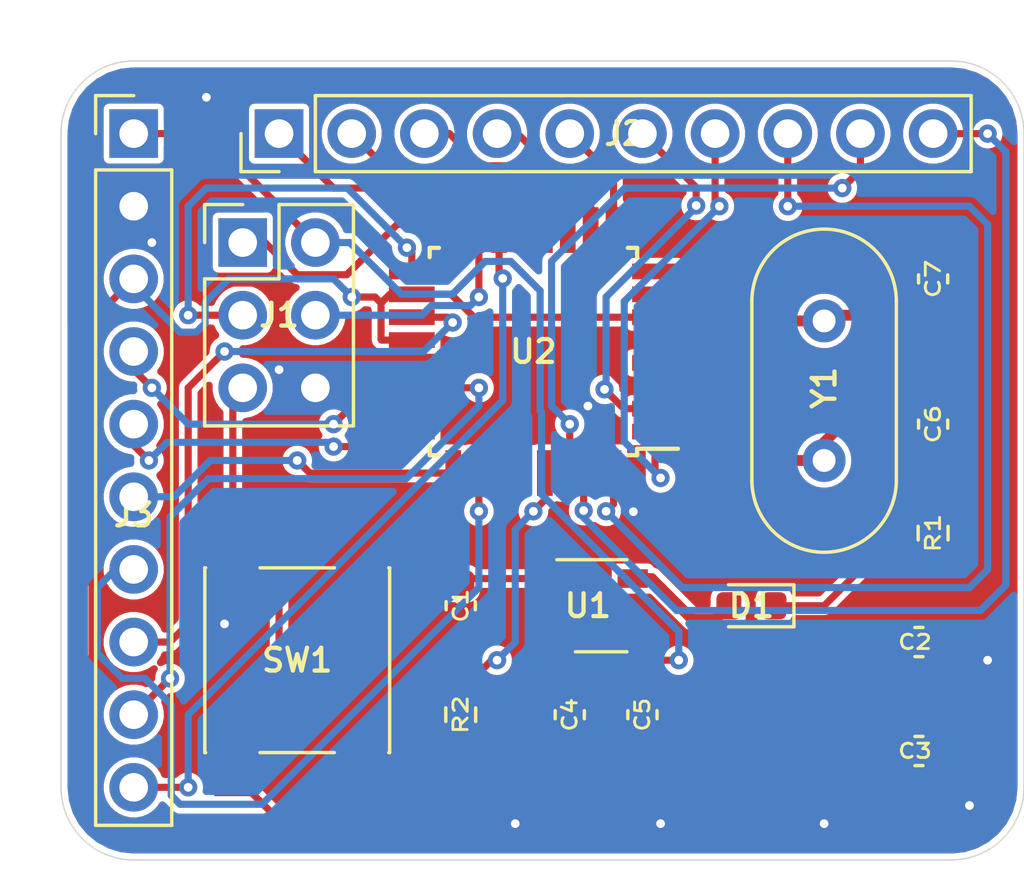
<source format=kicad_pcb>
(kicad_pcb (version 20171130) (host pcbnew "(5.1.9)-1")

  (general
    (thickness 1.6)
    (drawings 8)
    (tracks 352)
    (zones 0)
    (modules 17)
    (nets 32)
  )

  (page A4)
  (layers
    (0 F.Cu signal)
    (31 B.Cu signal)
    (32 B.Adhes user)
    (33 F.Adhes user)
    (34 B.Paste user)
    (35 F.Paste user)
    (36 B.SilkS user)
    (37 F.SilkS user)
    (38 B.Mask user)
    (39 F.Mask user)
    (40 Dwgs.User user)
    (41 Cmts.User user hide)
    (42 Eco1.User user)
    (43 Eco2.User user hide)
    (44 Edge.Cuts user)
    (45 Margin user)
    (46 B.CrtYd user)
    (47 F.CrtYd user)
    (48 B.Fab user)
    (49 F.Fab user)
  )

  (setup
    (last_trace_width 0.25)
    (user_trace_width 0.1778)
    (user_trace_width 0.2032)
    (user_trace_width 0.254)
    (user_trace_width 0.381)
    (user_trace_width 0.508)
    (user_trace_width 0.635)
    (user_trace_width 0.762)
    (user_trace_width 0.889)
    (user_trace_width 1.016)
    (user_trace_width 1.143)
    (user_trace_width 1.27)
    (user_trace_width 1.397)
    (user_trace_width 1.524)
    (user_trace_width 1.651)
    (user_trace_width 1.778)
    (user_trace_width 1.905)
    (user_trace_width 2.032)
    (user_trace_width 2.159)
    (user_trace_width 2.286)
    (user_trace_width 2.413)
    (user_trace_width 2.54)
    (trace_clearance 0.14986)
    (zone_clearance 0.2)
    (zone_45_only no)
    (trace_min 0.1524)
    (via_size 0.635)
    (via_drill 0.3048)
    (via_min_size 0.3048)
    (via_min_drill 0.3)
    (user_via 0.635 0.3048)
    (uvia_size 0.3)
    (uvia_drill 0.1)
    (uvias_allowed no)
    (uvia_min_size 0.2)
    (uvia_min_drill 0.1)
    (edge_width 0.05)
    (segment_width 0.2)
    (pcb_text_width 0.3)
    (pcb_text_size 1.5 1.5)
    (mod_edge_width 0.12)
    (mod_text_size 1 1)
    (mod_text_width 0.15)
    (pad_size 1.524 1.524)
    (pad_drill 0.762)
    (pad_to_mask_clearance 0)
    (aux_axis_origin 0 0)
    (visible_elements 7EFFEFFF)
    (pcbplotparams
      (layerselection 0x010fc_ffffffff)
      (usegerberextensions false)
      (usegerberattributes true)
      (usegerberadvancedattributes true)
      (creategerberjobfile true)
      (excludeedgelayer true)
      (linewidth 0.100000)
      (plotframeref false)
      (viasonmask false)
      (mode 1)
      (useauxorigin false)
      (hpglpennumber 1)
      (hpglpenspeed 20)
      (hpglpendiameter 15.000000)
      (psnegative false)
      (psa4output false)
      (plotreference false)
      (plotvalue false)
      (plotinvisibletext false)
      (padsonsilk false)
      (subtractmaskfromsilk false)
      (outputformat 1)
      (mirror false)
      (drillshape 0)
      (scaleselection 1)
      (outputdirectory "./"))
  )

  (net 0 "")
  (net 1 GND)
  (net 2 RAW)
  (net 3 VCC)
  (net 4 "Net-(C6-Pad1)")
  (net 5 "Net-(C7-Pad2)")
  (net 6 "Net-(D1-Pad2)")
  (net 7 "Net-(D1-Pad1)")
  (net 8 RESET)
  (net 9 MOSI)
  (net 10 SCK)
  (net 11 MISO)
  (net 12 TX)
  (net 13 RX)
  (net 14 D2)
  (net 15 D3)
  (net 16 D4)
  (net 17 D5)
  (net 18 D6)
  (net 19 D7)
  (net 20 D8)
  (net 21 D9)
  (net 22 D10)
  (net 23 A7)
  (net 24 A6)
  (net 25 A3)
  (net 26 A2)
  (net 27 A1)
  (net 28 A0)
  (net 29 "Net-(U1-Pad4)")
  (net 30 "Net-(U2-Pad28)")
  (net 31 "Net-(U2-Pad27)")

  (net_class Default "This is the default net class."
    (clearance 0.14986)
    (trace_width 0.25)
    (via_dia 0.635)
    (via_drill 0.3048)
    (uvia_dia 0.3)
    (uvia_drill 0.1)
    (add_net A0)
    (add_net A1)
    (add_net A2)
    (add_net A3)
    (add_net A6)
    (add_net A7)
    (add_net D10)
    (add_net D2)
    (add_net D3)
    (add_net D4)
    (add_net D5)
    (add_net D6)
    (add_net D7)
    (add_net D8)
    (add_net D9)
    (add_net GND)
    (add_net MISO)
    (add_net MOSI)
    (add_net "Net-(C6-Pad1)")
    (add_net "Net-(C7-Pad2)")
    (add_net "Net-(D1-Pad1)")
    (add_net "Net-(D1-Pad2)")
    (add_net "Net-(U1-Pad4)")
    (add_net "Net-(U2-Pad27)")
    (add_net "Net-(U2-Pad28)")
    (add_net RAW)
    (add_net RESET)
    (add_net RX)
    (add_net SCK)
    (add_net TX)
    (add_net VCC)
  )

  (module Connector_PinHeader_2.54mm:PinHeader_2x03_P2.54mm_Vertical (layer F.Cu) (tedit 59FED5CC) (tstamp 6065D596)
    (at 146.05 36.83)
    (descr "Through hole straight pin header, 2x03, 2.54mm pitch, double rows")
    (tags "Through hole pin header THT 2x03 2.54mm double row")
    (path /60940C46)
    (fp_text reference J1 (at 1.27 2.54) (layer F.SilkS)
      (effects (font (size 0.8 0.8) (thickness 0.15)))
    )
    (fp_text value Conn_02x03_Odd_Even (at 1.27 7.41) (layer F.Fab)
      (effects (font (size 1 1) (thickness 0.15)))
    )
    (fp_line (start 0 -1.27) (end 3.81 -1.27) (layer F.Fab) (width 0.1))
    (fp_line (start 3.81 -1.27) (end 3.81 6.35) (layer F.Fab) (width 0.1))
    (fp_line (start 3.81 6.35) (end -1.27 6.35) (layer F.Fab) (width 0.1))
    (fp_line (start -1.27 6.35) (end -1.27 0) (layer F.Fab) (width 0.1))
    (fp_line (start -1.27 0) (end 0 -1.27) (layer F.Fab) (width 0.1))
    (fp_line (start -1.33 6.41) (end 3.87 6.41) (layer F.SilkS) (width 0.12))
    (fp_line (start -1.33 1.27) (end -1.33 6.41) (layer F.SilkS) (width 0.12))
    (fp_line (start 3.87 -1.33) (end 3.87 6.41) (layer F.SilkS) (width 0.12))
    (fp_line (start -1.33 1.27) (end 1.27 1.27) (layer F.SilkS) (width 0.12))
    (fp_line (start 1.27 1.27) (end 1.27 -1.33) (layer F.SilkS) (width 0.12))
    (fp_line (start 1.27 -1.33) (end 3.87 -1.33) (layer F.SilkS) (width 0.12))
    (fp_line (start -1.33 0) (end -1.33 -1.33) (layer F.SilkS) (width 0.12))
    (fp_line (start -1.33 -1.33) (end 0 -1.33) (layer F.SilkS) (width 0.12))
    (fp_line (start -1.8 -1.8) (end -1.8 6.85) (layer F.CrtYd) (width 0.05))
    (fp_line (start -1.8 6.85) (end 4.35 6.85) (layer F.CrtYd) (width 0.05))
    (fp_line (start 4.35 6.85) (end 4.35 -1.8) (layer F.CrtYd) (width 0.05))
    (fp_line (start 4.35 -1.8) (end -1.8 -1.8) (layer F.CrtYd) (width 0.05))
    (fp_text user %R (at 1.27 2.54 90) (layer F.Fab)
      (effects (font (size 1 1) (thickness 0.15)))
    )
    (pad 6 thru_hole oval (at 2.54 5.08) (size 1.7 1.7) (drill 1) (layers *.Cu *.Mask)
      (net 1 GND))
    (pad 5 thru_hole oval (at 0 5.08) (size 1.7 1.7) (drill 1) (layers *.Cu *.Mask)
      (net 8 RESET))
    (pad 4 thru_hole oval (at 2.54 2.54) (size 1.7 1.7) (drill 1) (layers *.Cu *.Mask)
      (net 9 MOSI))
    (pad 3 thru_hole oval (at 0 2.54) (size 1.7 1.7) (drill 1) (layers *.Cu *.Mask)
      (net 10 SCK))
    (pad 2 thru_hole oval (at 2.54 0) (size 1.7 1.7) (drill 1) (layers *.Cu *.Mask)
      (net 2 RAW))
    (pad 1 thru_hole rect (at 0 0) (size 1.7 1.7) (drill 1) (layers *.Cu *.Mask)
      (net 11 MISO))
    (model ${KISYS3DMOD}/Connector_PinHeader_2.54mm.3dshapes/PinHeader_2x03_P2.54mm_Vertical.wrl
      (at (xyz 0 0 0))
      (scale (xyz 1 1 1))
      (rotate (xyz 0 0 0))
    )
  )

  (module Crystal:Crystal_HC49-U_Vertical (layer F.Cu) (tedit 5A1AD3B8) (tstamp 608AC7ED)
    (at 166.37 44.45 90)
    (descr "Crystal THT HC-49/U http://5hertz.com/pdfs/04404_D.pdf")
    (tags "THT crystalHC-49/U")
    (path /6089548E)
    (fp_text reference Y1 (at 2.54 0 90) (layer F.SilkS)
      (effects (font (size 0.8 0.8) (thickness 0.15)))
    )
    (fp_text value 16MHZ (at 2.44 3.525 90) (layer F.Fab)
      (effects (font (size 1 1) (thickness 0.15)))
    )
    (fp_line (start -0.685 -2.325) (end 5.565 -2.325) (layer F.Fab) (width 0.1))
    (fp_line (start -0.685 2.325) (end 5.565 2.325) (layer F.Fab) (width 0.1))
    (fp_line (start -0.56 -2) (end 5.44 -2) (layer F.Fab) (width 0.1))
    (fp_line (start -0.56 2) (end 5.44 2) (layer F.Fab) (width 0.1))
    (fp_line (start -0.685 -2.525) (end 5.565 -2.525) (layer F.SilkS) (width 0.12))
    (fp_line (start -0.685 2.525) (end 5.565 2.525) (layer F.SilkS) (width 0.12))
    (fp_line (start -3.5 -2.8) (end -3.5 2.8) (layer F.CrtYd) (width 0.05))
    (fp_line (start -3.5 2.8) (end 8.4 2.8) (layer F.CrtYd) (width 0.05))
    (fp_line (start 8.4 2.8) (end 8.4 -2.8) (layer F.CrtYd) (width 0.05))
    (fp_line (start 8.4 -2.8) (end -3.5 -2.8) (layer F.CrtYd) (width 0.05))
    (fp_arc (start 5.565 0) (end 5.565 -2.525) (angle 180) (layer F.SilkS) (width 0.12))
    (fp_arc (start -0.685 0) (end -0.685 -2.525) (angle -180) (layer F.SilkS) (width 0.12))
    (fp_arc (start 5.44 0) (end 5.44 -2) (angle 180) (layer F.Fab) (width 0.1))
    (fp_arc (start -0.56 0) (end -0.56 -2) (angle -180) (layer F.Fab) (width 0.1))
    (fp_arc (start 5.565 0) (end 5.565 -2.325) (angle 180) (layer F.Fab) (width 0.1))
    (fp_arc (start -0.685 0) (end -0.685 -2.325) (angle -180) (layer F.Fab) (width 0.1))
    (fp_text user %R (at 2.44 0 90) (layer F.Fab)
      (effects (font (size 1 1) (thickness 0.15)))
    )
    (pad 2 thru_hole circle (at 4.88 0 90) (size 1.5 1.5) (drill 0.8) (layers *.Cu *.Mask)
      (net 5 "Net-(C7-Pad2)"))
    (pad 1 thru_hole circle (at 0 0 90) (size 1.5 1.5) (drill 0.8) (layers *.Cu *.Mask)
      (net 4 "Net-(C6-Pad1)"))
    (model ${KISYS3DMOD}/Crystal.3dshapes/Crystal_HC49-U_Vertical.wrl
      (at (xyz 0 0 0))
      (scale (xyz 1 1 1))
      (rotate (xyz 0 0 0))
    )
  )

  (module Package_QFP:TQFP-32_7x7mm_P0.8mm (layer F.Cu) (tedit 5A02F146) (tstamp 6065D66A)
    (at 156.21 40.64 180)
    (descr "32-Lead Plastic Thin Quad Flatpack (PT) - 7x7x1.0 mm Body, 2.00 mm [TQFP] (see Microchip Packaging Specification 00000049BS.pdf)")
    (tags "QFP 0.8")
    (path /606D68B0)
    (attr smd)
    (fp_text reference U2 (at 0 0) (layer F.SilkS)
      (effects (font (size 0.8 0.8) (thickness 0.15)))
    )
    (fp_text value ATmega328-AU (at 0 6.05) (layer F.Fab)
      (effects (font (size 1 1) (thickness 0.15)))
    )
    (fp_line (start -2.5 -3.5) (end 3.5 -3.5) (layer F.Fab) (width 0.15))
    (fp_line (start 3.5 -3.5) (end 3.5 3.5) (layer F.Fab) (width 0.15))
    (fp_line (start 3.5 3.5) (end -3.5 3.5) (layer F.Fab) (width 0.15))
    (fp_line (start -3.5 3.5) (end -3.5 -2.5) (layer F.Fab) (width 0.15))
    (fp_line (start -3.5 -2.5) (end -2.5 -3.5) (layer F.Fab) (width 0.15))
    (fp_line (start -5.3 -5.3) (end -5.3 5.3) (layer F.CrtYd) (width 0.05))
    (fp_line (start 5.3 -5.3) (end 5.3 5.3) (layer F.CrtYd) (width 0.05))
    (fp_line (start -5.3 -5.3) (end 5.3 -5.3) (layer F.CrtYd) (width 0.05))
    (fp_line (start -5.3 5.3) (end 5.3 5.3) (layer F.CrtYd) (width 0.05))
    (fp_line (start -3.625 -3.625) (end -3.625 -3.4) (layer F.SilkS) (width 0.15))
    (fp_line (start 3.625 -3.625) (end 3.625 -3.3) (layer F.SilkS) (width 0.15))
    (fp_line (start 3.625 3.625) (end 3.625 3.3) (layer F.SilkS) (width 0.15))
    (fp_line (start -3.625 3.625) (end -3.625 3.3) (layer F.SilkS) (width 0.15))
    (fp_line (start -3.625 -3.625) (end -3.3 -3.625) (layer F.SilkS) (width 0.15))
    (fp_line (start -3.625 3.625) (end -3.3 3.625) (layer F.SilkS) (width 0.15))
    (fp_line (start 3.625 3.625) (end 3.3 3.625) (layer F.SilkS) (width 0.15))
    (fp_line (start 3.625 -3.625) (end 3.3 -3.625) (layer F.SilkS) (width 0.15))
    (fp_line (start -3.625 -3.4) (end -5.05 -3.4) (layer F.SilkS) (width 0.15))
    (fp_text user %R (at 0 0) (layer F.Fab)
      (effects (font (size 1 1) (thickness 0.15)))
    )
    (pad 32 smd rect (at -2.8 -4.25 270) (size 1.6 0.55) (layers F.Cu F.Paste F.Mask)
      (net 14 D2))
    (pad 31 smd rect (at -2 -4.25 270) (size 1.6 0.55) (layers F.Cu F.Paste F.Mask)
      (net 12 TX))
    (pad 30 smd rect (at -1.2 -4.25 270) (size 1.6 0.55) (layers F.Cu F.Paste F.Mask)
      (net 13 RX))
    (pad 29 smd rect (at -0.4 -4.25 270) (size 1.6 0.55) (layers F.Cu F.Paste F.Mask)
      (net 8 RESET))
    (pad 28 smd rect (at 0.4 -4.25 270) (size 1.6 0.55) (layers F.Cu F.Paste F.Mask)
      (net 30 "Net-(U2-Pad28)"))
    (pad 27 smd rect (at 1.2 -4.25 270) (size 1.6 0.55) (layers F.Cu F.Paste F.Mask)
      (net 31 "Net-(U2-Pad27)"))
    (pad 26 smd rect (at 2 -4.25 270) (size 1.6 0.55) (layers F.Cu F.Paste F.Mask)
      (net 25 A3))
    (pad 25 smd rect (at 2.8 -4.25 270) (size 1.6 0.55) (layers F.Cu F.Paste F.Mask)
      (net 26 A2))
    (pad 24 smd rect (at 4.25 -2.8 180) (size 1.6 0.55) (layers F.Cu F.Paste F.Mask)
      (net 27 A1))
    (pad 23 smd rect (at 4.25 -2 180) (size 1.6 0.55) (layers F.Cu F.Paste F.Mask)
      (net 28 A0))
    (pad 22 smd rect (at 4.25 -1.2 180) (size 1.6 0.55) (layers F.Cu F.Paste F.Mask)
      (net 23 A7))
    (pad 21 smd rect (at 4.25 -0.4 180) (size 1.6 0.55) (layers F.Cu F.Paste F.Mask)
      (net 1 GND))
    (pad 20 smd rect (at 4.25 0.4 180) (size 1.6 0.55) (layers F.Cu F.Paste F.Mask)
      (net 3 VCC))
    (pad 19 smd rect (at 4.25 1.2 180) (size 1.6 0.55) (layers F.Cu F.Paste F.Mask)
      (net 24 A6))
    (pad 18 smd rect (at 4.25 2 180) (size 1.6 0.55) (layers F.Cu F.Paste F.Mask)
      (net 3 VCC))
    (pad 17 smd rect (at 4.25 2.8 180) (size 1.6 0.55) (layers F.Cu F.Paste F.Mask)
      (net 10 SCK))
    (pad 16 smd rect (at 2.8 4.25 270) (size 1.6 0.55) (layers F.Cu F.Paste F.Mask)
      (net 11 MISO))
    (pad 15 smd rect (at 2 4.25 270) (size 1.6 0.55) (layers F.Cu F.Paste F.Mask)
      (net 9 MOSI))
    (pad 14 smd rect (at 1.2 4.25 270) (size 1.6 0.55) (layers F.Cu F.Paste F.Mask)
      (net 22 D10))
    (pad 13 smd rect (at 0.4 4.25 270) (size 1.6 0.55) (layers F.Cu F.Paste F.Mask)
      (net 21 D9))
    (pad 12 smd rect (at -0.4 4.25 270) (size 1.6 0.55) (layers F.Cu F.Paste F.Mask)
      (net 20 D8))
    (pad 11 smd rect (at -1.2 4.25 270) (size 1.6 0.55) (layers F.Cu F.Paste F.Mask)
      (net 19 D7))
    (pad 10 smd rect (at -2 4.25 270) (size 1.6 0.55) (layers F.Cu F.Paste F.Mask)
      (net 18 D6))
    (pad 9 smd rect (at -2.8 4.25 270) (size 1.6 0.55) (layers F.Cu F.Paste F.Mask)
      (net 17 D5))
    (pad 8 smd rect (at -4.25 2.8 180) (size 1.6 0.55) (layers F.Cu F.Paste F.Mask)
      (net 5 "Net-(C7-Pad2)"))
    (pad 7 smd rect (at -4.25 2 180) (size 1.6 0.55) (layers F.Cu F.Paste F.Mask)
      (net 4 "Net-(C6-Pad1)"))
    (pad 6 smd rect (at -4.25 1.2 180) (size 1.6 0.55) (layers F.Cu F.Paste F.Mask)
      (net 3 VCC))
    (pad 5 smd rect (at -4.25 0.4 180) (size 1.6 0.55) (layers F.Cu F.Paste F.Mask)
      (net 1 GND))
    (pad 4 smd rect (at -4.25 -0.4 180) (size 1.6 0.55) (layers F.Cu F.Paste F.Mask)
      (net 3 VCC))
    (pad 3 smd rect (at -4.25 -1.2 180) (size 1.6 0.55) (layers F.Cu F.Paste F.Mask)
      (net 1 GND))
    (pad 2 smd rect (at -4.25 -2 180) (size 1.6 0.55) (layers F.Cu F.Paste F.Mask)
      (net 16 D4))
    (pad 1 smd rect (at -4.25 -2.8 180) (size 1.6 0.55) (layers F.Cu F.Paste F.Mask)
      (net 15 D3))
    (model ${KISYS3DMOD}/Package_QFP.3dshapes/TQFP-32_7x7mm_P0.8mm.wrl
      (at (xyz 0 0 0))
      (scale (xyz 1 1 1))
      (rotate (xyz 0 0 0))
    )
  )

  (module Package_TO_SOT_SMD:SOT-23-5 (layer F.Cu) (tedit 5A02FF57) (tstamp 6065D633)
    (at 158.58 49.53)
    (descr "5-pin SOT23 package")
    (tags SOT-23-5)
    (path /6070267F)
    (attr smd)
    (fp_text reference U1 (at -0.465 0) (layer F.SilkS)
      (effects (font (size 0.8 0.8) (thickness 0.15)))
    )
    (fp_text value MIC5205-2.5YM5 (at 0 2.9) (layer F.Fab)
      (effects (font (size 1 1) (thickness 0.15)))
    )
    (fp_line (start -0.9 1.61) (end 0.9 1.61) (layer F.SilkS) (width 0.12))
    (fp_line (start 0.9 -1.61) (end -1.55 -1.61) (layer F.SilkS) (width 0.12))
    (fp_line (start -1.9 -1.8) (end 1.9 -1.8) (layer F.CrtYd) (width 0.05))
    (fp_line (start 1.9 -1.8) (end 1.9 1.8) (layer F.CrtYd) (width 0.05))
    (fp_line (start 1.9 1.8) (end -1.9 1.8) (layer F.CrtYd) (width 0.05))
    (fp_line (start -1.9 1.8) (end -1.9 -1.8) (layer F.CrtYd) (width 0.05))
    (fp_line (start -0.9 -0.9) (end -0.25 -1.55) (layer F.Fab) (width 0.1))
    (fp_line (start 0.9 -1.55) (end -0.25 -1.55) (layer F.Fab) (width 0.1))
    (fp_line (start -0.9 -0.9) (end -0.9 1.55) (layer F.Fab) (width 0.1))
    (fp_line (start 0.9 1.55) (end -0.9 1.55) (layer F.Fab) (width 0.1))
    (fp_line (start 0.9 -1.55) (end 0.9 1.55) (layer F.Fab) (width 0.1))
    (fp_text user %R (at 0 0 90) (layer F.Fab)
      (effects (font (size 0.5 0.5) (thickness 0.075)))
    )
    (pad 5 smd rect (at 1.1 -0.95) (size 1.06 0.65) (layers F.Cu F.Paste F.Mask)
      (net 6 "Net-(D1-Pad2)"))
    (pad 4 smd rect (at 1.1 0.95) (size 1.06 0.65) (layers F.Cu F.Paste F.Mask)
      (net 29 "Net-(U1-Pad4)"))
    (pad 3 smd rect (at -1.1 0.95) (size 1.06 0.65) (layers F.Cu F.Paste F.Mask)
      (net 2 RAW))
    (pad 2 smd rect (at -1.1 0) (size 1.06 0.65) (layers F.Cu F.Paste F.Mask)
      (net 1 GND))
    (pad 1 smd rect (at -1.1 -0.95) (size 1.06 0.65) (layers F.Cu F.Paste F.Mask)
      (net 2 RAW))
    (model ${KISYS3DMOD}/Package_TO_SOT_SMD.3dshapes/SOT-23-5.wrl
      (at (xyz 0 0 0))
      (scale (xyz 1 1 1))
      (rotate (xyz 0 0 0))
    )
  )

  (module Button_Switch_SMD:SW_SPST_PTS645 (layer F.Cu) (tedit 5A02FC95) (tstamp 6065D61E)
    (at 147.955 51.435 90)
    (descr "C&K Components SPST SMD PTS645 Series 6mm Tact Switch")
    (tags "SPST Button Switch")
    (path /606F12F3)
    (attr smd)
    (fp_text reference SW1 (at 0 0 180) (layer F.SilkS)
      (effects (font (size 0.8 0.8) (thickness 0.15)))
    )
    (fp_text value SW_Push (at 0 4.15 90) (layer F.Fab)
      (effects (font (size 1 1) (thickness 0.15)))
    )
    (fp_text user %R (at 0 -4.05 90) (layer F.Fab)
      (effects (font (size 1 1) (thickness 0.15)))
    )
    (fp_circle (center 0 0) (end 1.75 -0.05) (layer F.Fab) (width 0.1))
    (fp_line (start -3.23 3.23) (end 3.23 3.23) (layer F.SilkS) (width 0.12))
    (fp_line (start -3.23 -1.3) (end -3.23 1.3) (layer F.SilkS) (width 0.12))
    (fp_line (start -3.23 -3.23) (end 3.23 -3.23) (layer F.SilkS) (width 0.12))
    (fp_line (start 3.23 -1.3) (end 3.23 1.3) (layer F.SilkS) (width 0.12))
    (fp_line (start -3.23 -3.2) (end -3.23 -3.23) (layer F.SilkS) (width 0.12))
    (fp_line (start -3.23 3.23) (end -3.23 3.2) (layer F.SilkS) (width 0.12))
    (fp_line (start 3.23 3.23) (end 3.23 3.2) (layer F.SilkS) (width 0.12))
    (fp_line (start 3.23 -3.23) (end 3.23 -3.2) (layer F.SilkS) (width 0.12))
    (fp_line (start -5.05 -3.4) (end 5.05 -3.4) (layer F.CrtYd) (width 0.05))
    (fp_line (start -5.05 3.4) (end 5.05 3.4) (layer F.CrtYd) (width 0.05))
    (fp_line (start -5.05 -3.4) (end -5.05 3.4) (layer F.CrtYd) (width 0.05))
    (fp_line (start 5.05 3.4) (end 5.05 -3.4) (layer F.CrtYd) (width 0.05))
    (fp_line (start 3 -3) (end -3 -3) (layer F.Fab) (width 0.1))
    (fp_line (start 3 3) (end 3 -3) (layer F.Fab) (width 0.1))
    (fp_line (start -3 3) (end 3 3) (layer F.Fab) (width 0.1))
    (fp_line (start -3 -3) (end -3 3) (layer F.Fab) (width 0.1))
    (pad 2 smd rect (at -3.98 2.25 90) (size 1.55 1.3) (layers F.Cu F.Paste F.Mask)
      (net 1 GND))
    (pad 1 smd rect (at -3.98 -2.25 90) (size 1.55 1.3) (layers F.Cu F.Paste F.Mask)
      (net 8 RESET))
    (pad 1 smd rect (at 3.98 -2.25 90) (size 1.55 1.3) (layers F.Cu F.Paste F.Mask)
      (net 8 RESET))
    (pad 2 smd rect (at 3.98 2.25 90) (size 1.55 1.3) (layers F.Cu F.Paste F.Mask)
      (net 1 GND))
    (model ${KISYS3DMOD}/Button_Switch_SMD.3dshapes/SW_SPST_PTS645.wrl
      (at (xyz 0 0 0))
      (scale (xyz 1 1 1))
      (rotate (xyz 0 0 0))
    )
  )

  (module Resistor_SMD:R_0603_1608Metric (layer F.Cu) (tedit 5F68FEEE) (tstamp 6065D604)
    (at 153.67 53.34 90)
    (descr "Resistor SMD 0603 (1608 Metric), square (rectangular) end terminal, IPC_7351 nominal, (Body size source: IPC-SM-782 page 72, https://www.pcb-3d.com/wordpress/wp-content/uploads/ipc-sm-782a_amendment_1_and_2.pdf), generated with kicad-footprint-generator")
    (tags resistor)
    (path /606F605F)
    (attr smd)
    (fp_text reference R2 (at 0 0 270) (layer F.SilkS)
      (effects (font (size 0.5 0.7) (thickness 0.1)))
    )
    (fp_text value 10k (at 0 1.43 90) (layer F.Fab)
      (effects (font (size 1 1) (thickness 0.15)))
    )
    (fp_line (start -0.8 0.4125) (end -0.8 -0.4125) (layer F.Fab) (width 0.1))
    (fp_line (start -0.8 -0.4125) (end 0.8 -0.4125) (layer F.Fab) (width 0.1))
    (fp_line (start 0.8 -0.4125) (end 0.8 0.4125) (layer F.Fab) (width 0.1))
    (fp_line (start 0.8 0.4125) (end -0.8 0.4125) (layer F.Fab) (width 0.1))
    (fp_line (start -0.237258 -0.5225) (end 0.237258 -0.5225) (layer F.SilkS) (width 0.12))
    (fp_line (start -0.237258 0.5225) (end 0.237258 0.5225) (layer F.SilkS) (width 0.12))
    (fp_line (start -1.48 0.73) (end -1.48 -0.73) (layer F.CrtYd) (width 0.05))
    (fp_line (start -1.48 -0.73) (end 1.48 -0.73) (layer F.CrtYd) (width 0.05))
    (fp_line (start 1.48 -0.73) (end 1.48 0.73) (layer F.CrtYd) (width 0.05))
    (fp_line (start 1.48 0.73) (end -1.48 0.73) (layer F.CrtYd) (width 0.05))
    (fp_text user %R (at 0 0 90) (layer F.Fab)
      (effects (font (size 0.4 0.4) (thickness 0.06)))
    )
    (pad 2 smd roundrect (at 0.825 0 90) (size 0.8 0.95) (layers F.Cu F.Paste F.Mask) (roundrect_rratio 0.25)
      (net 8 RESET))
    (pad 1 smd roundrect (at -0.825 0 90) (size 0.8 0.95) (layers F.Cu F.Paste F.Mask) (roundrect_rratio 0.25)
      (net 3 VCC))
    (model ${KISYS3DMOD}/Resistor_SMD.3dshapes/R_0603_1608Metric.wrl
      (at (xyz 0 0 0))
      (scale (xyz 1 1 1))
      (rotate (xyz 0 0 0))
    )
  )

  (module Resistor_SMD:R_0603_1608Metric (layer F.Cu) (tedit 5F68FEEE) (tstamp 6065D5F3)
    (at 170.18 46.99 90)
    (descr "Resistor SMD 0603 (1608 Metric), square (rectangular) end terminal, IPC_7351 nominal, (Body size source: IPC-SM-782 page 72, https://www.pcb-3d.com/wordpress/wp-content/uploads/ipc-sm-782a_amendment_1_and_2.pdf), generated with kicad-footprint-generator")
    (tags resistor)
    (path /6070AEC8)
    (attr smd)
    (fp_text reference R1 (at 0 0 90) (layer F.SilkS)
      (effects (font (size 0.5 0.7) (thickness 0.1)))
    )
    (fp_text value 10k (at 0 1.43 90) (layer F.Fab)
      (effects (font (size 1 1) (thickness 0.15)))
    )
    (fp_line (start -0.8 0.4125) (end -0.8 -0.4125) (layer F.Fab) (width 0.1))
    (fp_line (start -0.8 -0.4125) (end 0.8 -0.4125) (layer F.Fab) (width 0.1))
    (fp_line (start 0.8 -0.4125) (end 0.8 0.4125) (layer F.Fab) (width 0.1))
    (fp_line (start 0.8 0.4125) (end -0.8 0.4125) (layer F.Fab) (width 0.1))
    (fp_line (start -0.237258 -0.5225) (end 0.237258 -0.5225) (layer F.SilkS) (width 0.12))
    (fp_line (start -0.237258 0.5225) (end 0.237258 0.5225) (layer F.SilkS) (width 0.12))
    (fp_line (start -1.48 0.73) (end -1.48 -0.73) (layer F.CrtYd) (width 0.05))
    (fp_line (start -1.48 -0.73) (end 1.48 -0.73) (layer F.CrtYd) (width 0.05))
    (fp_line (start 1.48 -0.73) (end 1.48 0.73) (layer F.CrtYd) (width 0.05))
    (fp_line (start 1.48 0.73) (end -1.48 0.73) (layer F.CrtYd) (width 0.05))
    (fp_text user %R (at 0 0 90) (layer F.Fab)
      (effects (font (size 0.4 0.4) (thickness 0.06)))
    )
    (pad 2 smd roundrect (at 0.825 0 90) (size 0.8 0.95) (layers F.Cu F.Paste F.Mask) (roundrect_rratio 0.25)
      (net 1 GND))
    (pad 1 smd roundrect (at -0.825 0 90) (size 0.8 0.95) (layers F.Cu F.Paste F.Mask) (roundrect_rratio 0.25)
      (net 7 "Net-(D1-Pad1)"))
    (model ${KISYS3DMOD}/Resistor_SMD.3dshapes/R_0603_1608Metric.wrl
      (at (xyz 0 0 0))
      (scale (xyz 1 1 1))
      (rotate (xyz 0 0 0))
    )
  )

  (module Connector_PinHeader_2.54mm:PinHeader_1x10_P2.54mm_Vertical (layer F.Cu) (tedit 59FED5CC) (tstamp 6065D5D2)
    (at 142.24 33.02)
    (descr "Through hole straight pin header, 1x10, 2.54mm pitch, single row")
    (tags "Through hole pin header THT 1x10 2.54mm single row")
    (path /60A1A0D2)
    (fp_text reference J3 (at 0 13.335) (layer F.SilkS)
      (effects (font (size 0.8 0.8) (thickness 0.15)))
    )
    (fp_text value Conn_01x10 (at 0 25.19) (layer F.Fab)
      (effects (font (size 1 1) (thickness 0.15)))
    )
    (fp_line (start -0.635 -1.27) (end 1.27 -1.27) (layer F.Fab) (width 0.1))
    (fp_line (start 1.27 -1.27) (end 1.27 24.13) (layer F.Fab) (width 0.1))
    (fp_line (start 1.27 24.13) (end -1.27 24.13) (layer F.Fab) (width 0.1))
    (fp_line (start -1.27 24.13) (end -1.27 -0.635) (layer F.Fab) (width 0.1))
    (fp_line (start -1.27 -0.635) (end -0.635 -1.27) (layer F.Fab) (width 0.1))
    (fp_line (start -1.33 24.19) (end 1.33 24.19) (layer F.SilkS) (width 0.12))
    (fp_line (start -1.33 1.27) (end -1.33 24.19) (layer F.SilkS) (width 0.12))
    (fp_line (start 1.33 1.27) (end 1.33 24.19) (layer F.SilkS) (width 0.12))
    (fp_line (start -1.33 1.27) (end 1.33 1.27) (layer F.SilkS) (width 0.12))
    (fp_line (start -1.33 0) (end -1.33 -1.33) (layer F.SilkS) (width 0.12))
    (fp_line (start -1.33 -1.33) (end 0 -1.33) (layer F.SilkS) (width 0.12))
    (fp_line (start -1.8 -1.8) (end -1.8 24.65) (layer F.CrtYd) (width 0.05))
    (fp_line (start -1.8 24.65) (end 1.8 24.65) (layer F.CrtYd) (width 0.05))
    (fp_line (start 1.8 24.65) (end 1.8 -1.8) (layer F.CrtYd) (width 0.05))
    (fp_line (start 1.8 -1.8) (end -1.8 -1.8) (layer F.CrtYd) (width 0.05))
    (fp_text user %R (at 0 11.43 90) (layer F.Fab)
      (effects (font (size 1 1) (thickness 0.15)))
    )
    (pad 10 thru_hole oval (at 0 22.86) (size 1.7 1.7) (drill 1) (layers *.Cu *.Mask)
      (net 22 D10))
    (pad 9 thru_hole oval (at 0 20.32) (size 1.7 1.7) (drill 1) (layers *.Cu *.Mask)
      (net 23 A7))
    (pad 8 thru_hole oval (at 0 17.78) (size 1.7 1.7) (drill 1) (layers *.Cu *.Mask)
      (net 24 A6))
    (pad 7 thru_hole oval (at 0 15.24) (size 1.7 1.7) (drill 1) (layers *.Cu *.Mask)
      (net 25 A3))
    (pad 6 thru_hole oval (at 0 12.7) (size 1.7 1.7) (drill 1) (layers *.Cu *.Mask)
      (net 26 A2))
    (pad 5 thru_hole oval (at 0 10.16) (size 1.7 1.7) (drill 1) (layers *.Cu *.Mask)
      (net 27 A1))
    (pad 4 thru_hole oval (at 0 7.62) (size 1.7 1.7) (drill 1) (layers *.Cu *.Mask)
      (net 28 A0))
    (pad 3 thru_hole oval (at 0 5.08) (size 1.7 1.7) (drill 1) (layers *.Cu *.Mask)
      (net 3 VCC))
    (pad 2 thru_hole oval (at 0 2.54) (size 1.7 1.7) (drill 1) (layers *.Cu *.Mask)
      (net 1 GND))
    (pad 1 thru_hole rect (at 0 0) (size 1.7 1.7) (drill 1) (layers *.Cu *.Mask)
      (net 2 RAW))
    (model ${KISYS3DMOD}/Connector_PinHeader_2.54mm.3dshapes/PinHeader_1x10_P2.54mm_Vertical.wrl
      (at (xyz 0 0 0))
      (scale (xyz 1 1 1))
      (rotate (xyz 0 0 0))
    )
  )

  (module Connector_PinHeader_2.54mm:PinHeader_1x10_P2.54mm_Vertical (layer F.Cu) (tedit 59FED5CC) (tstamp 6065D5B4)
    (at 147.32 33.02 90)
    (descr "Through hole straight pin header, 1x10, 2.54mm pitch, single row")
    (tags "Through hole pin header THT 1x10 2.54mm single row")
    (path /60A0FC45)
    (fp_text reference J2 (at 0 12.065 180) (layer F.SilkS)
      (effects (font (size 0.8 0.8) (thickness 0.15)))
    )
    (fp_text value Conn_01x10 (at 0 25.19 90) (layer F.Fab)
      (effects (font (size 1 1) (thickness 0.15)))
    )
    (fp_line (start -0.635 -1.27) (end 1.27 -1.27) (layer F.Fab) (width 0.1))
    (fp_line (start 1.27 -1.27) (end 1.27 24.13) (layer F.Fab) (width 0.1))
    (fp_line (start 1.27 24.13) (end -1.27 24.13) (layer F.Fab) (width 0.1))
    (fp_line (start -1.27 24.13) (end -1.27 -0.635) (layer F.Fab) (width 0.1))
    (fp_line (start -1.27 -0.635) (end -0.635 -1.27) (layer F.Fab) (width 0.1))
    (fp_line (start -1.33 24.19) (end 1.33 24.19) (layer F.SilkS) (width 0.12))
    (fp_line (start -1.33 1.27) (end -1.33 24.19) (layer F.SilkS) (width 0.12))
    (fp_line (start 1.33 1.27) (end 1.33 24.19) (layer F.SilkS) (width 0.12))
    (fp_line (start -1.33 1.27) (end 1.33 1.27) (layer F.SilkS) (width 0.12))
    (fp_line (start -1.33 0) (end -1.33 -1.33) (layer F.SilkS) (width 0.12))
    (fp_line (start -1.33 -1.33) (end 0 -1.33) (layer F.SilkS) (width 0.12))
    (fp_line (start -1.8 -1.8) (end -1.8 24.65) (layer F.CrtYd) (width 0.05))
    (fp_line (start -1.8 24.65) (end 1.8 24.65) (layer F.CrtYd) (width 0.05))
    (fp_line (start 1.8 24.65) (end 1.8 -1.8) (layer F.CrtYd) (width 0.05))
    (fp_line (start 1.8 -1.8) (end -1.8 -1.8) (layer F.CrtYd) (width 0.05))
    (fp_text user %R (at 0 11.43) (layer F.Fab)
      (effects (font (size 1 1) (thickness 0.15)))
    )
    (pad 10 thru_hole oval (at 0 22.86 90) (size 1.7 1.7) (drill 1) (layers *.Cu *.Mask)
      (net 12 TX))
    (pad 9 thru_hole oval (at 0 20.32 90) (size 1.7 1.7) (drill 1) (layers *.Cu *.Mask)
      (net 13 RX))
    (pad 8 thru_hole oval (at 0 17.78 90) (size 1.7 1.7) (drill 1) (layers *.Cu *.Mask)
      (net 14 D2))
    (pad 7 thru_hole oval (at 0 15.24 90) (size 1.7 1.7) (drill 1) (layers *.Cu *.Mask)
      (net 15 D3))
    (pad 6 thru_hole oval (at 0 12.7 90) (size 1.7 1.7) (drill 1) (layers *.Cu *.Mask)
      (net 16 D4))
    (pad 5 thru_hole oval (at 0 10.16 90) (size 1.7 1.7) (drill 1) (layers *.Cu *.Mask)
      (net 17 D5))
    (pad 4 thru_hole oval (at 0 7.62 90) (size 1.7 1.7) (drill 1) (layers *.Cu *.Mask)
      (net 18 D6))
    (pad 3 thru_hole oval (at 0 5.08 90) (size 1.7 1.7) (drill 1) (layers *.Cu *.Mask)
      (net 19 D7))
    (pad 2 thru_hole oval (at 0 2.54 90) (size 1.7 1.7) (drill 1) (layers *.Cu *.Mask)
      (net 20 D8))
    (pad 1 thru_hole rect (at 0 0 90) (size 1.7 1.7) (drill 1) (layers *.Cu *.Mask)
      (net 21 D9))
    (model ${KISYS3DMOD}/Connector_PinHeader_2.54mm.3dshapes/PinHeader_1x10_P2.54mm_Vertical.wrl
      (at (xyz 0 0 0))
      (scale (xyz 1 1 1))
      (rotate (xyz 0 0 0))
    )
  )

  (module LED_SMD:LED_0603_1608Metric (layer F.Cu) (tedit 5F68FEF1) (tstamp 6065D57A)
    (at 163.83 49.53 180)
    (descr "LED SMD 0603 (1608 Metric), square (rectangular) end terminal, IPC_7351 nominal, (Body size source: http://www.tortai-tech.com/upload/download/2011102023233369053.pdf), generated with kicad-footprint-generator")
    (tags LED)
    (path /6070B561)
    (attr smd)
    (fp_text reference D1 (at 0 0) (layer F.SilkS)
      (effects (font (size 0.8 0.8) (thickness 0.15)))
    )
    (fp_text value red (at 0 1.43) (layer F.Fab)
      (effects (font (size 1 1) (thickness 0.15)))
    )
    (fp_line (start 0.8 -0.4) (end -0.5 -0.4) (layer F.Fab) (width 0.1))
    (fp_line (start -0.5 -0.4) (end -0.8 -0.1) (layer F.Fab) (width 0.1))
    (fp_line (start -0.8 -0.1) (end -0.8 0.4) (layer F.Fab) (width 0.1))
    (fp_line (start -0.8 0.4) (end 0.8 0.4) (layer F.Fab) (width 0.1))
    (fp_line (start 0.8 0.4) (end 0.8 -0.4) (layer F.Fab) (width 0.1))
    (fp_line (start 0.8 -0.735) (end -1.485 -0.735) (layer F.SilkS) (width 0.12))
    (fp_line (start -1.485 -0.735) (end -1.485 0.735) (layer F.SilkS) (width 0.12))
    (fp_line (start -1.485 0.735) (end 0.8 0.735) (layer F.SilkS) (width 0.12))
    (fp_line (start -1.48 0.73) (end -1.48 -0.73) (layer F.CrtYd) (width 0.05))
    (fp_line (start -1.48 -0.73) (end 1.48 -0.73) (layer F.CrtYd) (width 0.05))
    (fp_line (start 1.48 -0.73) (end 1.48 0.73) (layer F.CrtYd) (width 0.05))
    (fp_line (start 1.48 0.73) (end -1.48 0.73) (layer F.CrtYd) (width 0.05))
    (fp_text user %R (at 0 0) (layer F.Fab)
      (effects (font (size 0.4 0.4) (thickness 0.06)))
    )
    (pad 2 smd roundrect (at 0.7875 0 180) (size 0.875 0.95) (layers F.Cu F.Paste F.Mask) (roundrect_rratio 0.25)
      (net 6 "Net-(D1-Pad2)"))
    (pad 1 smd roundrect (at -0.7875 0 180) (size 0.875 0.95) (layers F.Cu F.Paste F.Mask) (roundrect_rratio 0.25)
      (net 7 "Net-(D1-Pad1)"))
    (model ${KISYS3DMOD}/LED_SMD.3dshapes/LED_0603_1608Metric.wrl
      (at (xyz 0 0 0))
      (scale (xyz 1 1 1))
      (rotate (xyz 0 0 0))
    )
  )

  (module Capacitor_SMD:C_0603_1608Metric (layer F.Cu) (tedit 5F68FEEE) (tstamp 6065D567)
    (at 170.18 38.1 270)
    (descr "Capacitor SMD 0603 (1608 Metric), square (rectangular) end terminal, IPC_7351 nominal, (Body size source: IPC-SM-782 page 76, https://www.pcb-3d.com/wordpress/wp-content/uploads/ipc-sm-782a_amendment_1_and_2.pdf), generated with kicad-footprint-generator")
    (tags capacitor)
    (path /608B8097)
    (attr smd)
    (fp_text reference C7 (at 0 0 270) (layer F.SilkS)
      (effects (font (size 0.5 0.7) (thickness 0.1)))
    )
    (fp_text value 22pF (at 0 1.43 90) (layer F.Fab)
      (effects (font (size 1 1) (thickness 0.15)))
    )
    (fp_line (start -0.8 0.4) (end -0.8 -0.4) (layer F.Fab) (width 0.1))
    (fp_line (start -0.8 -0.4) (end 0.8 -0.4) (layer F.Fab) (width 0.1))
    (fp_line (start 0.8 -0.4) (end 0.8 0.4) (layer F.Fab) (width 0.1))
    (fp_line (start 0.8 0.4) (end -0.8 0.4) (layer F.Fab) (width 0.1))
    (fp_line (start -0.14058 -0.51) (end 0.14058 -0.51) (layer F.SilkS) (width 0.12))
    (fp_line (start -0.14058 0.51) (end 0.14058 0.51) (layer F.SilkS) (width 0.12))
    (fp_line (start -1.48 0.73) (end -1.48 -0.73) (layer F.CrtYd) (width 0.05))
    (fp_line (start -1.48 -0.73) (end 1.48 -0.73) (layer F.CrtYd) (width 0.05))
    (fp_line (start 1.48 -0.73) (end 1.48 0.73) (layer F.CrtYd) (width 0.05))
    (fp_line (start 1.48 0.73) (end -1.48 0.73) (layer F.CrtYd) (width 0.05))
    (fp_text user %R (at 0 0 270) (layer F.Fab)
      (effects (font (size 0.4 0.4) (thickness 0.06)))
    )
    (pad 2 smd roundrect (at 0.775 0 270) (size 0.9 0.95) (layers F.Cu F.Paste F.Mask) (roundrect_rratio 0.25)
      (net 5 "Net-(C7-Pad2)"))
    (pad 1 smd roundrect (at -0.775 0 270) (size 0.9 0.95) (layers F.Cu F.Paste F.Mask) (roundrect_rratio 0.25)
      (net 1 GND))
    (model ${KISYS3DMOD}/Capacitor_SMD.3dshapes/C_0603_1608Metric.wrl
      (at (xyz 0 0 0))
      (scale (xyz 1 1 1))
      (rotate (xyz 0 0 0))
    )
  )

  (module Capacitor_SMD:C_0603_1608Metric (layer F.Cu) (tedit 5F68FEEE) (tstamp 6065D556)
    (at 170.18 43.18 270)
    (descr "Capacitor SMD 0603 (1608 Metric), square (rectangular) end terminal, IPC_7351 nominal, (Body size source: IPC-SM-782 page 76, https://www.pcb-3d.com/wordpress/wp-content/uploads/ipc-sm-782a_amendment_1_and_2.pdf), generated with kicad-footprint-generator")
    (tags capacitor)
    (path /60893E7B)
    (attr smd)
    (fp_text reference C6 (at 0 0 90) (layer F.SilkS)
      (effects (font (size 0.5 0.7) (thickness 0.1)))
    )
    (fp_text value 22pF (at 0 1.43 90) (layer F.Fab)
      (effects (font (size 1 1) (thickness 0.15)))
    )
    (fp_line (start -0.8 0.4) (end -0.8 -0.4) (layer F.Fab) (width 0.1))
    (fp_line (start -0.8 -0.4) (end 0.8 -0.4) (layer F.Fab) (width 0.1))
    (fp_line (start 0.8 -0.4) (end 0.8 0.4) (layer F.Fab) (width 0.1))
    (fp_line (start 0.8 0.4) (end -0.8 0.4) (layer F.Fab) (width 0.1))
    (fp_line (start -0.14058 -0.51) (end 0.14058 -0.51) (layer F.SilkS) (width 0.12))
    (fp_line (start -0.14058 0.51) (end 0.14058 0.51) (layer F.SilkS) (width 0.12))
    (fp_line (start -1.48 0.73) (end -1.48 -0.73) (layer F.CrtYd) (width 0.05))
    (fp_line (start -1.48 -0.73) (end 1.48 -0.73) (layer F.CrtYd) (width 0.05))
    (fp_line (start 1.48 -0.73) (end 1.48 0.73) (layer F.CrtYd) (width 0.05))
    (fp_line (start 1.48 0.73) (end -1.48 0.73) (layer F.CrtYd) (width 0.05))
    (fp_text user %R (at 0 0 90) (layer F.Fab)
      (effects (font (size 0.4 0.4) (thickness 0.06)))
    )
    (pad 2 smd roundrect (at 0.775 0 270) (size 0.9 0.95) (layers F.Cu F.Paste F.Mask) (roundrect_rratio 0.25)
      (net 1 GND))
    (pad 1 smd roundrect (at -0.775 0 270) (size 0.9 0.95) (layers F.Cu F.Paste F.Mask) (roundrect_rratio 0.25)
      (net 4 "Net-(C6-Pad1)"))
    (model ${KISYS3DMOD}/Capacitor_SMD.3dshapes/C_0603_1608Metric.wrl
      (at (xyz 0 0 0))
      (scale (xyz 1 1 1))
      (rotate (xyz 0 0 0))
    )
  )

  (module Capacitor_SMD:C_0603_1608Metric (layer F.Cu) (tedit 5F68FEEE) (tstamp 6065D545)
    (at 160.02 53.34 270)
    (descr "Capacitor SMD 0603 (1608 Metric), square (rectangular) end terminal, IPC_7351 nominal, (Body size source: IPC-SM-782 page 76, https://www.pcb-3d.com/wordpress/wp-content/uploads/ipc-sm-782a_amendment_1_and_2.pdf), generated with kicad-footprint-generator")
    (tags capacitor)
    (path /606BB00F)
    (attr smd)
    (fp_text reference C5 (at 0 0 270) (layer F.SilkS)
      (effects (font (size 0.5 0.6) (thickness 0.1)))
    )
    (fp_text value 0.1uF (at 0 1.43 90) (layer F.Fab)
      (effects (font (size 1 1) (thickness 0.15)))
    )
    (fp_line (start -0.8 0.4) (end -0.8 -0.4) (layer F.Fab) (width 0.1))
    (fp_line (start -0.8 -0.4) (end 0.8 -0.4) (layer F.Fab) (width 0.1))
    (fp_line (start 0.8 -0.4) (end 0.8 0.4) (layer F.Fab) (width 0.1))
    (fp_line (start 0.8 0.4) (end -0.8 0.4) (layer F.Fab) (width 0.1))
    (fp_line (start -0.14058 -0.51) (end 0.14058 -0.51) (layer F.SilkS) (width 0.12))
    (fp_line (start -0.14058 0.51) (end 0.14058 0.51) (layer F.SilkS) (width 0.12))
    (fp_line (start -1.48 0.73) (end -1.48 -0.73) (layer F.CrtYd) (width 0.05))
    (fp_line (start -1.48 -0.73) (end 1.48 -0.73) (layer F.CrtYd) (width 0.05))
    (fp_line (start 1.48 -0.73) (end 1.48 0.73) (layer F.CrtYd) (width 0.05))
    (fp_line (start 1.48 0.73) (end -1.48 0.73) (layer F.CrtYd) (width 0.05))
    (fp_text user %R (at 0 0 90) (layer F.Fab)
      (effects (font (size 0.4 0.4) (thickness 0.06)))
    )
    (pad 2 smd roundrect (at 0.775 0 270) (size 0.9 0.95) (layers F.Cu F.Paste F.Mask) (roundrect_rratio 0.25)
      (net 3 VCC))
    (pad 1 smd roundrect (at -0.775 0 270) (size 0.9 0.95) (layers F.Cu F.Paste F.Mask) (roundrect_rratio 0.25)
      (net 1 GND))
    (model ${KISYS3DMOD}/Capacitor_SMD.3dshapes/C_0603_1608Metric.wrl
      (at (xyz 0 0 0))
      (scale (xyz 1 1 1))
      (rotate (xyz 0 0 0))
    )
  )

  (module Capacitor_SMD:C_0603_1608Metric (layer F.Cu) (tedit 5F68FEEE) (tstamp 6065D534)
    (at 157.48 53.34 270)
    (descr "Capacitor SMD 0603 (1608 Metric), square (rectangular) end terminal, IPC_7351 nominal, (Body size source: IPC-SM-782 page 76, https://www.pcb-3d.com/wordpress/wp-content/uploads/ipc-sm-782a_amendment_1_and_2.pdf), generated with kicad-footprint-generator")
    (tags capacitor)
    (path /606B098E)
    (attr smd)
    (fp_text reference C4 (at 0 0 270) (layer F.SilkS)
      (effects (font (size 0.5 0.6) (thickness 0.1)))
    )
    (fp_text value 0.1uF (at 0 1.43 90) (layer F.Fab)
      (effects (font (size 1 1) (thickness 0.15)))
    )
    (fp_line (start -0.8 0.4) (end -0.8 -0.4) (layer F.Fab) (width 0.1))
    (fp_line (start -0.8 -0.4) (end 0.8 -0.4) (layer F.Fab) (width 0.1))
    (fp_line (start 0.8 -0.4) (end 0.8 0.4) (layer F.Fab) (width 0.1))
    (fp_line (start 0.8 0.4) (end -0.8 0.4) (layer F.Fab) (width 0.1))
    (fp_line (start -0.14058 -0.51) (end 0.14058 -0.51) (layer F.SilkS) (width 0.12))
    (fp_line (start -0.14058 0.51) (end 0.14058 0.51) (layer F.SilkS) (width 0.12))
    (fp_line (start -1.48 0.73) (end -1.48 -0.73) (layer F.CrtYd) (width 0.05))
    (fp_line (start -1.48 -0.73) (end 1.48 -0.73) (layer F.CrtYd) (width 0.05))
    (fp_line (start 1.48 -0.73) (end 1.48 0.73) (layer F.CrtYd) (width 0.05))
    (fp_line (start 1.48 0.73) (end -1.48 0.73) (layer F.CrtYd) (width 0.05))
    (fp_text user %R (at 0 0 90) (layer F.Fab)
      (effects (font (size 0.4 0.4) (thickness 0.06)))
    )
    (pad 2 smd roundrect (at 0.775 0 270) (size 0.9 0.95) (layers F.Cu F.Paste F.Mask) (roundrect_rratio 0.25)
      (net 3 VCC))
    (pad 1 smd roundrect (at -0.775 0 270) (size 0.9 0.95) (layers F.Cu F.Paste F.Mask) (roundrect_rratio 0.25)
      (net 1 GND))
    (model ${KISYS3DMOD}/Capacitor_SMD.3dshapes/C_0603_1608Metric.wrl
      (at (xyz 0 0 0))
      (scale (xyz 1 1 1))
      (rotate (xyz 0 0 0))
    )
  )

  (module Capacitor_SMD:C_0603_1608Metric (layer F.Cu) (tedit 5F68FEEE) (tstamp 6065D523)
    (at 169.685 54.61)
    (descr "Capacitor SMD 0603 (1608 Metric), square (rectangular) end terminal, IPC_7351 nominal, (Body size source: IPC-SM-782 page 76, https://www.pcb-3d.com/wordpress/wp-content/uploads/ipc-sm-782a_amendment_1_and_2.pdf), generated with kicad-footprint-generator")
    (tags capacitor)
    (path /6071DFD8)
    (attr smd)
    (fp_text reference C3 (at -0.14 0 180) (layer F.SilkS)
      (effects (font (size 0.5 0.6) (thickness 0.1)))
    )
    (fp_text value 10uF (at 0 1.43) (layer F.Fab)
      (effects (font (size 1 1) (thickness 0.15)))
    )
    (fp_line (start -0.8 0.4) (end -0.8 -0.4) (layer F.Fab) (width 0.1))
    (fp_line (start -0.8 -0.4) (end 0.8 -0.4) (layer F.Fab) (width 0.1))
    (fp_line (start 0.8 -0.4) (end 0.8 0.4) (layer F.Fab) (width 0.1))
    (fp_line (start 0.8 0.4) (end -0.8 0.4) (layer F.Fab) (width 0.1))
    (fp_line (start -0.14058 -0.51) (end 0.14058 -0.51) (layer F.SilkS) (width 0.12))
    (fp_line (start -0.14058 0.51) (end 0.14058 0.51) (layer F.SilkS) (width 0.12))
    (fp_line (start -1.48 0.73) (end -1.48 -0.73) (layer F.CrtYd) (width 0.05))
    (fp_line (start -1.48 -0.73) (end 1.48 -0.73) (layer F.CrtYd) (width 0.05))
    (fp_line (start 1.48 -0.73) (end 1.48 0.73) (layer F.CrtYd) (width 0.05))
    (fp_line (start 1.48 0.73) (end -1.48 0.73) (layer F.CrtYd) (width 0.05))
    (fp_text user %R (at 0 0) (layer F.Fab)
      (effects (font (size 0.4 0.4) (thickness 0.06)))
    )
    (pad 2 smd roundrect (at 0.775 0) (size 0.9 0.95) (layers F.Cu F.Paste F.Mask) (roundrect_rratio 0.25)
      (net 1 GND))
    (pad 1 smd roundrect (at -0.775 0) (size 0.9 0.95) (layers F.Cu F.Paste F.Mask) (roundrect_rratio 0.25)
      (net 3 VCC))
    (model ${KISYS3DMOD}/Capacitor_SMD.3dshapes/C_0603_1608Metric.wrl
      (at (xyz 0 0 0))
      (scale (xyz 1 1 1))
      (rotate (xyz 0 0 0))
    )
  )

  (module Capacitor_SMD:C_0603_1608Metric (layer F.Cu) (tedit 5F68FEEE) (tstamp 6065D512)
    (at 169.685 50.8)
    (descr "Capacitor SMD 0603 (1608 Metric), square (rectangular) end terminal, IPC_7351 nominal, (Body size source: IPC-SM-782 page 76, https://www.pcb-3d.com/wordpress/wp-content/uploads/ipc-sm-782a_amendment_1_and_2.pdf), generated with kicad-footprint-generator")
    (tags capacitor)
    (path /6071DCCC)
    (attr smd)
    (fp_text reference C2 (at -0.14 0 180) (layer F.SilkS)
      (effects (font (size 0.5 0.6) (thickness 0.1)))
    )
    (fp_text value 10uF (at 0 1.43) (layer F.Fab)
      (effects (font (size 1 1) (thickness 0.15)))
    )
    (fp_line (start -0.8 0.4) (end -0.8 -0.4) (layer F.Fab) (width 0.1))
    (fp_line (start -0.8 -0.4) (end 0.8 -0.4) (layer F.Fab) (width 0.1))
    (fp_line (start 0.8 -0.4) (end 0.8 0.4) (layer F.Fab) (width 0.1))
    (fp_line (start 0.8 0.4) (end -0.8 0.4) (layer F.Fab) (width 0.1))
    (fp_line (start -0.14058 -0.51) (end 0.14058 -0.51) (layer F.SilkS) (width 0.12))
    (fp_line (start -0.14058 0.51) (end 0.14058 0.51) (layer F.SilkS) (width 0.12))
    (fp_line (start -1.48 0.73) (end -1.48 -0.73) (layer F.CrtYd) (width 0.05))
    (fp_line (start -1.48 -0.73) (end 1.48 -0.73) (layer F.CrtYd) (width 0.05))
    (fp_line (start 1.48 -0.73) (end 1.48 0.73) (layer F.CrtYd) (width 0.05))
    (fp_line (start 1.48 0.73) (end -1.48 0.73) (layer F.CrtYd) (width 0.05))
    (fp_text user %R (at 0 0) (layer F.Fab)
      (effects (font (size 0.4 0.4) (thickness 0.06)))
    )
    (pad 2 smd roundrect (at 0.775 0) (size 0.9 0.95) (layers F.Cu F.Paste F.Mask) (roundrect_rratio 0.25)
      (net 1 GND))
    (pad 1 smd roundrect (at -0.775 0) (size 0.9 0.95) (layers F.Cu F.Paste F.Mask) (roundrect_rratio 0.25)
      (net 3 VCC))
    (model ${KISYS3DMOD}/Capacitor_SMD.3dshapes/C_0603_1608Metric.wrl
      (at (xyz 0 0 0))
      (scale (xyz 1 1 1))
      (rotate (xyz 0 0 0))
    )
  )

  (module Capacitor_SMD:C_0603_1608Metric (layer F.Cu) (tedit 5F68FEEE) (tstamp 6065D501)
    (at 153.67 49.53 270)
    (descr "Capacitor SMD 0603 (1608 Metric), square (rectangular) end terminal, IPC_7351 nominal, (Body size source: IPC-SM-782 page 76, https://www.pcb-3d.com/wordpress/wp-content/uploads/ipc-sm-782a_amendment_1_and_2.pdf), generated with kicad-footprint-generator")
    (tags capacitor)
    (path /60709FA0)
    (attr smd)
    (fp_text reference C1 (at 0 0 90) (layer F.SilkS)
      (effects (font (size 0.5 0.6) (thickness 0.1)))
    )
    (fp_text value 10uF (at 0 1.43 90) (layer F.Fab)
      (effects (font (size 1 1) (thickness 0.15)))
    )
    (fp_line (start -0.8 0.4) (end -0.8 -0.4) (layer F.Fab) (width 0.1))
    (fp_line (start -0.8 -0.4) (end 0.8 -0.4) (layer F.Fab) (width 0.1))
    (fp_line (start 0.8 -0.4) (end 0.8 0.4) (layer F.Fab) (width 0.1))
    (fp_line (start 0.8 0.4) (end -0.8 0.4) (layer F.Fab) (width 0.1))
    (fp_line (start -0.14058 -0.51) (end 0.14058 -0.51) (layer F.SilkS) (width 0.12))
    (fp_line (start -0.14058 0.51) (end 0.14058 0.51) (layer F.SilkS) (width 0.12))
    (fp_line (start -1.48 0.73) (end -1.48 -0.73) (layer F.CrtYd) (width 0.05))
    (fp_line (start -1.48 -0.73) (end 1.48 -0.73) (layer F.CrtYd) (width 0.05))
    (fp_line (start 1.48 -0.73) (end 1.48 0.73) (layer F.CrtYd) (width 0.05))
    (fp_line (start 1.48 0.73) (end -1.48 0.73) (layer F.CrtYd) (width 0.05))
    (fp_text user %R (at 0 0 90) (layer F.Fab)
      (effects (font (size 0.4 0.4) (thickness 0.06)))
    )
    (pad 2 smd roundrect (at 0.775 0 270) (size 0.9 0.95) (layers F.Cu F.Paste F.Mask) (roundrect_rratio 0.25)
      (net 1 GND))
    (pad 1 smd roundrect (at -0.775 0 270) (size 0.9 0.95) (layers F.Cu F.Paste F.Mask) (roundrect_rratio 0.25)
      (net 2 RAW))
    (model ${KISYS3DMOD}/Capacitor_SMD.3dshapes/C_0603_1608Metric.wrl
      (at (xyz 0 0 0))
      (scale (xyz 1 1 1))
      (rotate (xyz 0 0 0))
    )
  )

  (gr_arc (start 170.815 55.88) (end 170.815 58.42) (angle -90) (layer Edge.Cuts) (width 0.05))
  (gr_arc (start 142.24 55.88) (end 139.7 55.88) (angle -90) (layer Edge.Cuts) (width 0.05) (tstamp 608AC17A))
  (gr_line (start 170.815 58.42) (end 142.24 58.42) (layer Edge.Cuts) (width 0.05))
  (gr_arc (start 170.815 33.02) (end 173.355 33.02) (angle -90) (layer Edge.Cuts) (width 0.05))
  (gr_arc (start 142.24 33.02) (end 142.24 30.48) (angle -90) (layer Edge.Cuts) (width 0.05))
  (gr_line (start 173.355 55.88) (end 173.355 33.02) (layer Edge.Cuts) (width 0.05) (tstamp 608AC00F))
  (gr_line (start 139.7 33.02) (end 139.7 55.88) (layer Edge.Cuts) (width 0.05))
  (gr_line (start 142.24 30.48) (end 170.815 30.48) (layer Edge.Cuts) (width 0.05))

  (via (at 145.415 50.165) (size 0.635) (drill 0.3048) (layers F.Cu B.Cu) (net 1))
  (via (at 160.655 57.15) (size 0.635) (drill 0.3048) (layers F.Cu B.Cu) (net 1) (tstamp 608AD0C1))
  (via (at 155.575 57.15) (size 0.635) (drill 0.3048) (layers F.Cu B.Cu) (net 1) (tstamp 608AD0C1))
  (via (at 171.45 56.515) (size 0.635) (drill 0.3048) (layers F.Cu B.Cu) (net 1) (tstamp 608AD0C1))
  (via (at 172.085 51.435) (size 0.635) (drill 0.3048) (layers F.Cu B.Cu) (net 1) (tstamp 608AD0C1))
  (via (at 144.78 31.75) (size 0.635) (drill 0.3048) (layers F.Cu B.Cu) (net 1) (tstamp 608AD0C1))
  (via (at 166.37 57.15) (size 0.635) (drill 0.3048) (layers F.Cu B.Cu) (net 1))
  (segment (start 170.18 37.325) (end 171.45 38.595) (width 0.381) (layer F.Cu) (net 1))
  (segment (start 171.45 42.685) (end 170.18 43.955) (width 0.381) (layer F.Cu) (net 1))
  (segment (start 171.45 38.595) (end 171.45 42.685) (width 0.381) (layer F.Cu) (net 1))
  (segment (start 170.18 43.955) (end 170.18 46.165) (width 0.381) (layer F.Cu) (net 1))
  (segment (start 170.99537 50.26463) (end 170.46 50.8) (width 0.381) (layer F.Cu) (net 1))
  (segment (start 170.99537 46.50537) (end 170.99537 50.26463) (width 0.381) (layer F.Cu) (net 1))
  (segment (start 170.655 46.165) (end 170.99537 46.50537) (width 0.381) (layer F.Cu) (net 1))
  (segment (start 170.18 46.165) (end 170.655 46.165) (width 0.381) (layer F.Cu) (net 1))
  (segment (start 170.46 50.8) (end 170.46 54.61) (width 0.381) (layer F.Cu) (net 1))
  (segment (start 157.48 52.565) (end 160.02 52.565) (width 0.381) (layer F.Cu) (net 1))
  (segment (start 150.84 46.82) (end 150.96 46.82) (width 0.381) (layer F.Cu) (net 1))
  (segment (start 153.67 50.029556) (end 153.67 50.305) (width 0.381) (layer F.Cu) (net 1))
  (segment (start 157.48 49.53) (end 156.7 49.53) (width 0.25) (layer F.Cu) (net 1))
  (segment (start 154.445 49.53) (end 153.67 50.305) (width 0.25) (layer F.Cu) (net 1))
  (via (at 158.115 42.545) (size 0.635) (drill 0.3048) (layers F.Cu B.Cu) (net 1))
  (segment (start 149.46 41.04) (end 151.96 41.04) (width 0.25) (layer F.Cu) (net 1))
  (segment (start 148.59 41.91) (end 149.46 41.04) (width 0.25) (layer F.Cu) (net 1))
  (via (at 142.875 36.83) (size 0.635) (drill 0.3048) (layers F.Cu B.Cu) (net 1))
  (segment (start 142.24 36.195) (end 142.875 36.83) (width 0.25) (layer F.Cu) (net 1))
  (segment (start 142.24 35.56) (end 142.24 36.195) (width 0.25) (layer F.Cu) (net 1))
  (via (at 147.32 41.275) (size 0.635) (drill 0.3048) (layers F.Cu B.Cu) (net 1))
  (segment (start 147.955 41.91) (end 147.32 41.275) (width 0.25) (layer B.Cu) (net 1))
  (segment (start 148.59 41.91) (end 147.955 41.91) (width 0.25) (layer B.Cu) (net 1))
  (segment (start 147.32 41.275) (end 147.32 39.37) (width 0.25) (layer F.Cu) (net 1))
  (segment (start 146.589934 38.245139) (end 147.32 38.975205) (width 0.25) (layer F.Cu) (net 1))
  (segment (start 144.290139 38.245139) (end 146.589934 38.245139) (width 0.25) (layer F.Cu) (net 1))
  (segment (start 142.875 36.83) (end 144.290139 38.245139) (width 0.25) (layer F.Cu) (net 1))
  (segment (start 147.32 38.975205) (end 147.32 39.37) (width 0.25) (layer F.Cu) (net 1))
  (segment (start 159.85 46.387721) (end 159.703067 46.240788) (width 0.25) (layer F.Cu) (net 1))
  (segment (start 159.85 46.82) (end 159.85 46.387721) (width 0.25) (layer F.Cu) (net 1))
  (via (at 159.703067 46.240788) (size 0.635) (drill 0.3048) (layers F.Cu B.Cu) (net 1))
  (segment (start 163.75487 49.069284) (end 161.632948 46.947362) (width 0.25) (layer F.Cu) (net 1))
  (segment (start 163.75487 50.034284) (end 163.75487 49.069284) (width 0.25) (layer F.Cu) (net 1))
  (segment (start 161.632948 46.947362) (end 159.977362 46.947362) (width 0.25) (layer F.Cu) (net 1))
  (segment (start 164.520586 50.8) (end 163.75487 50.034284) (width 0.25) (layer F.Cu) (net 1))
  (segment (start 166.37 50.8) (end 164.520586 50.8) (width 0.25) (layer F.Cu) (net 1))
  (segment (start 167.64 49.53) (end 166.37 50.8) (width 0.25) (layer F.Cu) (net 1))
  (segment (start 169.611568 49.53) (end 167.64 49.53) (width 0.25) (layer F.Cu) (net 1))
  (segment (start 170.92987 48.211698) (end 169.611568 49.53) (width 0.25) (layer F.Cu) (net 1))
  (segment (start 159.977362 46.947362) (end 159.85 46.82) (width 0.25) (layer F.Cu) (net 1))
  (segment (start 170.92987 44.70487) (end 170.92987 48.211698) (width 0.25) (layer F.Cu) (net 1))
  (segment (start 170.18 43.955) (end 170.92987 44.70487) (width 0.25) (layer F.Cu) (net 1))
  (segment (start 158.115 42.545) (end 158.115 44.652721) (width 0.25) (layer B.Cu) (net 1))
  (segment (start 158.115 44.652721) (end 159.703067 46.240788) (width 0.25) (layer B.Cu) (net 1))
  (segment (start 150.205 55.415) (end 150.205 53.77) (width 0.25) (layer F.Cu) (net 1))
  (segment (start 150.205 53.77) (end 153.67 50.305) (width 0.25) (layer F.Cu) (net 1))
  (segment (start 156.21 51.295) (end 157.48 52.565) (width 0.25) (layer F.Cu) (net 1))
  (segment (start 156.21 49.53) (end 154.445 49.53) (width 0.25) (layer F.Cu) (net 1))
  (segment (start 156.7 49.53) (end 156.21 49.53) (width 0.25) (layer F.Cu) (net 1))
  (segment (start 156.21 50.02) (end 156.21 50.165) (width 0.25) (layer F.Cu) (net 1))
  (segment (start 156.21 50.165) (end 156.21 51.295) (width 0.25) (layer F.Cu) (net 1))
  (segment (start 156.21 50.165) (end 156.21 49.53) (width 0.25) (layer F.Cu) (net 1))
  (segment (start 151.905 50.305) (end 150.205 48.605) (width 0.25) (layer F.Cu) (net 1))
  (segment (start 150.205 48.605) (end 150.205 47.455) (width 0.25) (layer F.Cu) (net 1))
  (segment (start 153.67 50.305) (end 151.905 50.305) (width 0.25) (layer F.Cu) (net 1))
  (segment (start 159.41 41.84) (end 158.845 41.275) (width 0.25) (layer F.Cu) (net 1))
  (segment (start 160.46 41.84) (end 159.41 41.84) (width 0.25) (layer F.Cu) (net 1))
  (segment (start 159.41 40.24) (end 160.46 40.24) (width 0.25) (layer F.Cu) (net 1))
  (segment (start 158.845 40.805) (end 159.41 40.24) (width 0.25) (layer F.Cu) (net 1))
  (segment (start 158.845 41.275) (end 158.845 40.805) (width 0.25) (layer F.Cu) (net 1))
  (segment (start 157.797501 40.957499) (end 157.797501 42.227501) (width 0.25) (layer F.Cu) (net 1))
  (segment (start 157.797501 42.227501) (end 158.115 42.545) (width 0.25) (layer F.Cu) (net 1))
  (segment (start 157.95 40.805) (end 157.797501 40.957499) (width 0.25) (layer F.Cu) (net 1))
  (segment (start 158.845 40.805) (end 157.95 40.805) (width 0.25) (layer F.Cu) (net 1))
  (segment (start 147.32 43.18) (end 148.59 41.91) (width 0.25) (layer F.Cu) (net 1))
  (segment (start 147.32 45.72) (end 147.32 43.18) (width 0.25) (layer F.Cu) (net 1))
  (segment (start 147.955 46.355) (end 147.32 45.72) (width 0.25) (layer F.Cu) (net 1))
  (segment (start 150.375 46.355) (end 147.955 46.355) (width 0.25) (layer F.Cu) (net 1))
  (segment (start 150.84 46.82) (end 150.375 46.355) (width 0.25) (layer F.Cu) (net 1))
  (segment (start 151.01 46.99) (end 150.84 46.82) (width 0.25) (layer F.Cu) (net 1))
  (segment (start 159.68 46.99) (end 151.01 46.99) (width 0.25) (layer F.Cu) (net 1))
  (segment (start 159.85 46.82) (end 159.68 46.99) (width 0.25) (layer F.Cu) (net 1))
  (segment (start 153.845 48.58) (end 153.67 48.755) (width 0.25) (layer F.Cu) (net 2))
  (segment (start 157.48 48.58) (end 153.845 48.58) (width 0.25) (layer F.Cu) (net 2))
  (segment (start 144.78 33.02) (end 142.24 33.02) (width 0.25) (layer F.Cu) (net 2))
  (segment (start 148.59 36.83) (end 144.78 33.02) (width 0.25) (layer F.Cu) (net 2))
  (segment (start 148.59 36.83) (end 146.195139 34.435139) (width 0.25) (layer F.Cu) (net 2))
  (segment (start 157.48 50.48) (end 157.795 50.48) (width 0.25) (layer F.Cu) (net 2))
  (via (at 161.29 51.435) (size 0.635) (drill 0.3048) (layers F.Cu B.Cu) (net 2))
  (segment (start 158.435 51.435) (end 161.29 51.435) (width 0.25) (layer F.Cu) (net 2))
  (segment (start 157.48 50.48) (end 158.435 51.435) (width 0.25) (layer F.Cu) (net 2))
  (segment (start 158.26 48.58) (end 157.48 48.58) (width 0.25) (layer F.Cu) (net 2))
  (segment (start 158.75 49.07) (end 158.26 48.58) (width 0.25) (layer F.Cu) (net 2))
  (segment (start 158.75 49.99) (end 158.75 49.07) (width 0.25) (layer F.Cu) (net 2))
  (segment (start 158.26 50.48) (end 158.75 49.99) (width 0.25) (layer F.Cu) (net 2))
  (segment (start 157.48 50.48) (end 158.26 50.48) (width 0.25) (layer F.Cu) (net 2))
  (segment (start 149.792081 36.83) (end 148.59 36.83) (width 0.25) (layer B.Cu) (net 2))
  (segment (start 151.595136 38.633055) (end 149.792081 36.83) (width 0.25) (layer B.Cu) (net 2))
  (segment (start 153.380878 38.633055) (end 151.595136 38.633055) (width 0.25) (layer B.Cu) (net 2))
  (segment (start 154.524363 37.48957) (end 153.380878 38.633055) (width 0.25) (layer B.Cu) (net 2))
  (segment (start 156.445129 38.513709) (end 155.42099 37.48957) (width 0.25) (layer B.Cu) (net 2))
  (segment (start 161.29 51.435) (end 161.29 50.430945) (width 0.25) (layer B.Cu) (net 2))
  (segment (start 156.494334 42.759836) (end 156.445129 42.710631) (width 0.25) (layer B.Cu) (net 2))
  (segment (start 156.494334 45.635279) (end 156.494334 42.759836) (width 0.25) (layer B.Cu) (net 2))
  (segment (start 156.445129 42.710631) (end 156.445129 38.513709) (width 0.25) (layer B.Cu) (net 2))
  (segment (start 161.29 50.430945) (end 156.494334 45.635279) (width 0.25) (layer B.Cu) (net 2))
  (segment (start 155.42099 37.48957) (end 154.524363 37.48957) (width 0.25) (layer B.Cu) (net 2))
  (segment (start 168.91 50.8) (end 168.91 54.61) (width 0.381) (layer F.Cu) (net 3))
  (segment (start 160.145 53.99) (end 160.02 54.115) (width 0.381) (layer F.Cu) (net 3))
  (segment (start 163.83 53.99) (end 160.145 53.99) (width 0.381) (layer F.Cu) (net 3))
  (segment (start 157.48 54.115) (end 160.02 54.115) (width 0.381) (layer F.Cu) (net 3))
  (segment (start 157.43 54.165) (end 157.48 54.115) (width 0.381) (layer F.Cu) (net 3))
  (segment (start 153.67 54.165) (end 157.43 54.165) (width 0.381) (layer F.Cu) (net 3))
  (segment (start 151.96 40.24) (end 151.365 40.24) (width 0.25) (layer F.Cu) (net 3))
  (segment (start 151.19025 38.64) (end 151.96 38.64) (width 0.25) (layer F.Cu) (net 3))
  (segment (start 150.885139 38.945111) (end 151.19025 38.64) (width 0.25) (layer F.Cu) (net 3))
  (segment (start 150.885139 40.215139) (end 150.885139 38.945111) (width 0.25) (layer F.Cu) (net 3))
  (segment (start 150.91 40.24) (end 150.885139 40.215139) (width 0.25) (layer F.Cu) (net 3))
  (segment (start 151.96 40.24) (end 150.91 40.24) (width 0.25) (layer F.Cu) (net 3))
  (via (at 149.86 38.735) (size 0.635) (drill 0.3048) (layers F.Cu B.Cu) (net 3))
  (segment (start 145.564852 38.1) (end 149.225 38.1) (width 0.25) (layer B.Cu) (net 3))
  (segment (start 144.737361 38.927491) (end 145.564852 38.1) (width 0.25) (layer B.Cu) (net 3))
  (segment (start 144.737361 39.654334) (end 144.737361 38.927491) (width 0.25) (layer B.Cu) (net 3))
  (segment (start 144.429334 39.962361) (end 144.737361 39.654334) (width 0.25) (layer B.Cu) (net 3))
  (segment (start 143.860666 39.962361) (end 144.429334 39.962361) (width 0.25) (layer B.Cu) (net 3))
  (segment (start 149.225 38.1) (end 149.86 38.735) (width 0.25) (layer B.Cu) (net 3))
  (segment (start 142.24 38.341695) (end 143.860666 39.962361) (width 0.25) (layer B.Cu) (net 3))
  (segment (start 142.24 38.1) (end 142.24 38.341695) (width 0.25) (layer B.Cu) (net 3))
  (segment (start 150.675028 38.735) (end 150.885139 38.945111) (width 0.25) (layer F.Cu) (net 3))
  (segment (start 149.86 38.735) (end 150.675028 38.735) (width 0.25) (layer F.Cu) (net 3))
  (segment (start 154.133303 39.44) (end 153.333303 38.64) (width 0.25) (layer F.Cu) (net 3))
  (segment (start 160.46 39.44) (end 154.133303 39.44) (width 0.25) (layer F.Cu) (net 3))
  (segment (start 153.333303 38.64) (end 151.96 38.64) (width 0.25) (layer F.Cu) (net 3))
  (segment (start 153.67 55.245) (end 153.67 54.165) (width 0.25) (layer F.Cu) (net 3))
  (segment (start 151.42987 57.48513) (end 153.67 55.245) (width 0.25) (layer F.Cu) (net 3))
  (segment (start 141.30513 57.48513) (end 151.42987 57.48513) (width 0.25) (layer F.Cu) (net 3))
  (segment (start 140.335 56.515) (end 141.30513 57.48513) (width 0.25) (layer F.Cu) (net 3))
  (segment (start 140.335 40.005) (end 140.335 56.515) (width 0.25) (layer F.Cu) (net 3))
  (segment (start 142.24 38.1) (end 140.335 40.005) (width 0.25) (layer F.Cu) (net 3))
  (segment (start 165.085 55.245) (end 163.83 53.99) (width 0.381) (layer F.Cu) (net 3))
  (segment (start 168.275 55.245) (end 165.085 55.245) (width 0.381) (layer F.Cu) (net 3))
  (segment (start 168.91 54.61) (end 168.275 55.245) (width 0.381) (layer F.Cu) (net 3))
  (segment (start 161.51 41.04) (end 160.46 41.04) (width 0.25) (layer F.Cu) (net 3))
  (segment (start 161.925 40.625) (end 161.51 41.04) (width 0.25) (layer F.Cu) (net 3))
  (segment (start 161.925 40.028133) (end 161.925 40.625) (width 0.25) (layer F.Cu) (net 3))
  (segment (start 161.336867 39.44) (end 161.925 40.028133) (width 0.25) (layer F.Cu) (net 3))
  (segment (start 160.46 39.44) (end 161.336867 39.44) (width 0.25) (layer F.Cu) (net 3))
  (segment (start 166.37 43.815) (end 166.37 44.45) (width 0.381) (layer F.Cu) (net 4))
  (segment (start 167.005 43.18) (end 166.37 43.815) (width 0.381) (layer F.Cu) (net 4))
  (segment (start 169.405 43.18) (end 167.005 43.18) (width 0.381) (layer F.Cu) (net 4))
  (segment (start 170.18 42.405) (end 169.405 43.18) (width 0.381) (layer F.Cu) (net 4))
  (segment (start 165.1 44.45) (end 166.37 44.45) (width 0.381) (layer F.Cu) (net 4))
  (segment (start 163.83 43.18) (end 165.1 44.45) (width 0.381) (layer F.Cu) (net 4))
  (segment (start 163.83 40.005) (end 163.83 43.18) (width 0.381) (layer F.Cu) (net 4))
  (segment (start 160.46 38.64) (end 162.465 38.64) (width 0.381) (layer F.Cu) (net 4))
  (segment (start 162.465 38.64) (end 163.83 40.005) (width 0.381) (layer F.Cu) (net 4))
  (segment (start 169.685 39.37) (end 170.18 38.875) (width 0.381) (layer F.Cu) (net 5))
  (segment (start 166.57 39.37) (end 169.685 39.37) (width 0.381) (layer F.Cu) (net 5))
  (segment (start 166.37 39.57) (end 166.57 39.37) (width 0.381) (layer F.Cu) (net 5))
  (segment (start 164.145762 39.57) (end 166.37 39.57) (width 0.381) (layer F.Cu) (net 5))
  (segment (start 162.415762 37.84) (end 164.145762 39.57) (width 0.381) (layer F.Cu) (net 5))
  (segment (start 160.46 37.84) (end 162.415762 37.84) (width 0.381) (layer F.Cu) (net 5))
  (segment (start 162.56 50.0125) (end 163.0425 49.53) (width 0.381) (layer F.Cu) (net 6))
  (segment (start 162.56 50.0125) (end 161.7725 50.0125) (width 0.381) (layer F.Cu) (net 6))
  (segment (start 160.34 48.58) (end 159.68 48.58) (width 0.381) (layer F.Cu) (net 6))
  (segment (start 161.7725 50.0125) (end 160.34 48.58) (width 0.381) (layer F.Cu) (net 6))
  (segment (start 164.6175 49.53) (end 166.37 49.53) (width 0.25) (layer F.Cu) (net 7))
  (segment (start 168.085 47.815) (end 170.18 47.815) (width 0.25) (layer F.Cu) (net 7))
  (segment (start 166.37 49.53) (end 168.085 47.815) (width 0.25) (layer F.Cu) (net 7))
  (via (at 156.21 46.22764) (size 0.635) (drill 0.3048) (layers F.Cu B.Cu) (net 8))
  (segment (start 156.61 45.82764) (end 156.21 46.22764) (width 0.25) (layer F.Cu) (net 8))
  (segment (start 156.61 44.89) (end 156.61 45.82764) (width 0.25) (layer F.Cu) (net 8))
  (segment (start 156.21 46.22764) (end 155.575 46.86264) (width 0.25) (layer B.Cu) (net 8))
  (segment (start 155.575 46.86264) (end 155.575 50.8) (width 0.25) (layer B.Cu) (net 8))
  (via (at 154.94 51.435) (size 0.635) (drill 0.3048) (layers F.Cu B.Cu) (net 8))
  (segment (start 155.575 50.8) (end 154.94 51.435) (width 0.25) (layer B.Cu) (net 8))
  (segment (start 154.75 51.435) (end 153.67 52.515) (width 0.25) (layer F.Cu) (net 8))
  (segment (start 154.94 51.435) (end 154.75 51.435) (width 0.25) (layer F.Cu) (net 8))
  (segment (start 153.67 52.515) (end 153.67 52.925802) (width 0.381) (layer F.Cu) (net 8))
  (segment (start 145.705 42.255) (end 146.05 41.91) (width 0.25) (layer F.Cu) (net 8))
  (segment (start 145.705 47.455) (end 145.705 42.255) (width 0.25) (layer F.Cu) (net 8))
  (segment (start 152.78 52.515) (end 153.67 52.515) (width 0.25) (layer F.Cu) (net 8))
  (segment (start 152.4 52.895) (end 152.78 52.515) (width 0.25) (layer F.Cu) (net 8))
  (segment (start 151.194741 57.085259) (end 152.4 55.88) (width 0.25) (layer F.Cu) (net 8))
  (segment (start 147.375259 57.085259) (end 151.194741 57.085259) (width 0.25) (layer F.Cu) (net 8))
  (segment (start 145.815009 55.525009) (end 147.375259 57.085259) (width 0.25) (layer F.Cu) (net 8))
  (segment (start 145.815009 55.304991) (end 145.815009 55.525009) (width 0.25) (layer F.Cu) (net 8))
  (segment (start 147.32 53.8) (end 145.815009 55.304991) (width 0.25) (layer F.Cu) (net 8))
  (segment (start 152.4 55.88) (end 152.4 52.895) (width 0.25) (layer F.Cu) (net 8))
  (segment (start 147.32 48.26) (end 147.32 53.8) (width 0.25) (layer F.Cu) (net 8))
  (segment (start 146.515 47.455) (end 147.32 48.26) (width 0.25) (layer F.Cu) (net 8))
  (segment (start 145.705 47.455) (end 146.515 47.455) (width 0.25) (layer F.Cu) (net 8))
  (via (at 154.305 38.735) (size 0.635) (drill 0.3048) (layers F.Cu B.Cu) (net 9))
  (segment (start 148.59 39.37) (end 152.309505 39.37) (width 0.25) (layer B.Cu) (net 9))
  (segment (start 152.309505 39.37) (end 152.646579 39.032926) (width 0.25) (layer B.Cu) (net 9))
  (segment (start 154.21 36.39) (end 154.305 36.485) (width 0.25) (layer F.Cu) (net 9))
  (segment (start 152.646579 39.032926) (end 154.007074 39.032926) (width 0.25) (layer B.Cu) (net 9))
  (segment (start 154.007074 39.032926) (end 154.305 38.735) (width 0.25) (layer B.Cu) (net 9))
  (segment (start 154.305 36.485) (end 154.305 38.735) (width 0.25) (layer F.Cu) (net 9))
  (segment (start 146.05 39.37) (end 146.497221 39.37) (width 0.25) (layer F.Cu) (net 10))
  (segment (start 152.142638 37.657362) (end 151.96 37.84) (width 0.25) (layer F.Cu) (net 10))
  (via (at 144.145 39.37) (size 0.635) (drill 0.3048) (layers F.Cu B.Cu) (net 10))
  (segment (start 146.05 39.37) (end 144.145 39.37) (width 0.25) (layer F.Cu) (net 10))
  (segment (start 151.96 37.84) (end 151.96 37.177396) (width 0.25) (layer F.Cu) (net 10))
  (segment (start 149.707604 34.925) (end 151.790171 37.007567) (width 0.25) (layer B.Cu) (net 10))
  (via (at 151.790171 37.007567) (size 0.635) (drill 0.3048) (layers F.Cu B.Cu) (net 10))
  (segment (start 151.96 37.177396) (end 151.790171 37.007567) (width 0.25) (layer F.Cu) (net 10))
  (segment (start 144.145 39.37) (end 144.145 35.56) (width 0.25) (layer B.Cu) (net 10))
  (segment (start 144.145 35.56) (end 144.78 34.925) (width 0.25) (layer B.Cu) (net 10))
  (segment (start 144.78 34.925) (end 149.707604 34.925) (width 0.25) (layer B.Cu) (net 10))
  (segment (start 153.215 36.195) (end 153.41 36.39) (width 0.25) (layer F.Cu) (net 11))
  (segment (start 151.4475 36.195) (end 153.215 36.195) (width 0.25) (layer F.Cu) (net 11))
  (segment (start 149.687639 37.954861) (end 151.4475 36.195) (width 0.25) (layer F.Cu) (net 11))
  (segment (start 147.955 37.954861) (end 149.687639 37.954861) (width 0.25) (layer F.Cu) (net 11))
  (segment (start 146.830139 36.83) (end 147.955 37.954861) (width 0.25) (layer F.Cu) (net 11))
  (segment (start 146.05 36.83) (end 146.830139 36.83) (width 0.25) (layer F.Cu) (net 11))
  (via (at 172.085 33.02) (size 0.635) (drill 0.3048) (layers F.Cu B.Cu) (net 12))
  (segment (start 170.18 33.02) (end 172.085 33.02) (width 0.25) (layer F.Cu) (net 12))
  (via (at 157.966367 46.201447) (size 0.635) (drill 0.3048) (layers F.Cu B.Cu) (net 12))
  (segment (start 157.966367 45.133633) (end 157.966367 46.201447) (width 0.25) (layer F.Cu) (net 12))
  (segment (start 158.21 44.89) (end 157.966367 45.133633) (width 0.25) (layer F.Cu) (net 12))
  (segment (start 157.966367 46.448064) (end 157.966367 46.201447) (width 0.25) (layer B.Cu) (net 12))
  (segment (start 161.213043 49.69474) (end 157.966367 46.448064) (width 0.25) (layer B.Cu) (net 12))
  (segment (start 172.72 48.811739) (end 171.836999 49.69474) (width 0.25) (layer B.Cu) (net 12))
  (segment (start 172.72 33.655) (end 172.72 48.811739) (width 0.25) (layer B.Cu) (net 12))
  (segment (start 171.836999 49.69474) (end 161.213043 49.69474) (width 0.25) (layer B.Cu) (net 12))
  (segment (start 172.085 33.02) (end 172.72 33.655) (width 0.25) (layer B.Cu) (net 12))
  (via (at 157.48 43.18) (size 0.635) (drill 0.3048) (layers F.Cu B.Cu) (net 13))
  (segment (start 157.48 44.82) (end 157.41 44.89) (width 0.25) (layer F.Cu) (net 13))
  (segment (start 157.48 43.18) (end 157.48 44.82) (width 0.25) (layer F.Cu) (net 13))
  (via (at 167.004994 34.925) (size 0.635) (drill 0.3048) (layers F.Cu B.Cu) (net 13))
  (segment (start 167.64 34.289994) (end 167.004994 34.925) (width 0.25) (layer F.Cu) (net 13))
  (segment (start 167.64 33.02) (end 167.64 34.289994) (width 0.25) (layer F.Cu) (net 13))
  (segment (start 159.402374 34.925) (end 167.004994 34.925) (width 0.25) (layer B.Cu) (net 13))
  (segment (start 156.845 42.545) (end 156.845 37.482374) (width 0.25) (layer B.Cu) (net 13))
  (segment (start 156.845 37.482374) (end 159.402374 34.925) (width 0.25) (layer B.Cu) (net 13))
  (segment (start 157.48 43.18) (end 156.845 42.545) (width 0.25) (layer B.Cu) (net 13))
  (via (at 165.1 35.56) (size 0.635) (drill 0.3048) (layers F.Cu B.Cu) (net 14))
  (segment (start 165.1 33.02) (end 165.1 35.56) (width 0.25) (layer F.Cu) (net 14))
  (segment (start 165.1 35.56) (end 171.45 35.56) (width 0.25) (layer B.Cu) (net 14))
  (segment (start 172.085 36.195) (end 172.085 48.26) (width 0.25) (layer B.Cu) (net 14))
  (segment (start 171.45 35.56) (end 172.085 36.195) (width 0.25) (layer B.Cu) (net 14))
  (segment (start 172.085 48.26) (end 171.45 48.895) (width 0.25) (layer B.Cu) (net 14))
  (via (at 158.750791 46.22764) (size 0.635) (drill 0.3048) (layers F.Cu B.Cu) (net 14))
  (segment (start 161.418151 48.895) (end 158.750791 46.22764) (width 0.25) (layer B.Cu) (net 14))
  (segment (start 171.45 48.895) (end 161.418151 48.895) (width 0.25) (layer B.Cu) (net 14))
  (segment (start 159.01 45.968431) (end 159.01 44.89) (width 0.25) (layer F.Cu) (net 14))
  (segment (start 158.750791 46.22764) (end 159.01 45.968431) (width 0.25) (layer F.Cu) (net 14))
  (via (at 162.709863 35.56) (size 0.635) (drill 0.3048) (layers F.Cu B.Cu) (net 15))
  (segment (start 162.56 35.410137) (end 162.709863 35.56) (width 0.25) (layer F.Cu) (net 15))
  (segment (start 162.56 33.02) (end 162.56 35.410137) (width 0.25) (layer F.Cu) (net 15))
  (segment (start 160.46 44.867611) (end 160.653667 45.061278) (width 0.25) (layer F.Cu) (net 15))
  (via (at 160.653667 45.061278) (size 0.635) (drill 0.3048) (layers F.Cu B.Cu) (net 15))
  (segment (start 160.46 43.44) (end 160.46 44.867611) (width 0.25) (layer F.Cu) (net 15))
  (segment (start 159.385 43.792611) (end 160.653667 45.061278) (width 0.25) (layer B.Cu) (net 15))
  (segment (start 159.385 38.884863) (end 159.385 43.792611) (width 0.25) (layer B.Cu) (net 15))
  (segment (start 162.709863 35.56) (end 159.385 38.884863) (width 0.25) (layer B.Cu) (net 15))
  (segment (start 161.898562 34.898562) (end 161.898562 35.533563) (width 0.25) (layer F.Cu) (net 16))
  (segment (start 160.02 33.02) (end 161.898562 34.898562) (width 0.25) (layer F.Cu) (net 16))
  (via (at 161.898562 35.533563) (size 0.635) (drill 0.3048) (layers F.Cu B.Cu) (net 16))
  (segment (start 160.46 42.64) (end 159.372262 42.64) (width 0.25) (layer F.Cu) (net 16))
  (via (at 158.696131 41.963869) (size 0.635) (drill 0.3048) (layers F.Cu B.Cu) (net 16))
  (segment (start 159.372262 42.64) (end 158.696131 41.963869) (width 0.25) (layer F.Cu) (net 16))
  (segment (start 158.75 41.91) (end 158.696131 41.963869) (width 0.25) (layer B.Cu) (net 16))
  (segment (start 158.75 38.735) (end 158.75 41.91) (width 0.25) (layer B.Cu) (net 16))
  (segment (start 161.898562 35.586438) (end 158.75 38.735) (width 0.25) (layer B.Cu) (net 16))
  (segment (start 161.898562 35.533563) (end 161.898562 35.586438) (width 0.25) (layer B.Cu) (net 16))
  (segment (start 157.67975 33.02) (end 157.48 33.02) (width 0.25) (layer F.Cu) (net 17))
  (segment (start 159.01 34.55) (end 159.01 36.39) (width 0.25) (layer F.Cu) (net 17))
  (segment (start 157.48 33.02) (end 159.01 34.55) (width 0.25) (layer F.Cu) (net 17))
  (segment (start 158.21 35.574499) (end 158.21 36.39) (width 0.25) (layer F.Cu) (net 18))
  (segment (start 155.655501 33.02) (end 158.21 35.574499) (width 0.25) (layer F.Cu) (net 18))
  (segment (start 154.94 33.02) (end 155.655501 33.02) (width 0.25) (layer F.Cu) (net 18))
  (segment (start 156.214861 34.144861) (end 157.41 35.34) (width 0.25) (layer F.Cu) (net 19))
  (segment (start 153.275205 33.02) (end 154.400066 34.144861) (width 0.25) (layer F.Cu) (net 19))
  (segment (start 157.41 35.34) (end 157.41 36.39) (width 0.25) (layer F.Cu) (net 19))
  (segment (start 154.400066 34.144861) (end 156.214861 34.144861) (width 0.25) (layer F.Cu) (net 19))
  (segment (start 152.4 33.02) (end 153.275205 33.02) (width 0.25) (layer F.Cu) (net 19))
  (segment (start 154.234435 34.544732) (end 155.814732 34.544732) (width 0.25) (layer F.Cu) (net 20))
  (segment (start 154.214832 34.525129) (end 154.234435 34.544732) (width 0.25) (layer F.Cu) (net 20))
  (segment (start 151.365129 34.525129) (end 154.214832 34.525129) (width 0.25) (layer F.Cu) (net 20))
  (segment (start 156.61 35.34) (end 156.61 36.39) (width 0.25) (layer F.Cu) (net 20))
  (segment (start 149.86 33.02) (end 151.365129 34.525129) (width 0.25) (layer F.Cu) (net 20))
  (segment (start 155.814732 34.544732) (end 156.61 35.34) (width 0.25) (layer F.Cu) (net 20))
  (segment (start 155.81 35.34) (end 155.81 36.39) (width 0.25) (layer F.Cu) (net 21))
  (segment (start 155.414603 34.944603) (end 155.81 35.34) (width 0.25) (layer F.Cu) (net 21))
  (segment (start 154.068804 34.944603) (end 155.414603 34.944603) (width 0.25) (layer F.Cu) (net 21))
  (segment (start 154.049201 34.925) (end 154.068804 34.944603) (width 0.25) (layer F.Cu) (net 21))
  (segment (start 149.225 34.925) (end 154.049201 34.925) (width 0.25) (layer F.Cu) (net 21))
  (segment (start 147.32 33.02) (end 149.225 34.925) (width 0.25) (layer F.Cu) (net 21))
  (via (at 144.145 55.88) (size 0.635) (drill 0.3048) (layers F.Cu B.Cu) (net 22))
  (segment (start 142.24 55.88) (end 144.145 55.88) (width 0.25) (layer F.Cu) (net 22))
  (segment (start 155.01 36.39) (end 155.01 37.955275) (width 0.25) (layer F.Cu) (net 22))
  (segment (start 144.145 53.34) (end 155.136656 42.348344) (width 0.25) (layer B.Cu) (net 22))
  (segment (start 144.145 55.88) (end 144.145 53.34) (width 0.25) (layer B.Cu) (net 22))
  (via (at 155.136656 38.081931) (size 0.635) (drill 0.3048) (layers F.Cu B.Cu) (net 22))
  (segment (start 155.01 37.955275) (end 155.136656 38.081931) (width 0.25) (layer F.Cu) (net 22))
  (segment (start 155.136656 42.348344) (end 155.136656 38.081931) (width 0.25) (layer B.Cu) (net 22))
  (via (at 143.51 52.07) (size 0.635) (drill 0.3048) (layers F.Cu B.Cu) (net 23))
  (segment (start 142.24 53.34) (end 143.51 52.07) (width 0.25) (layer F.Cu) (net 23))
  (via (at 154.305 41.91) (size 0.635) (drill 0.3048) (layers F.Cu B.Cu) (net 23))
  (segment (start 152.03 41.91) (end 151.96 41.84) (width 0.25) (layer F.Cu) (net 23))
  (segment (start 154.305 41.91) (end 152.03 41.91) (width 0.25) (layer F.Cu) (net 23))
  (segment (start 154.305 42.545) (end 154.305 41.91) (width 0.25) (layer B.Cu) (net 23))
  (segment (start 151.765 45.085) (end 154.305 42.545) (width 0.25) (layer B.Cu) (net 23))
  (segment (start 144.8495 45.085) (end 151.765 45.085) (width 0.25) (layer B.Cu) (net 23))
  (segment (start 143.51 46.424499) (end 144.8495 45.085) (width 0.25) (layer B.Cu) (net 23))
  (segment (start 143.51 52.07) (end 143.51 46.424499) (width 0.25) (layer B.Cu) (net 23))
  (via (at 145.415 40.64) (size 0.635) (drill 0.3048) (layers F.Cu B.Cu) (net 24))
  (segment (start 145.415 40.64) (end 152.372411 40.64) (width 0.25) (layer B.Cu) (net 24))
  (via (at 153.387115 39.625296) (size 0.635) (drill 0.3048) (layers F.Cu B.Cu) (net 24))
  (segment (start 152.372411 40.64) (end 153.387115 39.625296) (width 0.25) (layer B.Cu) (net 24))
  (segment (start 151.96 39.44) (end 153.201819 39.44) (width 0.25) (layer F.Cu) (net 24))
  (segment (start 153.201819 39.44) (end 153.387115 39.625296) (width 0.25) (layer F.Cu) (net 24))
  (segment (start 144.145 41.91) (end 145.415 40.64) (width 0.25) (layer F.Cu) (net 24))
  (segment (start 144.145 50.165) (end 144.145 41.91) (width 0.25) (layer F.Cu) (net 24))
  (segment (start 143.51 50.8) (end 144.145 50.165) (width 0.25) (layer F.Cu) (net 24))
  (segment (start 142.24 50.8) (end 143.51 50.8) (width 0.25) (layer F.Cu) (net 24))
  (via (at 154.305 46.22764) (size 0.635) (drill 0.3048) (layers F.Cu B.Cu) (net 25))
  (segment (start 154.305 44.985) (end 154.21 44.89) (width 0.25) (layer F.Cu) (net 25))
  (segment (start 154.305 46.22764) (end 154.305 44.985) (width 0.25) (layer F.Cu) (net 25))
  (segment (start 146.727639 56.472361) (end 154.305 48.895) (width 0.25) (layer B.Cu) (net 25))
  (segment (start 143.860666 56.472361) (end 146.727639 56.472361) (width 0.25) (layer B.Cu) (net 25))
  (segment (start 143.552639 56.164334) (end 143.860666 56.472361) (width 0.25) (layer B.Cu) (net 25))
  (segment (start 143.552639 52.989334) (end 143.552639 56.164334) (width 0.25) (layer B.Cu) (net 25))
  (segment (start 142.633305 52.07) (end 143.552639 52.989334) (width 0.25) (layer B.Cu) (net 25))
  (segment (start 154.305 48.895) (end 154.305 46.22764) (width 0.25) (layer B.Cu) (net 25))
  (segment (start 141.845206 52.07) (end 142.633305 52.07) (width 0.25) (layer B.Cu) (net 25))
  (segment (start 140.97 51.194794) (end 141.845206 52.07) (width 0.25) (layer B.Cu) (net 25))
  (segment (start 140.97 48.895) (end 140.97 51.194794) (width 0.25) (layer B.Cu) (net 25))
  (segment (start 141.605 48.26) (end 140.97 48.895) (width 0.25) (layer B.Cu) (net 25))
  (segment (start 142.24 48.26) (end 141.605 48.26) (width 0.25) (layer B.Cu) (net 25))
  (via (at 147.955 44.45) (size 0.635) (drill 0.3048) (layers F.Cu B.Cu) (net 26))
  (segment (start 144.918999 44.45) (end 147.955 44.45) (width 0.25) (layer B.Cu) (net 26))
  (segment (start 143.648999 45.72) (end 144.918999 44.45) (width 0.25) (layer B.Cu) (net 26))
  (segment (start 142.24 45.72) (end 143.648999 45.72) (width 0.25) (layer B.Cu) (net 26))
  (segment (start 148.395 44.89) (end 153.41 44.89) (width 0.25) (layer F.Cu) (net 26))
  (segment (start 147.955 44.45) (end 148.395 44.89) (width 0.25) (layer F.Cu) (net 26))
  (segment (start 142.24 43.917499) (end 142.772501 44.45) (width 0.25) (layer F.Cu) (net 27))
  (via (at 142.772501 44.45) (size 0.635) (drill 0.3048) (layers F.Cu B.Cu) (net 27))
  (segment (start 142.24 43.18) (end 142.24 43.917499) (width 0.25) (layer F.Cu) (net 27))
  (via (at 149.225 43.964863) (size 0.635) (drill 0.3048) (layers F.Cu B.Cu) (net 27))
  (segment (start 151.435137 43.964863) (end 149.225 43.964863) (width 0.25) (layer F.Cu) (net 27))
  (segment (start 151.96 43.44) (end 151.435137 43.964863) (width 0.25) (layer F.Cu) (net 27))
  (segment (start 149.075137 43.815) (end 149.225 43.964863) (width 0.25) (layer B.Cu) (net 27))
  (segment (start 143.407501 43.815) (end 149.075137 43.815) (width 0.25) (layer B.Cu) (net 27))
  (segment (start 142.772501 44.45) (end 143.407501 43.815) (width 0.25) (layer B.Cu) (net 27))
  (via (at 142.875 41.91) (size 0.635) (drill 0.3048) (layers F.Cu B.Cu) (net 28))
  (segment (start 142.24 41.275) (end 142.875 41.91) (width 0.25) (layer F.Cu) (net 28))
  (segment (start 142.24 40.64) (end 142.24 41.275) (width 0.25) (layer F.Cu) (net 28))
  (segment (start 142.875 41.91) (end 144.145 43.18) (width 0.25) (layer B.Cu) (net 28))
  (segment (start 144.145 43.18) (end 149.225 43.18) (width 0.25) (layer B.Cu) (net 28))
  (via (at 149.225 43.18) (size 0.635) (drill 0.3048) (layers F.Cu B.Cu) (net 28))
  (segment (start 149.765 42.64) (end 151.96 42.64) (width 0.25) (layer F.Cu) (net 28))
  (segment (start 149.225 43.18) (end 149.765 42.64) (width 0.25) (layer F.Cu) (net 28))

  (zone (net 1) (net_name GND) (layer F.Cu) (tstamp 608AD3D6) (hatch edge 0.508)
    (connect_pads yes (clearance 0.2))
    (min_thickness 0.254)
    (fill yes (arc_segments 32) (thermal_gap 0.508) (thermal_bridge_width 0.508))
    (polygon
      (pts
        (xy 173.355 58.42) (xy 139.7 58.42) (xy 139.7 30.48) (xy 173.355 30.48)
      )
    )
    (filled_polygon
      (pts
        (xy 171.239654 30.875326) (xy 171.64814 30.998655) (xy 172.024888 31.198974) (xy 172.35555 31.468657) (xy 172.627535 31.797431)
        (xy 172.83048 32.172769) (xy 172.956657 32.580381) (xy 173.003001 33.021318) (xy 173.003 55.862785) (xy 172.959674 56.304659)
        (xy 172.836346 56.713139) (xy 172.636025 57.089889) (xy 172.366346 57.420548) (xy 172.037569 57.692535) (xy 171.662231 57.89548)
        (xy 171.254621 58.021657) (xy 170.813692 58.068) (xy 142.257215 58.068) (xy 141.815341 58.024674) (xy 141.525384 57.93713)
        (xy 151.407665 57.93713) (xy 151.42987 57.939317) (xy 151.452075 57.93713) (xy 151.518477 57.93059) (xy 151.60368 57.904744)
        (xy 151.682203 57.862773) (xy 151.751029 57.806289) (xy 151.765193 57.78903) (xy 153.973912 55.580313) (xy 153.991159 55.566159)
        (xy 154.047643 55.497333) (xy 154.089614 55.41881) (xy 154.11546 55.333607) (xy 154.117898 55.308852) (xy 154.124187 55.245001)
        (xy 154.122 55.222796) (xy 154.122 54.861014) (xy 154.14728 54.853346) (xy 154.238664 54.8045) (xy 154.318764 54.738764)
        (xy 154.364938 54.6825) (xy 156.798392 54.6825) (xy 156.838558 54.731442) (xy 156.922446 54.800287) (xy 157.018153 54.851443)
        (xy 157.122002 54.882945) (xy 157.23 54.893582) (xy 157.73 54.893582) (xy 157.837998 54.882945) (xy 157.941847 54.851443)
        (xy 158.037554 54.800287) (xy 158.121442 54.731442) (xy 158.190287 54.647554) (xy 158.198333 54.6325) (xy 159.301667 54.6325)
        (xy 159.309713 54.647554) (xy 159.378558 54.731442) (xy 159.462446 54.800287) (xy 159.558153 54.851443) (xy 159.662002 54.882945)
        (xy 159.77 54.893582) (xy 160.27 54.893582) (xy 160.377998 54.882945) (xy 160.481847 54.851443) (xy 160.577554 54.800287)
        (xy 160.661442 54.731442) (xy 160.730287 54.647554) (xy 160.781443 54.551847) (xy 160.794895 54.5075) (xy 163.615645 54.5075)
        (xy 164.701101 55.592957) (xy 164.717302 55.612698) (xy 164.796102 55.677367) (xy 164.884478 55.724605) (xy 164.886003 55.72542)
        (xy 164.983552 55.755011) (xy 165.084999 55.765003) (xy 165.110412 55.7625) (xy 168.249587 55.7625) (xy 168.275 55.765003)
        (xy 168.300413 55.7625) (xy 168.376448 55.755011) (xy 168.473997 55.72542) (xy 168.563898 55.677367) (xy 168.642698 55.612698)
        (xy 168.658903 55.592952) (xy 168.838273 55.413582) (xy 169.135 55.413582) (xy 169.242998 55.402945) (xy 169.346847 55.371443)
        (xy 169.442554 55.320287) (xy 169.526442 55.251442) (xy 169.595287 55.167554) (xy 169.646443 55.071847) (xy 169.677945 54.967998)
        (xy 169.688582 54.86) (xy 169.688582 54.36) (xy 169.677945 54.252002) (xy 169.646443 54.148153) (xy 169.595287 54.052446)
        (xy 169.526442 53.968558) (xy 169.442554 53.899713) (xy 169.4275 53.891667) (xy 169.4275 51.518333) (xy 169.442554 51.510287)
        (xy 169.526442 51.441442) (xy 169.595287 51.357554) (xy 169.646443 51.261847) (xy 169.677945 51.157998) (xy 169.688582 51.05)
        (xy 169.688582 50.55) (xy 169.677945 50.442002) (xy 169.646443 50.338153) (xy 169.595287 50.242446) (xy 169.526442 50.158558)
        (xy 169.442554 50.089713) (xy 169.346847 50.038557) (xy 169.242998 50.007055) (xy 169.135 49.996418) (xy 168.685 49.996418)
        (xy 168.577002 50.007055) (xy 168.473153 50.038557) (xy 168.377446 50.089713) (xy 168.293558 50.158558) (xy 168.224713 50.242446)
        (xy 168.173557 50.338153) (xy 168.142055 50.442002) (xy 168.131418 50.55) (xy 168.131418 51.05) (xy 168.142055 51.157998)
        (xy 168.173557 51.261847) (xy 168.224713 51.357554) (xy 168.293558 51.441442) (xy 168.377446 51.510287) (xy 168.3925 51.518334)
        (xy 168.392501 53.891666) (xy 168.377446 53.899713) (xy 168.293558 53.968558) (xy 168.224713 54.052446) (xy 168.173557 54.148153)
        (xy 168.142055 54.252002) (xy 168.131418 54.36) (xy 168.131418 54.656727) (xy 168.060645 54.7275) (xy 165.299356 54.7275)
        (xy 164.213903 53.642048) (xy 164.197698 53.622302) (xy 164.118898 53.557633) (xy 164.028997 53.50958) (xy 163.931448 53.479989)
        (xy 163.855413 53.4725) (xy 163.83 53.469997) (xy 163.804587 53.4725) (xy 160.62969 53.4725) (xy 160.577554 53.429713)
        (xy 160.481847 53.378557) (xy 160.377998 53.347055) (xy 160.27 53.336418) (xy 159.77 53.336418) (xy 159.662002 53.347055)
        (xy 159.558153 53.378557) (xy 159.462446 53.429713) (xy 159.378558 53.498558) (xy 159.309713 53.582446) (xy 159.301667 53.5975)
        (xy 158.198333 53.5975) (xy 158.190287 53.582446) (xy 158.121442 53.498558) (xy 158.037554 53.429713) (xy 157.941847 53.378557)
        (xy 157.837998 53.347055) (xy 157.73 53.336418) (xy 157.23 53.336418) (xy 157.122002 53.347055) (xy 157.018153 53.378557)
        (xy 156.922446 53.429713) (xy 156.838558 53.498558) (xy 156.769713 53.582446) (xy 156.734941 53.6475) (xy 154.364938 53.6475)
        (xy 154.318764 53.591236) (xy 154.238664 53.5255) (xy 154.14728 53.476654) (xy 154.048121 53.446575) (xy 153.945 53.436418)
        (xy 153.765305 53.436418) (xy 153.771448 53.435813) (xy 153.868997 53.406222) (xy 153.958898 53.358169) (xy 154.037698 53.2935)
        (xy 154.099887 53.217722) (xy 154.14728 53.203346) (xy 154.238664 53.1545) (xy 154.318764 53.088764) (xy 154.3845 53.008664)
        (xy 154.433346 52.91728) (xy 154.463425 52.818121) (xy 154.473582 52.715) (xy 154.473582 52.350641) (xy 154.766591 52.057633)
        (xy 154.876522 52.0795) (xy 155.003478 52.0795) (xy 155.127994 52.054732) (xy 155.245285 52.006148) (xy 155.350845 51.935615)
        (xy 155.440615 51.845845) (xy 155.511148 51.740285) (xy 155.559732 51.622994) (xy 155.5845 51.498478) (xy 155.5845 51.371522)
        (xy 155.559732 51.247006) (xy 155.511148 51.129715) (xy 155.440615 51.024155) (xy 155.350845 50.934385) (xy 155.245285 50.863852)
        (xy 155.127994 50.815268) (xy 155.003478 50.7905) (xy 154.876522 50.7905) (xy 154.752006 50.815268) (xy 154.634715 50.863852)
        (xy 154.529155 50.934385) (xy 154.439385 51.024155) (xy 154.368852 51.129715) (xy 154.33547 51.210307) (xy 153.759359 51.786418)
        (xy 153.395 51.786418) (xy 153.291879 51.796575) (xy 153.19272 51.826654) (xy 153.101336 51.8755) (xy 153.021236 51.941236)
        (xy 152.9555 52.021336) (xy 152.93323 52.063) (xy 152.802204 52.063) (xy 152.779999 52.060813) (xy 152.691392 52.06954)
        (xy 152.658559 52.0795) (xy 152.60619 52.095386) (xy 152.527667 52.137357) (xy 152.458841 52.193841) (xy 152.444685 52.21109)
        (xy 152.096095 52.559682) (xy 152.078842 52.573841) (xy 152.023605 52.641148) (xy 152.022358 52.642667) (xy 151.980386 52.721191)
        (xy 151.95454 52.806393) (xy 151.945813 52.895) (xy 151.948001 52.917215) (xy 151.948 55.692776) (xy 151.007518 56.633259)
        (xy 147.562483 56.633259) (xy 146.683582 55.754359) (xy 146.683582 55.075641) (xy 147.623905 54.135319) (xy 147.641159 54.121159)
        (xy 147.697643 54.052333) (xy 147.739614 53.97381) (xy 147.741982 53.966003) (xy 147.76546 53.888608) (xy 147.774187 53.8)
        (xy 147.772 53.777795) (xy 147.772 48.53) (xy 152.866418 48.53) (xy 152.866418 48.98) (xy 152.877055 49.087998)
        (xy 152.908557 49.191847) (xy 152.959713 49.287554) (xy 153.028558 49.371442) (xy 153.112446 49.440287) (xy 153.208153 49.491443)
        (xy 153.312002 49.522945) (xy 153.42 49.533582) (xy 153.92 49.533582) (xy 154.027998 49.522945) (xy 154.131847 49.491443)
        (xy 154.227554 49.440287) (xy 154.311442 49.371442) (xy 154.380287 49.287554) (xy 154.431443 49.191847) (xy 154.462945 49.087998)
        (xy 154.46846 49.032) (xy 156.647102 49.032) (xy 156.676794 49.08755) (xy 156.717657 49.137343) (xy 156.76745 49.178206)
        (xy 156.824257 49.20857) (xy 156.885897 49.227268) (xy 156.95 49.233582) (xy 158.01 49.233582) (xy 158.074103 49.227268)
        (xy 158.135743 49.20857) (xy 158.19255 49.178206) (xy 158.207068 49.166292) (xy 158.298001 49.257224) (xy 158.298 49.802776)
        (xy 158.207068 49.893708) (xy 158.19255 49.881794) (xy 158.135743 49.85143) (xy 158.074103 49.832732) (xy 158.01 49.826418)
        (xy 156.95 49.826418) (xy 156.885897 49.832732) (xy 156.824257 49.85143) (xy 156.76745 49.881794) (xy 156.717657 49.922657)
        (xy 156.676794 49.97245) (xy 156.64643 50.029257) (xy 156.627732 50.090897) (xy 156.621418 50.155) (xy 156.621418 50.805)
        (xy 156.627732 50.869103) (xy 156.64643 50.930743) (xy 156.676794 50.98755) (xy 156.717657 51.037343) (xy 156.76745 51.078206)
        (xy 156.824257 51.10857) (xy 156.885897 51.127268) (xy 156.95 51.133582) (xy 157.494359 51.133582) (xy 158.099681 51.738905)
        (xy 158.113841 51.756159) (xy 158.182667 51.812643) (xy 158.239544 51.843044) (xy 158.26119 51.854614) (xy 158.346392 51.88046)
        (xy 158.435 51.889187) (xy 158.457205 51.887) (xy 160.83054 51.887) (xy 160.879155 51.935615) (xy 160.984715 52.006148)
        (xy 161.102006 52.054732) (xy 161.226522 52.0795) (xy 161.353478 52.0795) (xy 161.477994 52.054732) (xy 161.595285 52.006148)
        (xy 161.700845 51.935615) (xy 161.790615 51.845845) (xy 161.861148 51.740285) (xy 161.909732 51.622994) (xy 161.9345 51.498478)
        (xy 161.9345 51.371522) (xy 161.909732 51.247006) (xy 161.861148 51.129715) (xy 161.790615 51.024155) (xy 161.700845 50.934385)
        (xy 161.595285 50.863852) (xy 161.477994 50.815268) (xy 161.353478 50.7905) (xy 161.226522 50.7905) (xy 161.102006 50.815268)
        (xy 160.984715 50.863852) (xy 160.879155 50.934385) (xy 160.83054 50.983) (xy 160.485638 50.983) (xy 160.51357 50.930743)
        (xy 160.532268 50.869103) (xy 160.538582 50.805) (xy 160.538582 50.155) (xy 160.532268 50.090897) (xy 160.51357 50.029257)
        (xy 160.483206 49.97245) (xy 160.442343 49.922657) (xy 160.39255 49.881794) (xy 160.335743 49.85143) (xy 160.274103 49.832732)
        (xy 160.21 49.826418) (xy 159.202 49.826418) (xy 159.202 49.233582) (xy 160.21 49.233582) (xy 160.257089 49.228944)
        (xy 161.388601 50.360457) (xy 161.404802 50.380198) (xy 161.483602 50.444867) (xy 161.560854 50.486159) (xy 161.573503 50.49292)
        (xy 161.671052 50.522511) (xy 161.7725 50.532503) (xy 161.797913 50.53) (xy 162.534587 50.53) (xy 162.56 50.532503)
        (xy 162.585413 50.53) (xy 162.661448 50.522511) (xy 162.758997 50.49292) (xy 162.848898 50.444867) (xy 162.927698 50.380198)
        (xy 162.943903 50.360452) (xy 162.970773 50.333582) (xy 163.26125 50.333582) (xy 163.368029 50.323065) (xy 163.470705 50.291919)
        (xy 163.565331 50.24134) (xy 163.648272 50.173272) (xy 163.71634 50.090331) (xy 163.766919 49.995705) (xy 163.798065 49.893029)
        (xy 163.808582 49.78625) (xy 163.808582 49.27375) (xy 163.851418 49.27375) (xy 163.851418 49.78625) (xy 163.861935 49.893029)
        (xy 163.893081 49.995705) (xy 163.94366 50.090331) (xy 164.011728 50.173272) (xy 164.094669 50.24134) (xy 164.189295 50.291919)
        (xy 164.291971 50.323065) (xy 164.39875 50.333582) (xy 164.83625 50.333582) (xy 164.943029 50.323065) (xy 165.045705 50.291919)
        (xy 165.140331 50.24134) (xy 165.223272 50.173272) (xy 165.29134 50.090331) (xy 165.341919 49.995705) (xy 165.346076 49.982)
        (xy 166.347795 49.982) (xy 166.37 49.984187) (xy 166.392205 49.982) (xy 166.458607 49.97546) (xy 166.54381 49.949614)
        (xy 166.622333 49.907643) (xy 166.691159 49.851159) (xy 166.705323 49.8339) (xy 168.272225 48.267) (xy 169.44323 48.267)
        (xy 169.4655 48.308664) (xy 169.531236 48.388764) (xy 169.611336 48.4545) (xy 169.70272 48.503346) (xy 169.801879 48.533425)
        (xy 169.905 48.543582) (xy 170.455 48.543582) (xy 170.558121 48.533425) (xy 170.65728 48.503346) (xy 170.748664 48.4545)
        (xy 170.828764 48.388764) (xy 170.8945 48.308664) (xy 170.943346 48.21728) (xy 170.973425 48.118121) (xy 170.983582 48.015)
        (xy 170.983582 47.615) (xy 170.973425 47.511879) (xy 170.943346 47.41272) (xy 170.8945 47.321336) (xy 170.828764 47.241236)
        (xy 170.748664 47.1755) (xy 170.65728 47.126654) (xy 170.558121 47.096575) (xy 170.455 47.086418) (xy 169.905 47.086418)
        (xy 169.801879 47.096575) (xy 169.70272 47.126654) (xy 169.611336 47.1755) (xy 169.531236 47.241236) (xy 169.4655 47.321336)
        (xy 169.44323 47.363) (xy 168.107204 47.363) (xy 168.084999 47.360813) (xy 167.996392 47.36954) (xy 167.976562 47.375556)
        (xy 167.91119 47.395386) (xy 167.832667 47.437357) (xy 167.763841 47.493841) (xy 167.749686 47.51109) (xy 166.182777 49.078)
        (xy 165.346076 49.078) (xy 165.341919 49.064295) (xy 165.29134 48.969669) (xy 165.223272 48.886728) (xy 165.140331 48.81866)
        (xy 165.045705 48.768081) (xy 164.943029 48.736935) (xy 164.83625 48.726418) (xy 164.39875 48.726418) (xy 164.291971 48.736935)
        (xy 164.189295 48.768081) (xy 164.094669 48.81866) (xy 164.011728 48.886728) (xy 163.94366 48.969669) (xy 163.893081 49.064295)
        (xy 163.861935 49.166971) (xy 163.851418 49.27375) (xy 163.808582 49.27375) (xy 163.798065 49.166971) (xy 163.766919 49.064295)
        (xy 163.71634 48.969669) (xy 163.648272 48.886728) (xy 163.565331 48.81866) (xy 163.470705 48.768081) (xy 163.368029 48.736935)
        (xy 163.26125 48.726418) (xy 162.82375 48.726418) (xy 162.716971 48.736935) (xy 162.614295 48.768081) (xy 162.519669 48.81866)
        (xy 162.436728 48.886728) (xy 162.36866 48.969669) (xy 162.318081 49.064295) (xy 162.286935 49.166971) (xy 162.276418 49.27375)
        (xy 162.276418 49.495) (xy 161.986856 49.495) (xy 160.723903 48.232048) (xy 160.707698 48.212302) (xy 160.628898 48.147633)
        (xy 160.538997 48.09958) (xy 160.489717 48.084631) (xy 160.483206 48.07245) (xy 160.442343 48.022657) (xy 160.39255 47.981794)
        (xy 160.335743 47.95143) (xy 160.274103 47.932732) (xy 160.21 47.926418) (xy 159.15 47.926418) (xy 159.085897 47.932732)
        (xy 159.024257 47.95143) (xy 158.96745 47.981794) (xy 158.917657 48.022657) (xy 158.876794 48.07245) (xy 158.84643 48.129257)
        (xy 158.827732 48.190897) (xy 158.821418 48.255) (xy 158.821418 48.502195) (xy 158.595323 48.2761) (xy 158.581159 48.258841)
        (xy 158.512333 48.202357) (xy 158.43381 48.160386) (xy 158.348607 48.13454) (xy 158.314143 48.131146) (xy 158.31357 48.129257)
        (xy 158.283206 48.07245) (xy 158.242343 48.022657) (xy 158.19255 47.981794) (xy 158.135743 47.95143) (xy 158.074103 47.932732)
        (xy 158.01 47.926418) (xy 156.95 47.926418) (xy 156.885897 47.932732) (xy 156.824257 47.95143) (xy 156.76745 47.981794)
        (xy 156.717657 48.022657) (xy 156.676794 48.07245) (xy 156.647102 48.128) (xy 154.298577 48.128) (xy 154.227554 48.069713)
        (xy 154.131847 48.018557) (xy 154.027998 47.987055) (xy 153.92 47.976418) (xy 153.42 47.976418) (xy 153.312002 47.987055)
        (xy 153.208153 48.018557) (xy 153.112446 48.069713) (xy 153.028558 48.138558) (xy 152.959713 48.222446) (xy 152.908557 48.318153)
        (xy 152.877055 48.422002) (xy 152.866418 48.53) (xy 147.772 48.53) (xy 147.772 48.282205) (xy 147.774187 48.26)
        (xy 147.76546 48.171392) (xy 147.739614 48.08619) (xy 147.729535 48.067333) (xy 147.697643 48.007667) (xy 147.641159 47.938841)
        (xy 147.623906 47.924682) (xy 146.850323 47.1511) (xy 146.836159 47.133841) (xy 146.767333 47.077357) (xy 146.68881 47.035386)
        (xy 146.683582 47.0338) (xy 146.683582 46.68) (xy 146.677268 46.615897) (xy 146.65857 46.554257) (xy 146.628206 46.49745)
        (xy 146.587343 46.447657) (xy 146.53755 46.406794) (xy 146.480743 46.37643) (xy 146.419103 46.357732) (xy 146.355 46.351418)
        (xy 146.157 46.351418) (xy 146.157 44.386522) (xy 147.3105 44.386522) (xy 147.3105 44.513478) (xy 147.335268 44.637994)
        (xy 147.383852 44.755285) (xy 147.454385 44.860845) (xy 147.544155 44.950615) (xy 147.649715 45.021148) (xy 147.767006 45.069732)
        (xy 147.891522 45.0945) (xy 147.960276 45.0945) (xy 148.059681 45.193905) (xy 148.073841 45.211159) (xy 148.142667 45.267643)
        (xy 148.178059 45.28656) (xy 148.22119 45.309614) (xy 148.306392 45.33546) (xy 148.395 45.344187) (xy 148.417205 45.342)
        (xy 152.806418 45.342) (xy 152.806418 45.69) (xy 152.812732 45.754103) (xy 152.83143 45.815743) (xy 152.861794 45.87255)
        (xy 152.902657 45.922343) (xy 152.95245 45.963206) (xy 153.009257 45.99357) (xy 153.070897 46.012268) (xy 153.135 46.018582)
        (xy 153.685 46.018582) (xy 153.694376 46.017659) (xy 153.685268 46.039646) (xy 153.6605 46.164162) (xy 153.6605 46.291118)
        (xy 153.685268 46.415634) (xy 153.733852 46.532925) (xy 153.804385 46.638485) (xy 153.894155 46.728255) (xy 153.999715 46.798788)
        (xy 154.117006 46.847372) (xy 154.241522 46.87214) (xy 154.368478 46.87214) (xy 154.492994 46.847372) (xy 154.610285 46.798788)
        (xy 154.715845 46.728255) (xy 154.805615 46.638485) (xy 154.876148 46.532925) (xy 154.924732 46.415634) (xy 154.9495 46.291118)
        (xy 154.9495 46.164162) (xy 154.924732 46.039646) (xy 154.916007 46.018582) (xy 155.285 46.018582) (xy 155.349103 46.012268)
        (xy 155.41 45.993795) (xy 155.470897 46.012268) (xy 155.535 46.018582) (xy 155.598993 46.018582) (xy 155.590268 46.039646)
        (xy 155.5655 46.164162) (xy 155.5655 46.291118) (xy 155.590268 46.415634) (xy 155.638852 46.532925) (xy 155.709385 46.638485)
        (xy 155.799155 46.728255) (xy 155.904715 46.798788) (xy 156.022006 46.847372) (xy 156.146522 46.87214) (xy 156.273478 46.87214)
        (xy 156.397994 46.847372) (xy 156.515285 46.798788) (xy 156.620845 46.728255) (xy 156.710615 46.638485) (xy 156.781148 46.532925)
        (xy 156.829732 46.415634) (xy 156.8545 46.291118) (xy 156.8545 46.222365) (xy 156.91391 46.162955) (xy 156.931159 46.148799)
        (xy 156.987643 46.079973) (xy 157.029614 46.00145) (xy 157.030088 45.999889) (xy 157.070897 46.012268) (xy 157.135 46.018582)
        (xy 157.345615 46.018582) (xy 157.321867 46.137969) (xy 157.321867 46.264925) (xy 157.346635 46.389441) (xy 157.395219 46.506732)
        (xy 157.465752 46.612292) (xy 157.555522 46.702062) (xy 157.661082 46.772595) (xy 157.778373 46.821179) (xy 157.902889 46.845947)
        (xy 158.029845 46.845947) (xy 158.154361 46.821179) (xy 158.271652 46.772595) (xy 158.339171 46.72748) (xy 158.339946 46.728255)
        (xy 158.445506 46.798788) (xy 158.562797 46.847372) (xy 158.687313 46.87214) (xy 158.814269 46.87214) (xy 158.938785 46.847372)
        (xy 159.056076 46.798788) (xy 159.161636 46.728255) (xy 159.251406 46.638485) (xy 159.321939 46.532925) (xy 159.370523 46.415634)
        (xy 159.395291 46.291118) (xy 159.395291 46.206455) (xy 159.429614 46.142241) (xy 159.43091 46.137969) (xy 159.45546 46.057039)
        (xy 159.464187 45.968431) (xy 159.463866 45.965175) (xy 159.46755 45.963206) (xy 159.517343 45.922343) (xy 159.558206 45.87255)
        (xy 159.58857 45.815743) (xy 159.607268 45.754103) (xy 159.613582 45.69) (xy 159.613582 44.09) (xy 159.60851 44.03851)
        (xy 159.66 44.043582) (xy 160.008 44.043582) (xy 160.008001 44.845396) (xy 160.005813 44.867611) (xy 160.01454 44.956218)
        (xy 160.01629 44.961988) (xy 160.009167 44.9978) (xy 160.009167 45.124756) (xy 160.033935 45.249272) (xy 160.082519 45.366563)
        (xy 160.153052 45.472123) (xy 160.242822 45.561893) (xy 160.348382 45.632426) (xy 160.465673 45.68101) (xy 160.590189 45.705778)
        (xy 160.717145 45.705778) (xy 160.841661 45.68101) (xy 160.958952 45.632426) (xy 161.064512 45.561893) (xy 161.154282 45.472123)
        (xy 161.224815 45.366563) (xy 161.273399 45.249272) (xy 161.298167 45.124756) (xy 161.298167 44.9978) (xy 161.273399 44.873284)
        (xy 161.224815 44.755993) (xy 161.154282 44.650433) (xy 161.064512 44.560663) (xy 160.958952 44.49013) (xy 160.912 44.470682)
        (xy 160.912 44.043582) (xy 161.26 44.043582) (xy 161.324103 44.037268) (xy 161.385743 44.01857) (xy 161.44255 43.988206)
        (xy 161.492343 43.947343) (xy 161.533206 43.89755) (xy 161.56357 43.840743) (xy 161.582268 43.779103) (xy 161.588582 43.715)
        (xy 161.588582 43.165) (xy 161.582268 43.100897) (xy 161.563795 43.04) (xy 161.582268 42.979103) (xy 161.588582 42.915)
        (xy 161.588582 42.365) (xy 161.582268 42.300897) (xy 161.56357 42.239257) (xy 161.533206 42.18245) (xy 161.492343 42.132657)
        (xy 161.44255 42.091794) (xy 161.385743 42.06143) (xy 161.324103 42.042732) (xy 161.26 42.036418) (xy 159.66 42.036418)
        (xy 159.595897 42.042732) (xy 159.534257 42.06143) (xy 159.47745 42.091794) (xy 159.469667 42.098181) (xy 159.340631 41.969146)
        (xy 159.340631 41.900391) (xy 159.315863 41.775875) (xy 159.267279 41.658584) (xy 159.196746 41.553024) (xy 159.106976 41.463254)
        (xy 159.001416 41.392721) (xy 158.884125 41.344137) (xy 158.759609 41.319369) (xy 158.632653 41.319369) (xy 158.508137 41.344137)
        (xy 158.390846 41.392721) (xy 158.285286 41.463254) (xy 158.195516 41.553024) (xy 158.124983 41.658584) (xy 158.076399 41.775875)
        (xy 158.051631 41.900391) (xy 158.051631 42.027347) (xy 158.076399 42.151863) (xy 158.124983 42.269154) (xy 158.195516 42.374714)
        (xy 158.285286 42.464484) (xy 158.390846 42.535017) (xy 158.508137 42.583601) (xy 158.632653 42.608369) (xy 158.701408 42.608369)
        (xy 159.036943 42.943905) (xy 159.051103 42.961159) (xy 159.119929 43.017643) (xy 159.198452 43.059614) (xy 159.283654 43.08546)
        (xy 159.34071 43.091079) (xy 159.337732 43.100897) (xy 159.331418 43.165) (xy 159.331418 43.715) (xy 159.33649 43.76649)
        (xy 159.285 43.761418) (xy 158.735 43.761418) (xy 158.670897 43.767732) (xy 158.61 43.786205) (xy 158.549103 43.767732)
        (xy 158.485 43.761418) (xy 157.935 43.761418) (xy 157.932 43.761713) (xy 157.932 43.63946) (xy 157.980615 43.590845)
        (xy 158.051148 43.485285) (xy 158.099732 43.367994) (xy 158.1245 43.243478) (xy 158.1245 43.116522) (xy 158.099732 42.992006)
        (xy 158.051148 42.874715) (xy 157.980615 42.769155) (xy 157.890845 42.679385) (xy 157.785285 42.608852) (xy 157.667994 42.560268)
        (xy 157.543478 42.5355) (xy 157.416522 42.5355) (xy 157.292006 42.560268) (xy 157.174715 42.608852) (xy 157.069155 42.679385)
        (xy 156.979385 42.769155) (xy 156.908852 42.874715) (xy 156.860268 42.992006) (xy 156.8355 43.116522) (xy 156.8355 43.243478)
        (xy 156.860268 43.367994) (xy 156.908852 43.485285) (xy 156.979385 43.590845) (xy 157.028 43.63946) (xy 157.028 43.780744)
        (xy 157.01 43.786205) (xy 156.949103 43.767732) (xy 156.885 43.761418) (xy 156.335 43.761418) (xy 156.270897 43.767732)
        (xy 156.21 43.786205) (xy 156.149103 43.767732) (xy 156.085 43.761418) (xy 155.535 43.761418) (xy 155.470897 43.767732)
        (xy 155.41 43.786205) (xy 155.349103 43.767732) (xy 155.285 43.761418) (xy 154.735 43.761418) (xy 154.670897 43.767732)
        (xy 154.61 43.786205) (xy 154.549103 43.767732) (xy 154.485 43.761418) (xy 153.935 43.761418) (xy 153.870897 43.767732)
        (xy 153.81 43.786205) (xy 153.749103 43.767732) (xy 153.685 43.761418) (xy 153.135 43.761418) (xy 153.08351 43.76649)
        (xy 153.088582 43.715) (xy 153.088582 43.165) (xy 153.082268 43.100897) (xy 153.063795 43.04) (xy 153.082268 42.979103)
        (xy 153.088582 42.915) (xy 153.088582 42.365) (xy 153.088287 42.362) (xy 153.84554 42.362) (xy 153.894155 42.410615)
        (xy 153.999715 42.481148) (xy 154.117006 42.529732) (xy 154.241522 42.5545) (xy 154.368478 42.5545) (xy 154.492994 42.529732)
        (xy 154.610285 42.481148) (xy 154.715845 42.410615) (xy 154.805615 42.320845) (xy 154.876148 42.215285) (xy 154.924732 42.097994)
        (xy 154.9495 41.973478) (xy 154.9495 41.846522) (xy 154.924732 41.722006) (xy 154.876148 41.604715) (xy 154.805615 41.499155)
        (xy 154.715845 41.409385) (xy 154.610285 41.338852) (xy 154.492994 41.290268) (xy 154.368478 41.2655) (xy 154.241522 41.2655)
        (xy 154.117006 41.290268) (xy 153.999715 41.338852) (xy 153.894155 41.409385) (xy 153.84554 41.458) (xy 153.069256 41.458)
        (xy 153.06357 41.439257) (xy 153.033206 41.38245) (xy 152.992343 41.332657) (xy 152.94255 41.291794) (xy 152.885743 41.26143)
        (xy 152.824103 41.242732) (xy 152.76 41.236418) (xy 151.16 41.236418) (xy 151.095897 41.242732) (xy 151.034257 41.26143)
        (xy 150.97745 41.291794) (xy 150.927657 41.332657) (xy 150.886794 41.38245) (xy 150.85643 41.439257) (xy 150.837732 41.500897)
        (xy 150.831418 41.565) (xy 150.831418 42.115) (xy 150.837732 42.179103) (xy 150.840431 42.188) (xy 149.787204 42.188)
        (xy 149.764999 42.185813) (xy 149.676392 42.19454) (xy 149.656562 42.200556) (xy 149.59119 42.220386) (xy 149.512667 42.262357)
        (xy 149.443841 42.318841) (xy 149.429686 42.336089) (xy 149.230276 42.5355) (xy 149.161522 42.5355) (xy 149.037006 42.560268)
        (xy 148.919715 42.608852) (xy 148.814155 42.679385) (xy 148.724385 42.769155) (xy 148.653852 42.874715) (xy 148.605268 42.992006)
        (xy 148.5805 43.116522) (xy 148.5805 43.243478) (xy 148.605268 43.367994) (xy 148.653852 43.485285) (xy 148.712081 43.572431)
        (xy 148.653852 43.659578) (xy 148.605268 43.776869) (xy 148.5805 43.901385) (xy 148.5805 44.028341) (xy 148.605268 44.152857)
        (xy 148.653852 44.270148) (xy 148.724385 44.375708) (xy 148.786677 44.438) (xy 148.5995 44.438) (xy 148.5995 44.386522)
        (xy 148.574732 44.262006) (xy 148.526148 44.144715) (xy 148.455615 44.039155) (xy 148.365845 43.949385) (xy 148.260285 43.878852)
        (xy 148.142994 43.830268) (xy 148.018478 43.8055) (xy 147.891522 43.8055) (xy 147.767006 43.830268) (xy 147.649715 43.878852)
        (xy 147.544155 43.949385) (xy 147.454385 44.039155) (xy 147.383852 44.144715) (xy 147.335268 44.262006) (xy 147.3105 44.386522)
        (xy 146.157 44.386522) (xy 146.157 43.087) (xy 146.165924 43.087) (xy 146.393318 43.041769) (xy 146.607519 42.953044)
        (xy 146.800294 42.824236) (xy 146.964236 42.660294) (xy 147.093044 42.467519) (xy 147.181769 42.253318) (xy 147.227 42.025924)
        (xy 147.227 41.794076) (xy 147.181769 41.566682) (xy 147.093044 41.352481) (xy 146.964236 41.159706) (xy 146.800294 40.995764)
        (xy 146.607519 40.866956) (xy 146.393318 40.778231) (xy 146.165924 40.733) (xy 146.053628 40.733) (xy 146.0595 40.703478)
        (xy 146.0595 40.576522) (xy 146.053628 40.547) (xy 146.165924 40.547) (xy 146.393318 40.501769) (xy 146.607519 40.413044)
        (xy 146.800294 40.284236) (xy 146.964236 40.120294) (xy 147.093044 39.927519) (xy 147.181769 39.713318) (xy 147.227 39.485924)
        (xy 147.227 39.254076) (xy 147.181769 39.026682) (xy 147.093044 38.812481) (xy 146.964236 38.619706) (xy 146.800294 38.455764)
        (xy 146.607519 38.326956) (xy 146.393318 38.238231) (xy 146.165924 38.193) (xy 145.934076 38.193) (xy 145.706682 38.238231)
        (xy 145.492481 38.326956) (xy 145.299706 38.455764) (xy 145.135764 38.619706) (xy 145.006956 38.812481) (xy 144.963249 38.918)
        (xy 144.60446 38.918) (xy 144.555845 38.869385) (xy 144.450285 38.798852) (xy 144.332994 38.750268) (xy 144.208478 38.7255)
        (xy 144.081522 38.7255) (xy 143.957006 38.750268) (xy 143.839715 38.798852) (xy 143.734155 38.869385) (xy 143.644385 38.959155)
        (xy 143.573852 39.064715) (xy 143.525268 39.182006) (xy 143.5005 39.306522) (xy 143.5005 39.433478) (xy 143.525268 39.557994)
        (xy 143.573852 39.675285) (xy 143.644385 39.780845) (xy 143.734155 39.870615) (xy 143.839715 39.941148) (xy 143.957006 39.989732)
        (xy 144.081522 40.0145) (xy 144.208478 40.0145) (xy 144.332994 39.989732) (xy 144.450285 39.941148) (xy 144.555845 39.870615)
        (xy 144.60446 39.822) (xy 144.963249 39.822) (xy 145.006956 39.927519) (xy 145.103961 40.072697) (xy 145.004155 40.139385)
        (xy 144.914385 40.229155) (xy 144.843852 40.334715) (xy 144.795268 40.452006) (xy 144.7705 40.576522) (xy 144.7705 40.645276)
        (xy 143.841096 41.574681) (xy 143.823842 41.588841) (xy 143.791249 41.628556) (xy 143.767358 41.657667) (xy 143.725386 41.736191)
        (xy 143.69954 41.821393) (xy 143.690813 41.91) (xy 143.693001 41.932215) (xy 143.693 49.977776) (xy 143.325587 50.34519)
        (xy 143.283044 50.242481) (xy 143.154236 50.049706) (xy 142.990294 49.885764) (xy 142.797519 49.756956) (xy 142.583318 49.668231)
        (xy 142.355924 49.623) (xy 142.124076 49.623) (xy 141.896682 49.668231) (xy 141.682481 49.756956) (xy 141.489706 49.885764)
        (xy 141.325764 50.049706) (xy 141.196956 50.242481) (xy 141.108231 50.456682) (xy 141.063 50.684076) (xy 141.063 50.915924)
        (xy 141.108231 51.143318) (xy 141.196956 51.357519) (xy 141.325764 51.550294) (xy 141.489706 51.714236) (xy 141.682481 51.843044)
        (xy 141.896682 51.931769) (xy 142.124076 51.977) (xy 142.355924 51.977) (xy 142.583318 51.931769) (xy 142.797519 51.843044)
        (xy 142.958294 51.735617) (xy 142.938852 51.764715) (xy 142.890268 51.882006) (xy 142.8655 52.006522) (xy 142.8655 52.075276)
        (xy 142.688837 52.251939) (xy 142.583318 52.208231) (xy 142.355924 52.163) (xy 142.124076 52.163) (xy 141.896682 52.208231)
        (xy 141.682481 52.296956) (xy 141.489706 52.425764) (xy 141.325764 52.589706) (xy 141.196956 52.782481) (xy 141.108231 52.996682)
        (xy 141.063 53.224076) (xy 141.063 53.455924) (xy 141.108231 53.683318) (xy 141.196956 53.897519) (xy 141.325764 54.090294)
        (xy 141.489706 54.254236) (xy 141.682481 54.383044) (xy 141.896682 54.471769) (xy 142.124076 54.517) (xy 142.355924 54.517)
        (xy 142.583318 54.471769) (xy 142.797519 54.383044) (xy 142.990294 54.254236) (xy 143.154236 54.090294) (xy 143.283044 53.897519)
        (xy 143.371769 53.683318) (xy 143.417 53.455924) (xy 143.417 53.224076) (xy 143.371769 52.996682) (xy 143.328061 52.891163)
        (xy 143.504724 52.7145) (xy 143.573478 52.7145) (xy 143.697994 52.689732) (xy 143.815285 52.641148) (xy 143.920845 52.570615)
        (xy 144.010615 52.480845) (xy 144.081148 52.375285) (xy 144.129732 52.257994) (xy 144.1545 52.133478) (xy 144.1545 52.006522)
        (xy 144.129732 51.882006) (xy 144.081148 51.764715) (xy 144.010615 51.659155) (xy 143.920845 51.569385) (xy 143.815285 51.498852)
        (xy 143.697994 51.450268) (xy 143.573478 51.4255) (xy 143.446522 51.4255) (xy 143.322006 51.450268) (xy 143.204715 51.498852)
        (xy 143.175617 51.518294) (xy 143.283044 51.357519) (xy 143.326751 51.252) (xy 143.487795 51.252) (xy 143.51 51.254187)
        (xy 143.532205 51.252) (xy 143.598607 51.24546) (xy 143.68381 51.219614) (xy 143.762333 51.177643) (xy 143.831159 51.121159)
        (xy 143.845323 51.1039) (xy 144.448906 50.500318) (xy 144.466159 50.486159) (xy 144.522643 50.417333) (xy 144.564614 50.33881)
        (xy 144.59046 50.253607) (xy 144.591571 50.242332) (xy 144.599187 50.165) (xy 144.597 50.142795) (xy 144.597 42.097223)
        (xy 144.873 41.821224) (xy 144.873 42.025924) (xy 144.918231 42.253318) (xy 145.006956 42.467519) (xy 145.135764 42.660294)
        (xy 145.253001 42.777531) (xy 145.253 46.351418) (xy 145.055 46.351418) (xy 144.990897 46.357732) (xy 144.929257 46.37643)
        (xy 144.87245 46.406794) (xy 144.822657 46.447657) (xy 144.781794 46.49745) (xy 144.75143 46.554257) (xy 144.732732 46.615897)
        (xy 144.726418 46.68) (xy 144.726418 48.23) (xy 144.732732 48.294103) (xy 144.75143 48.355743) (xy 144.781794 48.41255)
        (xy 144.822657 48.462343) (xy 144.87245 48.503206) (xy 144.929257 48.53357) (xy 144.990897 48.552268) (xy 145.055 48.558582)
        (xy 146.355 48.558582) (xy 146.419103 48.552268) (xy 146.480743 48.53357) (xy 146.53755 48.503206) (xy 146.587343 48.462343)
        (xy 146.628206 48.41255) (xy 146.65857 48.355743) (xy 146.677268 48.294103) (xy 146.68064 48.259864) (xy 146.868 48.447224)
        (xy 146.868001 53.612775) (xy 146.169359 54.311418) (xy 145.055 54.311418) (xy 144.990897 54.317732) (xy 144.929257 54.33643)
        (xy 144.87245 54.366794) (xy 144.822657 54.407657) (xy 144.781794 54.45745) (xy 144.75143 54.514257) (xy 144.732732 54.575897)
        (xy 144.726418 54.64) (xy 144.726418 55.599509) (xy 144.716148 55.574715) (xy 144.645615 55.469155) (xy 144.555845 55.379385)
        (xy 144.450285 55.308852) (xy 144.332994 55.260268) (xy 144.208478 55.2355) (xy 144.081522 55.2355) (xy 143.957006 55.260268)
        (xy 143.839715 55.308852) (xy 143.734155 55.379385) (xy 143.68554 55.428) (xy 143.326751 55.428) (xy 143.283044 55.322481)
        (xy 143.154236 55.129706) (xy 142.990294 54.965764) (xy 142.797519 54.836956) (xy 142.583318 54.748231) (xy 142.355924 54.703)
        (xy 142.124076 54.703) (xy 141.896682 54.748231) (xy 141.682481 54.836956) (xy 141.489706 54.965764) (xy 141.325764 55.129706)
        (xy 141.196956 55.322481) (xy 141.108231 55.536682) (xy 141.063 55.764076) (xy 141.063 55.995924) (xy 141.108231 56.223318)
        (xy 141.196956 56.437519) (xy 141.325764 56.630294) (xy 141.489706 56.794236) (xy 141.682481 56.923044) (xy 141.896682 57.011769)
        (xy 142.004072 57.03313) (xy 141.492354 57.03313) (xy 140.787 56.327777) (xy 140.787 48.144076) (xy 141.063 48.144076)
        (xy 141.063 48.375924) (xy 141.108231 48.603318) (xy 141.196956 48.817519) (xy 141.325764 49.010294) (xy 141.489706 49.174236)
        (xy 141.682481 49.303044) (xy 141.896682 49.391769) (xy 142.124076 49.437) (xy 142.355924 49.437) (xy 142.583318 49.391769)
        (xy 142.797519 49.303044) (xy 142.990294 49.174236) (xy 143.154236 49.010294) (xy 143.283044 48.817519) (xy 143.371769 48.603318)
        (xy 143.417 48.375924) (xy 143.417 48.144076) (xy 143.371769 47.916682) (xy 143.283044 47.702481) (xy 143.154236 47.509706)
        (xy 142.990294 47.345764) (xy 142.797519 47.216956) (xy 142.583318 47.128231) (xy 142.355924 47.083) (xy 142.124076 47.083)
        (xy 141.896682 47.128231) (xy 141.682481 47.216956) (xy 141.489706 47.345764) (xy 141.325764 47.509706) (xy 141.196956 47.702481)
        (xy 141.108231 47.916682) (xy 141.063 48.144076) (xy 140.787 48.144076) (xy 140.787 40.524076) (xy 141.063 40.524076)
        (xy 141.063 40.755924) (xy 141.108231 40.983318) (xy 141.196956 41.197519) (xy 141.325764 41.390294) (xy 141.489706 41.554236)
        (xy 141.682481 41.683044) (xy 141.896682 41.771769) (xy 142.124076 41.817) (xy 142.142777 41.817) (xy 142.2305 41.904723)
        (xy 142.2305 41.973478) (xy 142.236372 42.003) (xy 142.124076 42.003) (xy 141.896682 42.048231) (xy 141.682481 42.136956)
        (xy 141.489706 42.265764) (xy 141.325764 42.429706) (xy 141.196956 42.622481) (xy 141.108231 42.836682) (xy 141.063 43.064076)
        (xy 141.063 43.295924) (xy 141.108231 43.523318) (xy 141.196956 43.737519) (xy 141.325764 43.930294) (xy 141.489706 44.094236)
        (xy 141.682481 44.223044) (xy 141.896682 44.311769) (xy 142.01947 44.336193) (xy 142.128001 44.444724) (xy 142.128001 44.513478)
        (xy 142.133873 44.543) (xy 142.124076 44.543) (xy 141.896682 44.588231) (xy 141.682481 44.676956) (xy 141.489706 44.805764)
        (xy 141.325764 44.969706) (xy 141.196956 45.162481) (xy 141.108231 45.376682) (xy 141.063 45.604076) (xy 141.063 45.835924)
        (xy 141.108231 46.063318) (xy 141.196956 46.277519) (xy 141.325764 46.470294) (xy 141.489706 46.634236) (xy 141.682481 46.763044)
        (xy 141.896682 46.851769) (xy 142.124076 46.897) (xy 142.355924 46.897) (xy 142.583318 46.851769) (xy 142.797519 46.763044)
        (xy 142.990294 46.634236) (xy 143.154236 46.470294) (xy 143.283044 46.277519) (xy 143.371769 46.063318) (xy 143.417 45.835924)
        (xy 143.417 45.604076) (xy 143.371769 45.376682) (xy 143.283044 45.162481) (xy 143.154402 44.969955) (xy 143.183346 44.950615)
        (xy 143.273116 44.860845) (xy 143.343649 44.755285) (xy 143.392233 44.637994) (xy 143.417001 44.513478) (xy 143.417001 44.386522)
        (xy 143.392233 44.262006) (xy 143.343649 44.144715) (xy 143.273116 44.039155) (xy 143.183346 43.949385) (xy 143.154402 43.930045)
        (xy 143.283044 43.737519) (xy 143.371769 43.523318) (xy 143.417 43.295924) (xy 143.417 43.064076) (xy 143.371769 42.836682)
        (xy 143.283044 42.622481) (xy 143.186039 42.477303) (xy 143.285845 42.410615) (xy 143.375615 42.320845) (xy 143.446148 42.215285)
        (xy 143.494732 42.097994) (xy 143.5195 41.973478) (xy 143.5195 41.846522) (xy 143.494732 41.722006) (xy 143.446148 41.604715)
        (xy 143.375615 41.499155) (xy 143.285845 41.409385) (xy 143.186039 41.342697) (xy 143.283044 41.197519) (xy 143.371769 40.983318)
        (xy 143.417 40.755924) (xy 143.417 40.524076) (xy 143.371769 40.296682) (xy 143.283044 40.082481) (xy 143.154236 39.889706)
        (xy 142.990294 39.725764) (xy 142.797519 39.596956) (xy 142.583318 39.508231) (xy 142.355924 39.463) (xy 142.124076 39.463)
        (xy 141.896682 39.508231) (xy 141.682481 39.596956) (xy 141.489706 39.725764) (xy 141.325764 39.889706) (xy 141.196956 40.082481)
        (xy 141.108231 40.296682) (xy 141.063 40.524076) (xy 140.787 40.524076) (xy 140.787 40.192223) (xy 141.791162 39.188061)
        (xy 141.896682 39.231769) (xy 142.124076 39.277) (xy 142.355924 39.277) (xy 142.583318 39.231769) (xy 142.797519 39.143044)
        (xy 142.990294 39.014236) (xy 143.154236 38.850294) (xy 143.283044 38.657519) (xy 143.371769 38.443318) (xy 143.417 38.215924)
        (xy 143.417 37.984076) (xy 143.371769 37.756682) (xy 143.283044 37.542481) (xy 143.154236 37.349706) (xy 142.990294 37.185764)
        (xy 142.797519 37.056956) (xy 142.583318 36.968231) (xy 142.355924 36.923) (xy 142.124076 36.923) (xy 141.896682 36.968231)
        (xy 141.682481 37.056956) (xy 141.489706 37.185764) (xy 141.325764 37.349706) (xy 141.196956 37.542481) (xy 141.108231 37.756682)
        (xy 141.063 37.984076) (xy 141.063 38.215924) (xy 141.108231 38.443318) (xy 141.151939 38.548838) (xy 140.052 39.648777)
        (xy 140.052 33.037215) (xy 140.095326 32.595346) (xy 140.218655 32.18686) (xy 140.227619 32.17) (xy 141.061418 32.17)
        (xy 141.061418 33.87) (xy 141.067732 33.934103) (xy 141.08643 33.995743) (xy 141.116794 34.05255) (xy 141.157657 34.102343)
        (xy 141.20745 34.143206) (xy 141.264257 34.17357) (xy 141.325897 34.192268) (xy 141.39 34.198582) (xy 143.09 34.198582)
        (xy 143.154103 34.192268) (xy 143.215743 34.17357) (xy 143.27255 34.143206) (xy 143.322343 34.102343) (xy 143.363206 34.05255)
        (xy 143.39357 33.995743) (xy 143.412268 33.934103) (xy 143.418582 33.87) (xy 143.418582 33.472) (xy 144.592777 33.472)
        (xy 146.772194 35.651418) (xy 145.2 35.651418) (xy 145.135897 35.657732) (xy 145.074257 35.67643) (xy 145.01745 35.706794)
        (xy 144.967657 35.747657) (xy 144.926794 35.79745) (xy 144.89643 35.854257) (xy 144.877732 35.915897) (xy 144.871418 35.98)
        (xy 144.871418 37.68) (xy 144.877732 37.744103) (xy 144.89643 37.805743) (xy 144.926794 37.86255) (xy 144.967657 37.912343)
        (xy 145.01745 37.953206) (xy 145.074257 37.98357) (xy 145.135897 38.002268) (xy 145.2 38.008582) (xy 146.9 38.008582)
        (xy 146.964103 38.002268) (xy 147.025743 37.98357) (xy 147.08255 37.953206) (xy 147.132343 37.912343) (xy 147.173206 37.86255)
        (xy 147.190713 37.829797) (xy 147.619681 38.258766) (xy 147.633841 38.27602) (xy 147.702667 38.332504) (xy 147.78119 38.374475)
        (xy 147.866392 38.400321) (xy 147.915451 38.405153) (xy 147.839706 38.455764) (xy 147.675764 38.619706) (xy 147.546956 38.812481)
        (xy 147.458231 39.026682) (xy 147.413 39.254076) (xy 147.413 39.485924) (xy 147.458231 39.713318) (xy 147.546956 39.927519)
        (xy 147.675764 40.120294) (xy 147.839706 40.284236) (xy 148.032481 40.413044) (xy 148.246682 40.501769) (xy 148.474076 40.547)
        (xy 148.705924 40.547) (xy 148.933318 40.501769) (xy 149.147519 40.413044) (xy 149.340294 40.284236) (xy 149.504236 40.120294)
        (xy 149.633044 39.927519) (xy 149.721769 39.713318) (xy 149.767 39.485924) (xy 149.767 39.373628) (xy 149.796522 39.3795)
        (xy 149.923478 39.3795) (xy 150.047994 39.354732) (xy 150.165285 39.306148) (xy 150.270845 39.235615) (xy 150.31946 39.187)
        (xy 150.43314 39.187) (xy 150.433139 40.192934) (xy 150.430952 40.215139) (xy 150.439679 40.303746) (xy 150.450772 40.340313)
        (xy 150.465525 40.388948) (xy 150.507496 40.467471) (xy 150.56398 40.536298) (xy 150.577635 40.547504) (xy 150.588841 40.561159)
        (xy 150.657667 40.617643) (xy 150.73619 40.659614) (xy 150.821393 40.68546) (xy 150.883607 40.691588) (xy 150.886794 40.69755)
        (xy 150.927657 40.747343) (xy 150.97745 40.788206) (xy 151.034257 40.81857) (xy 151.095897 40.837268) (xy 151.16 40.843582)
        (xy 152.76 40.843582) (xy 152.824103 40.837268) (xy 152.885743 40.81857) (xy 152.94255 40.788206) (xy 152.992343 40.747343)
        (xy 153.033206 40.69755) (xy 153.06357 40.640743) (xy 153.082268 40.579103) (xy 153.088582 40.515) (xy 153.088582 40.199241)
        (xy 153.199121 40.245028) (xy 153.323637 40.269796) (xy 153.450593 40.269796) (xy 153.575109 40.245028) (xy 153.6924 40.196444)
        (xy 153.79796 40.125911) (xy 153.88773 40.036141) (xy 153.958263 39.930581) (xy 153.984515 39.867204) (xy 154.044695 39.88546)
        (xy 154.133303 39.894187) (xy 154.155508 39.892) (xy 159.383827 39.892) (xy 159.386794 39.89755) (xy 159.427657 39.947343)
        (xy 159.47745 39.988206) (xy 159.534257 40.01857) (xy 159.595897 40.037268) (xy 159.66 40.043582) (xy 161.26 40.043582)
        (xy 161.297529 40.039885) (xy 161.473 40.215357) (xy 161.473001 40.437776) (xy 161.427192 40.483585) (xy 161.385743 40.46143)
        (xy 161.324103 40.442732) (xy 161.26 40.436418) (xy 159.66 40.436418) (xy 159.595897 40.442732) (xy 159.534257 40.46143)
        (xy 159.47745 40.491794) (xy 159.427657 40.532657) (xy 159.386794 40.58245) (xy 159.35643 40.639257) (xy 159.337732 40.700897)
        (xy 159.331418 40.765) (xy 159.331418 41.315) (xy 159.337732 41.379103) (xy 159.35643 41.440743) (xy 159.386794 41.49755)
        (xy 159.427657 41.547343) (xy 159.47745 41.588206) (xy 159.534257 41.61857) (xy 159.595897 41.637268) (xy 159.66 41.643582)
        (xy 161.26 41.643582) (xy 161.324103 41.637268) (xy 161.385743 41.61857) (xy 161.44255 41.588206) (xy 161.492343 41.547343)
        (xy 161.533206 41.49755) (xy 161.536393 41.491588) (xy 161.598607 41.48546) (xy 161.68381 41.459614) (xy 161.762333 41.417643)
        (xy 161.831159 41.361159) (xy 161.845323 41.3439) (xy 162.228905 40.960319) (xy 162.246159 40.946159) (xy 162.302643 40.877333)
        (xy 162.344614 40.79881) (xy 162.36591 40.728608) (xy 162.37046 40.713608) (xy 162.379187 40.625) (xy 162.377 40.602795)
        (xy 162.377 40.050338) (xy 162.379187 40.028133) (xy 162.37046 39.939525) (xy 162.344614 39.854323) (xy 162.325008 39.817643)
        (xy 162.302643 39.7758) (xy 162.246159 39.706974) (xy 162.228906 39.692815) (xy 161.69359 39.1575) (xy 162.250645 39.1575)
        (xy 163.3125 40.219355) (xy 163.312501 43.154577) (xy 163.309997 43.18) (xy 163.319989 43.281447) (xy 163.34958 43.378996)
        (xy 163.349581 43.378997) (xy 163.397634 43.468898) (xy 163.462303 43.547698) (xy 163.482042 43.563897) (xy 164.716101 44.797957)
        (xy 164.732302 44.817698) (xy 164.811102 44.882367) (xy 164.901003 44.93042) (xy 164.998551 44.960011) (xy 165.099999 44.970003)
        (xy 165.125412 44.9675) (xy 165.420485 44.9675) (xy 165.53344 45.136547) (xy 165.683453 45.28656) (xy 165.859849 45.404425)
        (xy 166.055851 45.485611) (xy 166.263925 45.527) (xy 166.476075 45.527) (xy 166.684149 45.485611) (xy 166.880151 45.404425)
        (xy 167.056547 45.28656) (xy 167.20656 45.136547) (xy 167.324425 44.960151) (xy 167.405611 44.764149) (xy 167.447 44.556075)
        (xy 167.447 44.343925) (xy 167.405611 44.135851) (xy 167.324425 43.939849) (xy 167.20656 43.763453) (xy 167.179981 43.736874)
        (xy 167.219355 43.6975) (xy 169.379587 43.6975) (xy 169.405 43.700003) (xy 169.430413 43.6975) (xy 169.506448 43.690011)
        (xy 169.603997 43.66042) (xy 169.693898 43.612367) (xy 169.772698 43.547698) (xy 169.788903 43.527952) (xy 170.133273 43.183582)
        (xy 170.43 43.183582) (xy 170.537998 43.172945) (xy 170.641847 43.141443) (xy 170.737554 43.090287) (xy 170.821442 43.021442)
        (xy 170.890287 42.937554) (xy 170.941443 42.841847) (xy 170.972945 42.737998) (xy 170.983582 42.63) (xy 170.983582 42.18)
        (xy 170.972945 42.072002) (xy 170.941443 41.968153) (xy 170.890287 41.872446) (xy 170.821442 41.788558) (xy 170.737554 41.719713)
        (xy 170.641847 41.668557) (xy 170.537998 41.637055) (xy 170.43 41.626418) (xy 169.93 41.626418) (xy 169.822002 41.637055)
        (xy 169.718153 41.668557) (xy 169.622446 41.719713) (xy 169.538558 41.788558) (xy 169.469713 41.872446) (xy 169.418557 41.968153)
        (xy 169.387055 42.072002) (xy 169.376418 42.18) (xy 169.376418 42.476727) (xy 169.190645 42.6625) (xy 167.030413 42.6625)
        (xy 167.005 42.659997) (xy 166.979587 42.6625) (xy 166.903552 42.669989) (xy 166.806003 42.69958) (xy 166.716102 42.747633)
        (xy 166.637302 42.812302) (xy 166.621097 42.832048) (xy 166.026668 43.426477) (xy 165.859849 43.495575) (xy 165.683453 43.61344)
        (xy 165.53344 43.763453) (xy 165.420485 43.9325) (xy 165.314356 43.9325) (xy 164.3475 42.965645) (xy 164.3475 40.0875)
        (xy 165.420485 40.0875) (xy 165.53344 40.256547) (xy 165.683453 40.40656) (xy 165.859849 40.524425) (xy 166.055851 40.605611)
        (xy 166.263925 40.647) (xy 166.476075 40.647) (xy 166.684149 40.605611) (xy 166.880151 40.524425) (xy 167.056547 40.40656)
        (xy 167.20656 40.256547) (xy 167.324425 40.080151) (xy 167.404223 39.8875) (xy 169.659587 39.8875) (xy 169.685 39.890003)
        (xy 169.710413 39.8875) (xy 169.786448 39.880011) (xy 169.883997 39.85042) (xy 169.973898 39.802367) (xy 170.052698 39.737698)
        (xy 170.068903 39.717952) (xy 170.133273 39.653582) (xy 170.43 39.653582) (xy 170.537998 39.642945) (xy 170.641847 39.611443)
        (xy 170.737554 39.560287) (xy 170.821442 39.491442) (xy 170.890287 39.407554) (xy 170.941443 39.311847) (xy 170.972945 39.207998)
        (xy 170.983582 39.1) (xy 170.983582 38.65) (xy 170.972945 38.542002) (xy 170.941443 38.438153) (xy 170.890287 38.342446)
        (xy 170.821442 38.258558) (xy 170.737554 38.189713) (xy 170.641847 38.138557) (xy 170.537998 38.107055) (xy 170.43 38.096418)
        (xy 169.93 38.096418) (xy 169.822002 38.107055) (xy 169.718153 38.138557) (xy 169.622446 38.189713) (xy 169.538558 38.258558)
        (xy 169.469713 38.342446) (xy 169.418557 38.438153) (xy 169.387055 38.542002) (xy 169.376418 38.65) (xy 169.376418 38.8525)
        (xy 167.175607 38.8525) (xy 167.056547 38.73344) (xy 166.880151 38.615575) (xy 166.684149 38.534389) (xy 166.476075 38.493)
        (xy 166.263925 38.493) (xy 166.055851 38.534389) (xy 165.859849 38.615575) (xy 165.683453 38.73344) (xy 165.53344 38.883453)
        (xy 165.420485 39.0525) (xy 164.360118 39.0525) (xy 162.799665 37.492048) (xy 162.78346 37.472302) (xy 162.70466 37.407633)
        (xy 162.614759 37.35958) (xy 162.51721 37.329989) (xy 162.441175 37.3225) (xy 162.415762 37.319997) (xy 162.390349 37.3225)
        (xy 161.479966 37.3225) (xy 161.44255 37.291794) (xy 161.385743 37.26143) (xy 161.324103 37.242732) (xy 161.26 37.236418)
        (xy 159.66 37.236418) (xy 159.60851 37.24149) (xy 159.613582 37.19) (xy 159.613582 35.59) (xy 159.607268 35.525897)
        (xy 159.58857 35.464257) (xy 159.558206 35.40745) (xy 159.517343 35.357657) (xy 159.46755 35.316794) (xy 159.462 35.313827)
        (xy 159.462 34.572205) (xy 159.464187 34.55) (xy 159.45546 34.461392) (xy 159.429614 34.37619) (xy 159.41632 34.351319)
        (xy 159.387643 34.297667) (xy 159.331159 34.228841) (xy 159.313906 34.214682) (xy 158.568061 33.468838) (xy 158.611769 33.363318)
        (xy 158.657 33.135924) (xy 158.657 32.904076) (xy 158.843 32.904076) (xy 158.843 33.135924) (xy 158.888231 33.363318)
        (xy 158.976956 33.577519) (xy 159.105764 33.770294) (xy 159.269706 33.934236) (xy 159.462481 34.063044) (xy 159.676682 34.151769)
        (xy 159.904076 34.197) (xy 160.135924 34.197) (xy 160.363318 34.151769) (xy 160.468838 34.108061) (xy 161.440721 35.079944)
        (xy 161.397947 35.122718) (xy 161.327414 35.228278) (xy 161.27883 35.345569) (xy 161.254062 35.470085) (xy 161.254062 35.597041)
        (xy 161.27883 35.721557) (xy 161.327414 35.838848) (xy 161.397947 35.944408) (xy 161.487717 36.034178) (xy 161.593277 36.104711)
        (xy 161.710568 36.153295) (xy 161.835084 36.178063) (xy 161.96204 36.178063) (xy 162.086556 36.153295) (xy 162.203847 36.104711)
        (xy 162.287331 36.048928) (xy 162.299018 36.060615) (xy 162.404578 36.131148) (xy 162.521869 36.179732) (xy 162.646385 36.2045)
        (xy 162.773341 36.2045) (xy 162.897857 36.179732) (xy 163.015148 36.131148) (xy 163.120708 36.060615) (xy 163.210478 35.970845)
        (xy 163.281011 35.865285) (xy 163.329595 35.747994) (xy 163.354363 35.623478) (xy 163.354363 35.496522) (xy 163.329595 35.372006)
        (xy 163.281011 35.254715) (xy 163.210478 35.149155) (xy 163.120708 35.059385) (xy 163.015148 34.988852) (xy 163.012 34.987548)
        (xy 163.012 34.106751) (xy 163.117519 34.063044) (xy 163.310294 33.934236) (xy 163.474236 33.770294) (xy 163.603044 33.577519)
        (xy 163.691769 33.363318) (xy 163.737 33.135924) (xy 163.737 32.904076) (xy 163.923 32.904076) (xy 163.923 33.135924)
        (xy 163.968231 33.363318) (xy 164.056956 33.577519) (xy 164.185764 33.770294) (xy 164.349706 33.934236) (xy 164.542481 34.063044)
        (xy 164.648 34.106752) (xy 164.648001 35.100539) (xy 164.599385 35.149155) (xy 164.528852 35.254715) (xy 164.480268 35.372006)
        (xy 164.4555 35.496522) (xy 164.4555 35.623478) (xy 164.480268 35.747994) (xy 164.528852 35.865285) (xy 164.599385 35.970845)
        (xy 164.689155 36.060615) (xy 164.794715 36.131148) (xy 164.912006 36.179732) (xy 165.036522 36.2045) (xy 165.163478 36.2045)
        (xy 165.287994 36.179732) (xy 165.405285 36.131148) (xy 165.510845 36.060615) (xy 165.600615 35.970845) (xy 165.671148 35.865285)
        (xy 165.719732 35.747994) (xy 165.7445 35.623478) (xy 165.7445 35.496522) (xy 165.719732 35.372006) (xy 165.671148 35.254715)
        (xy 165.600615 35.149155) (xy 165.552 35.10054) (xy 165.552 34.861522) (xy 166.360494 34.861522) (xy 166.360494 34.988478)
        (xy 166.385262 35.112994) (xy 166.433846 35.230285) (xy 166.504379 35.335845) (xy 166.594149 35.425615) (xy 166.699709 35.496148)
        (xy 166.817 35.544732) (xy 166.941516 35.5695) (xy 167.068472 35.5695) (xy 167.192988 35.544732) (xy 167.310279 35.496148)
        (xy 167.415839 35.425615) (xy 167.505609 35.335845) (xy 167.576142 35.230285) (xy 167.624726 35.112994) (xy 167.649494 34.988478)
        (xy 167.649494 34.919724) (xy 167.94391 34.625309) (xy 167.961159 34.611153) (xy 168.017643 34.542327) (xy 168.059614 34.463804)
        (xy 168.06789 34.436521) (xy 168.08546 34.378602) (xy 168.094187 34.289995) (xy 168.092 34.26779) (xy 168.092 34.106751)
        (xy 168.197519 34.063044) (xy 168.390294 33.934236) (xy 168.554236 33.770294) (xy 168.683044 33.577519) (xy 168.771769 33.363318)
        (xy 168.817 33.135924) (xy 168.817 32.904076) (xy 169.003 32.904076) (xy 169.003 33.135924) (xy 169.048231 33.363318)
        (xy 169.136956 33.577519) (xy 169.265764 33.770294) (xy 169.429706 33.934236) (xy 169.622481 34.063044) (xy 169.836682 34.151769)
        (xy 170.064076 34.197) (xy 170.295924 34.197) (xy 170.523318 34.151769) (xy 170.737519 34.063044) (xy 170.930294 33.934236)
        (xy 171.094236 33.770294) (xy 171.223044 33.577519) (xy 171.266751 33.472) (xy 171.62554 33.472) (xy 171.674155 33.520615)
        (xy 171.779715 33.591148) (xy 171.897006 33.639732) (xy 172.021522 33.6645) (xy 172.148478 33.6645) (xy 172.272994 33.639732)
        (xy 172.390285 33.591148) (xy 172.495845 33.520615) (xy 172.585615 33.430845) (xy 172.656148 33.325285) (xy 172.704732 33.207994)
        (xy 172.7295 33.083478) (xy 172.7295 32.956522) (xy 172.704732 32.832006) (xy 172.656148 32.714715) (xy 172.585615 32.609155)
        (xy 172.495845 32.519385) (xy 172.390285 32.448852) (xy 172.272994 32.400268) (xy 172.148478 32.3755) (xy 172.021522 32.3755)
        (xy 171.897006 32.400268) (xy 171.779715 32.448852) (xy 171.674155 32.519385) (xy 171.62554 32.568) (xy 171.266751 32.568)
        (xy 171.223044 32.462481) (xy 171.094236 32.269706) (xy 170.930294 32.105764) (xy 170.737519 31.976956) (xy 170.523318 31.888231)
        (xy 170.295924 31.843) (xy 170.064076 31.843) (xy 169.836682 31.888231) (xy 169.622481 31.976956) (xy 169.429706 32.105764)
        (xy 169.265764 32.269706) (xy 169.136956 32.462481) (xy 169.048231 32.676682) (xy 169.003 32.904076) (xy 168.817 32.904076)
        (xy 168.771769 32.676682) (xy 168.683044 32.462481) (xy 168.554236 32.269706) (xy 168.390294 32.105764) (xy 168.197519 31.976956)
        (xy 167.983318 31.888231) (xy 167.755924 31.843) (xy 167.524076 31.843) (xy 167.296682 31.888231) (xy 167.082481 31.976956)
        (xy 166.889706 32.105764) (xy 166.725764 32.269706) (xy 166.596956 32.462481) (xy 166.508231 32.676682) (xy 166.463 32.904076)
        (xy 166.463 33.135924) (xy 166.508231 33.363318) (xy 166.596956 33.577519) (xy 166.725764 33.770294) (xy 166.889706 33.934236)
        (xy 167.082481 34.063044) (xy 167.185184 34.105585) (xy 167.01027 34.2805) (xy 166.941516 34.2805) (xy 166.817 34.305268)
        (xy 166.699709 34.353852) (xy 166.594149 34.424385) (xy 166.504379 34.514155) (xy 166.433846 34.619715) (xy 166.385262 34.737006)
        (xy 166.360494 34.861522) (xy 165.552 34.861522) (xy 165.552 34.106751) (xy 165.657519 34.063044) (xy 165.850294 33.934236)
        (xy 166.014236 33.770294) (xy 166.143044 33.577519) (xy 166.231769 33.363318) (xy 166.277 33.135924) (xy 166.277 32.904076)
        (xy 166.231769 32.676682) (xy 166.143044 32.462481) (xy 166.014236 32.269706) (xy 165.850294 32.105764) (xy 165.657519 31.976956)
        (xy 165.443318 31.888231) (xy 165.215924 31.843) (xy 164.984076 31.843) (xy 164.756682 31.888231) (xy 164.542481 31.976956)
        (xy 164.349706 32.105764) (xy 164.185764 32.269706) (xy 164.056956 32.462481) (xy 163.968231 32.676682) (xy 163.923 32.904076)
        (xy 163.737 32.904076) (xy 163.691769 32.676682) (xy 163.603044 32.462481) (xy 163.474236 32.269706) (xy 163.310294 32.105764)
        (xy 163.117519 31.976956) (xy 162.903318 31.888231) (xy 162.675924 31.843) (xy 162.444076 31.843) (xy 162.216682 31.888231)
        (xy 162.002481 31.976956) (xy 161.809706 32.105764) (xy 161.645764 32.269706) (xy 161.516956 32.462481) (xy 161.428231 32.676682)
        (xy 161.383 32.904076) (xy 161.383 33.135924) (xy 161.428231 33.363318) (xy 161.516956 33.577519) (xy 161.645764 33.770294)
        (xy 161.809706 33.934236) (xy 162.002481 34.063044) (xy 162.108 34.106752) (xy 162.108001 34.468777) (xy 161.108061 33.468838)
        (xy 161.151769 33.363318) (xy 161.197 33.135924) (xy 161.197 32.904076) (xy 161.151769 32.676682) (xy 161.063044 32.462481)
        (xy 160.934236 32.269706) (xy 160.770294 32.105764) (xy 160.577519 31.976956) (xy 160.363318 31.888231) (xy 160.135924 31.843)
        (xy 159.904076 31.843) (xy 159.676682 31.888231) (xy 159.462481 31.976956) (xy 159.269706 32.105764) (xy 159.105764 32.269706)
        (xy 158.976956 32.462481) (xy 158.888231 32.676682) (xy 158.843 32.904076) (xy 158.657 32.904076) (xy 158.611769 32.676682)
        (xy 158.523044 32.462481) (xy 158.394236 32.269706) (xy 158.230294 32.105764) (xy 158.037519 31.976956) (xy 157.823318 31.888231)
        (xy 157.595924 31.843) (xy 157.364076 31.843) (xy 157.136682 31.888231) (xy 156.922481 31.976956) (xy 156.729706 32.105764)
        (xy 156.565764 32.269706) (xy 156.436956 32.462481) (xy 156.348231 32.676682) (xy 156.303 32.904076) (xy 156.303 33.028276)
        (xy 156.101655 32.826931) (xy 156.071769 32.676682) (xy 155.983044 32.462481) (xy 155.854236 32.269706) (xy 155.690294 32.105764)
        (xy 155.497519 31.976956) (xy 155.283318 31.888231) (xy 155.055924 31.843) (xy 154.824076 31.843) (xy 154.596682 31.888231)
        (xy 154.382481 31.976956) (xy 154.189706 32.105764) (xy 154.025764 32.269706) (xy 153.896956 32.462481) (xy 153.808231 32.676682)
        (xy 153.76889 32.874462) (xy 153.610528 32.7161) (xy 153.596364 32.698841) (xy 153.527538 32.642357) (xy 153.514711 32.635501)
        (xy 153.443044 32.462481) (xy 153.314236 32.269706) (xy 153.150294 32.105764) (xy 152.957519 31.976956) (xy 152.743318 31.888231)
        (xy 152.515924 31.843) (xy 152.284076 31.843) (xy 152.056682 31.888231) (xy 151.842481 31.976956) (xy 151.649706 32.105764)
        (xy 151.485764 32.269706) (xy 151.356956 32.462481) (xy 151.268231 32.676682) (xy 151.223 32.904076) (xy 151.223 33.135924)
        (xy 151.268231 33.363318) (xy 151.356956 33.577519) (xy 151.485764 33.770294) (xy 151.649706 33.934236) (xy 151.842481 34.063044)
        (xy 151.866828 34.073129) (xy 151.552353 34.073129) (xy 150.948061 33.468838) (xy 150.991769 33.363318) (xy 151.037 33.135924)
        (xy 151.037 32.904076) (xy 150.991769 32.676682) (xy 150.903044 32.462481) (xy 150.774236 32.269706) (xy 150.610294 32.105764)
        (xy 150.417519 31.976956) (xy 150.203318 31.888231) (xy 149.975924 31.843) (xy 149.744076 31.843) (xy 149.516682 31.888231)
        (xy 149.302481 31.976956) (xy 149.109706 32.105764) (xy 148.945764 32.269706) (xy 148.816956 32.462481) (xy 148.728231 32.676682)
        (xy 148.683 32.904076) (xy 148.683 33.135924) (xy 148.728231 33.363318) (xy 148.816956 33.577519) (xy 148.945764 33.770294)
        (xy 149.109706 33.934236) (xy 149.302481 34.063044) (xy 149.516682 34.151769) (xy 149.744076 34.197) (xy 149.975924 34.197)
        (xy 150.203318 34.151769) (xy 150.308838 34.108061) (xy 150.673776 34.473) (xy 149.412224 34.473) (xy 148.498582 33.559359)
        (xy 148.498582 32.17) (xy 148.492268 32.105897) (xy 148.47357 32.044257) (xy 148.443206 31.98745) (xy 148.402343 31.937657)
        (xy 148.35255 31.896794) (xy 148.295743 31.86643) (xy 148.234103 31.847732) (xy 148.17 31.841418) (xy 146.47 31.841418)
        (xy 146.405897 31.847732) (xy 146.344257 31.86643) (xy 146.28745 31.896794) (xy 146.237657 31.937657) (xy 146.196794 31.98745)
        (xy 146.16643 32.044257) (xy 146.147732 32.105897) (xy 146.141418 32.17) (xy 146.141418 33.742195) (xy 145.115323 32.7161)
        (xy 145.101159 32.698841) (xy 145.032333 32.642357) (xy 144.95381 32.600386) (xy 144.868607 32.57454) (xy 144.802205 32.568)
        (xy 144.78 32.565813) (xy 144.757795 32.568) (xy 143.418582 32.568) (xy 143.418582 32.17) (xy 143.412268 32.105897)
        (xy 143.39357 32.044257) (xy 143.363206 31.98745) (xy 143.322343 31.937657) (xy 143.27255 31.896794) (xy 143.215743 31.86643)
        (xy 143.154103 31.847732) (xy 143.09 31.841418) (xy 141.39 31.841418) (xy 141.325897 31.847732) (xy 141.264257 31.86643)
        (xy 141.20745 31.896794) (xy 141.157657 31.937657) (xy 141.116794 31.98745) (xy 141.08643 32.044257) (xy 141.067732 32.105897)
        (xy 141.061418 32.17) (xy 140.227619 32.17) (xy 140.418974 31.810112) (xy 140.688657 31.47945) (xy 141.017431 31.207465)
        (xy 141.392769 31.00452) (xy 141.800381 30.878343) (xy 142.241308 30.832) (xy 170.797785 30.832)
      )
    )
  )
  (zone (net 1) (net_name GND) (layer B.Cu) (tstamp 608AD3D3) (hatch edge 0.508)
    (connect_pads yes (clearance 0.2))
    (min_thickness 0.254)
    (fill yes (arc_segments 32) (thermal_gap 0.508) (thermal_bridge_width 0.508))
    (polygon
      (pts
        (xy 173.355 58.42) (xy 139.7 58.42) (xy 139.7 30.48) (xy 173.355 30.48)
      )
    )
    (filled_polygon
      (pts
        (xy 171.239654 30.875326) (xy 171.64814 30.998655) (xy 172.024888 31.198974) (xy 172.35555 31.468657) (xy 172.627535 31.797431)
        (xy 172.83048 32.172769) (xy 172.956657 32.580381) (xy 173.003001 33.021318) (xy 173.003001 33.298777) (xy 172.7295 33.025276)
        (xy 172.7295 32.956522) (xy 172.704732 32.832006) (xy 172.656148 32.714715) (xy 172.585615 32.609155) (xy 172.495845 32.519385)
        (xy 172.390285 32.448852) (xy 172.272994 32.400268) (xy 172.148478 32.3755) (xy 172.021522 32.3755) (xy 171.897006 32.400268)
        (xy 171.779715 32.448852) (xy 171.674155 32.519385) (xy 171.584385 32.609155) (xy 171.513852 32.714715) (xy 171.465268 32.832006)
        (xy 171.4405 32.956522) (xy 171.4405 33.083478) (xy 171.465268 33.207994) (xy 171.513852 33.325285) (xy 171.584385 33.430845)
        (xy 171.674155 33.520615) (xy 171.779715 33.591148) (xy 171.897006 33.639732) (xy 172.021522 33.6645) (xy 172.090276 33.6645)
        (xy 172.268 33.842224) (xy 172.268 35.738776) (xy 171.785323 35.2561) (xy 171.771159 35.238841) (xy 171.702333 35.182357)
        (xy 171.62381 35.140386) (xy 171.538607 35.11454) (xy 171.472205 35.108) (xy 171.45 35.105813) (xy 171.427795 35.108)
        (xy 167.625719 35.108) (xy 167.649494 34.988478) (xy 167.649494 34.861522) (xy 167.624726 34.737006) (xy 167.576142 34.619715)
        (xy 167.505609 34.514155) (xy 167.415839 34.424385) (xy 167.310279 34.353852) (xy 167.192988 34.305268) (xy 167.068472 34.2805)
        (xy 166.941516 34.2805) (xy 166.817 34.305268) (xy 166.699709 34.353852) (xy 166.594149 34.424385) (xy 166.545534 34.473)
        (xy 159.424579 34.473) (xy 159.402374 34.470813) (xy 159.313766 34.47954) (xy 159.228564 34.505386) (xy 159.150041 34.547357)
        (xy 159.081215 34.603841) (xy 159.067055 34.621095) (xy 156.541096 37.147055) (xy 156.523842 37.161215) (xy 156.48574 37.207643)
        (xy 156.467358 37.230041) (xy 156.425386 37.308565) (xy 156.39954 37.393767) (xy 156.390813 37.482374) (xy 156.393001 37.504589)
        (xy 156.393001 37.822357) (xy 155.756313 37.18567) (xy 155.742149 37.168411) (xy 155.673323 37.111927) (xy 155.5948 37.069956)
        (xy 155.509597 37.04411) (xy 155.443195 37.03757) (xy 155.42099 37.035383) (xy 155.398785 37.03757) (xy 154.546568 37.03757)
        (xy 154.524363 37.035383) (xy 154.435755 37.04411) (xy 154.393408 37.056956) (xy 154.350553 37.069956) (xy 154.27203 37.111927)
        (xy 154.203204 37.168411) (xy 154.189044 37.185665) (xy 153.193655 38.181055) (xy 151.78236 38.181055) (xy 150.127404 36.5261)
        (xy 150.11324 36.508841) (xy 150.044414 36.452357) (xy 149.965891 36.410386) (xy 149.880688 36.38454) (xy 149.814286 36.378)
        (xy 149.792081 36.375813) (xy 149.769876 36.378) (xy 149.676751 36.378) (xy 149.633044 36.272481) (xy 149.504236 36.079706)
        (xy 149.340294 35.915764) (xy 149.147519 35.786956) (xy 148.933318 35.698231) (xy 148.705924 35.653) (xy 148.474076 35.653)
        (xy 148.246682 35.698231) (xy 148.032481 35.786956) (xy 147.839706 35.915764) (xy 147.675764 36.079706) (xy 147.546956 36.272481)
        (xy 147.458231 36.486682) (xy 147.413 36.714076) (xy 147.413 36.945924) (xy 147.458231 37.173318) (xy 147.546956 37.387519)
        (xy 147.675764 37.580294) (xy 147.74347 37.648) (xy 147.228582 37.648) (xy 147.228582 35.98) (xy 147.222268 35.915897)
        (xy 147.20357 35.854257) (xy 147.173206 35.79745) (xy 147.132343 35.747657) (xy 147.08255 35.706794) (xy 147.025743 35.67643)
        (xy 146.964103 35.657732) (xy 146.9 35.651418) (xy 145.2 35.651418) (xy 145.135897 35.657732) (xy 145.074257 35.67643)
        (xy 145.01745 35.706794) (xy 144.967657 35.747657) (xy 144.926794 35.79745) (xy 144.89643 35.854257) (xy 144.877732 35.915897)
        (xy 144.871418 35.98) (xy 144.871418 37.68) (xy 144.877732 37.744103) (xy 144.89643 37.805743) (xy 144.926794 37.86255)
        (xy 144.967657 37.912343) (xy 145.01745 37.953206) (xy 145.053274 37.972354) (xy 144.597 38.428629) (xy 144.597 35.747223)
        (xy 144.967224 35.377) (xy 149.520381 35.377) (xy 151.145671 37.002292) (xy 151.145671 37.071045) (xy 151.170439 37.195561)
        (xy 151.219023 37.312852) (xy 151.289556 37.418412) (xy 151.379326 37.508182) (xy 151.484886 37.578715) (xy 151.602177 37.627299)
        (xy 151.726693 37.652067) (xy 151.853649 37.652067) (xy 151.978165 37.627299) (xy 152.095456 37.578715) (xy 152.201016 37.508182)
        (xy 152.290786 37.418412) (xy 152.361319 37.312852) (xy 152.409903 37.195561) (xy 152.434671 37.071045) (xy 152.434671 36.944089)
        (xy 152.409903 36.819573) (xy 152.361319 36.702282) (xy 152.290786 36.596722) (xy 152.201016 36.506952) (xy 152.095456 36.436419)
        (xy 151.978165 36.387835) (xy 151.853649 36.363067) (xy 151.784896 36.363067) (xy 150.042927 34.6211) (xy 150.028763 34.603841)
        (xy 149.959937 34.547357) (xy 149.881414 34.505386) (xy 149.796211 34.47954) (xy 149.729809 34.473) (xy 149.707604 34.470813)
        (xy 149.685399 34.473) (xy 144.802205 34.473) (xy 144.78 34.470813) (xy 144.691392 34.47954) (xy 144.60619 34.505386)
        (xy 144.527667 34.547357) (xy 144.458841 34.603841) (xy 144.444681 34.621095) (xy 143.841096 35.224681) (xy 143.823842 35.238841)
        (xy 143.771481 35.302643) (xy 143.767358 35.307667) (xy 143.725386 35.386191) (xy 143.69954 35.471393) (xy 143.690813 35.56)
        (xy 143.693001 35.582215) (xy 143.693 38.91054) (xy 143.644385 38.959155) (xy 143.585224 39.047695) (xy 143.247798 38.710269)
        (xy 143.283044 38.657519) (xy 143.371769 38.443318) (xy 143.417 38.215924) (xy 143.417 37.984076) (xy 143.371769 37.756682)
        (xy 143.283044 37.542481) (xy 143.154236 37.349706) (xy 142.990294 37.185764) (xy 142.797519 37.056956) (xy 142.583318 36.968231)
        (xy 142.355924 36.923) (xy 142.124076 36.923) (xy 141.896682 36.968231) (xy 141.682481 37.056956) (xy 141.489706 37.185764)
        (xy 141.325764 37.349706) (xy 141.196956 37.542481) (xy 141.108231 37.756682) (xy 141.063 37.984076) (xy 141.063 38.215924)
        (xy 141.108231 38.443318) (xy 141.196956 38.657519) (xy 141.325764 38.850294) (xy 141.489706 39.014236) (xy 141.682481 39.143044)
        (xy 141.896682 39.231769) (xy 142.124076 39.277) (xy 142.355924 39.277) (xy 142.506192 39.24711) (xy 142.973874 39.714792)
        (xy 142.797519 39.596956) (xy 142.583318 39.508231) (xy 142.355924 39.463) (xy 142.124076 39.463) (xy 141.896682 39.508231)
        (xy 141.682481 39.596956) (xy 141.489706 39.725764) (xy 141.325764 39.889706) (xy 141.196956 40.082481) (xy 141.108231 40.296682)
        (xy 141.063 40.524076) (xy 141.063 40.755924) (xy 141.108231 40.983318) (xy 141.196956 41.197519) (xy 141.325764 41.390294)
        (xy 141.489706 41.554236) (xy 141.682481 41.683044) (xy 141.896682 41.771769) (xy 142.124076 41.817) (xy 142.236372 41.817)
        (xy 142.2305 41.846522) (xy 142.2305 41.973478) (xy 142.236372 42.003) (xy 142.124076 42.003) (xy 141.896682 42.048231)
        (xy 141.682481 42.136956) (xy 141.489706 42.265764) (xy 141.325764 42.429706) (xy 141.196956 42.622481) (xy 141.108231 42.836682)
        (xy 141.063 43.064076) (xy 141.063 43.295924) (xy 141.108231 43.523318) (xy 141.196956 43.737519) (xy 141.325764 43.930294)
        (xy 141.489706 44.094236) (xy 141.682481 44.223044) (xy 141.896682 44.311769) (xy 142.124076 44.357) (xy 142.133873 44.357)
        (xy 142.128001 44.386522) (xy 142.128001 44.513478) (xy 142.133873 44.543) (xy 142.124076 44.543) (xy 141.896682 44.588231)
        (xy 141.682481 44.676956) (xy 141.489706 44.805764) (xy 141.325764 44.969706) (xy 141.196956 45.162481) (xy 141.108231 45.376682)
        (xy 141.063 45.604076) (xy 141.063 45.835924) (xy 141.108231 46.063318) (xy 141.196956 46.277519) (xy 141.325764 46.470294)
        (xy 141.489706 46.634236) (xy 141.682481 46.763044) (xy 141.896682 46.851769) (xy 142.124076 46.897) (xy 142.355924 46.897)
        (xy 142.583318 46.851769) (xy 142.797519 46.763044) (xy 142.990294 46.634236) (xy 143.058001 46.566529) (xy 143.058001 47.413471)
        (xy 142.990294 47.345764) (xy 142.797519 47.216956) (xy 142.583318 47.128231) (xy 142.355924 47.083) (xy 142.124076 47.083)
        (xy 141.896682 47.128231) (xy 141.682481 47.216956) (xy 141.489706 47.345764) (xy 141.325764 47.509706) (xy 141.196956 47.702481)
        (xy 141.108231 47.916682) (xy 141.063 48.144076) (xy 141.063 48.162776) (xy 140.6661 48.559677) (xy 140.648841 48.573841)
        (xy 140.592358 48.642667) (xy 140.550386 48.721191) (xy 140.52454 48.806393) (xy 140.515813 48.895) (xy 140.518 48.917204)
        (xy 140.518001 51.172579) (xy 140.515813 51.194794) (xy 140.52454 51.283401) (xy 140.550386 51.368603) (xy 140.580798 51.4255)
        (xy 140.592358 51.447127) (xy 140.648842 51.515953) (xy 140.666096 51.530113) (xy 141.509891 52.37391) (xy 141.524047 52.391159)
        (xy 141.531878 52.397586) (xy 141.489706 52.425764) (xy 141.325764 52.589706) (xy 141.196956 52.782481) (xy 141.108231 52.996682)
        (xy 141.063 53.224076) (xy 141.063 53.455924) (xy 141.108231 53.683318) (xy 141.196956 53.897519) (xy 141.325764 54.090294)
        (xy 141.489706 54.254236) (xy 141.682481 54.383044) (xy 141.896682 54.471769) (xy 142.124076 54.517) (xy 142.355924 54.517)
        (xy 142.583318 54.471769) (xy 142.797519 54.383044) (xy 142.990294 54.254236) (xy 143.100639 54.143891) (xy 143.10064 55.07611)
        (xy 142.990294 54.965764) (xy 142.797519 54.836956) (xy 142.583318 54.748231) (xy 142.355924 54.703) (xy 142.124076 54.703)
        (xy 141.896682 54.748231) (xy 141.682481 54.836956) (xy 141.489706 54.965764) (xy 141.325764 55.129706) (xy 141.196956 55.322481)
        (xy 141.108231 55.536682) (xy 141.063 55.764076) (xy 141.063 55.995924) (xy 141.108231 56.223318) (xy 141.196956 56.437519)
        (xy 141.325764 56.630294) (xy 141.489706 56.794236) (xy 141.682481 56.923044) (xy 141.896682 57.011769) (xy 142.124076 57.057)
        (xy 142.355924 57.057) (xy 142.583318 57.011769) (xy 142.797519 56.923044) (xy 142.990294 56.794236) (xy 143.154236 56.630294)
        (xy 143.24408 56.495833) (xy 143.248734 56.499652) (xy 143.525347 56.776266) (xy 143.539507 56.79352) (xy 143.608333 56.850004)
        (xy 143.668697 56.882269) (xy 143.686856 56.891975) (xy 143.772058 56.917821) (xy 143.860666 56.926548) (xy 143.882871 56.924361)
        (xy 146.705434 56.924361) (xy 146.727639 56.926548) (xy 146.749844 56.924361) (xy 146.816246 56.917821) (xy 146.901449 56.891975)
        (xy 146.979972 56.850004) (xy 147.048798 56.79352) (xy 147.062962 56.776261) (xy 154.608906 49.230318) (xy 154.626159 49.216159)
        (xy 154.682643 49.147333) (xy 154.724614 49.06881) (xy 154.75046 48.983607) (xy 154.757 48.917205) (xy 154.757 48.917204)
        (xy 154.759187 48.895) (xy 154.757 48.872795) (xy 154.757 46.6871) (xy 154.805615 46.638485) (xy 154.876148 46.532925)
        (xy 154.924732 46.415634) (xy 154.9495 46.291118) (xy 154.9495 46.164162) (xy 154.924732 46.039646) (xy 154.876148 45.922355)
        (xy 154.805615 45.816795) (xy 154.715845 45.727025) (xy 154.610285 45.656492) (xy 154.492994 45.607908) (xy 154.368478 45.58314)
        (xy 154.241522 45.58314) (xy 154.117006 45.607908) (xy 153.999715 45.656492) (xy 153.894155 45.727025) (xy 153.804385 45.816795)
        (xy 153.733852 45.922355) (xy 153.685268 46.039646) (xy 153.6605 46.164162) (xy 153.6605 46.291118) (xy 153.685268 46.415634)
        (xy 153.733852 46.532925) (xy 153.804385 46.638485) (xy 153.853001 46.687101) (xy 153.853 48.707776) (xy 146.540416 56.020361)
        (xy 144.774207 56.020361) (xy 144.7895 55.943478) (xy 144.7895 55.816522) (xy 144.764732 55.692006) (xy 144.716148 55.574715)
        (xy 144.645615 55.469155) (xy 144.597 55.42054) (xy 144.597 53.527223) (xy 155.440562 42.683662) (xy 155.457815 42.669503)
        (xy 155.514299 42.600677) (xy 155.55627 42.522154) (xy 155.568709 42.481148) (xy 155.582116 42.436952) (xy 155.590843 42.348344)
        (xy 155.588656 42.326139) (xy 155.588656 38.541391) (xy 155.637271 38.492776) (xy 155.696432 38.404236) (xy 155.99313 38.700935)
        (xy 155.993129 42.688426) (xy 155.990942 42.710631) (xy 155.999669 42.799238) (xy 156.022565 42.874715) (xy 156.025515 42.88444)
        (xy 156.042335 42.915908) (xy 156.042334 45.603864) (xy 156.022006 45.607908) (xy 155.904715 45.656492) (xy 155.799155 45.727025)
        (xy 155.709385 45.816795) (xy 155.638852 45.922355) (xy 155.590268 46.039646) (xy 155.5655 46.164162) (xy 155.5655 46.232917)
        (xy 155.2711 46.527317) (xy 155.253841 46.541481) (xy 155.197357 46.610308) (xy 155.1618 46.676832) (xy 155.155386 46.688831)
        (xy 155.12954 46.774033) (xy 155.120813 46.86264) (xy 155.123 46.884845) (xy 155.123001 50.612775) (xy 154.945276 50.7905)
        (xy 154.876522 50.7905) (xy 154.752006 50.815268) (xy 154.634715 50.863852) (xy 154.529155 50.934385) (xy 154.439385 51.024155)
        (xy 154.368852 51.129715) (xy 154.320268 51.247006) (xy 154.2955 51.371522) (xy 154.2955 51.498478) (xy 154.320268 51.622994)
        (xy 154.368852 51.740285) (xy 154.439385 51.845845) (xy 154.529155 51.935615) (xy 154.634715 52.006148) (xy 154.752006 52.054732)
        (xy 154.876522 52.0795) (xy 155.003478 52.0795) (xy 155.127994 52.054732) (xy 155.245285 52.006148) (xy 155.350845 51.935615)
        (xy 155.440615 51.845845) (xy 155.511148 51.740285) (xy 155.559732 51.622994) (xy 155.5845 51.498478) (xy 155.5845 51.429724)
        (xy 155.878905 51.135319) (xy 155.896159 51.121159) (xy 155.952643 51.052333) (xy 155.994614 50.97381) (xy 156.004124 50.942461)
        (xy 156.02046 50.888608) (xy 156.029187 50.8) (xy 156.027 50.777795) (xy 156.027 47.049863) (xy 156.204723 46.87214)
        (xy 156.273478 46.87214) (xy 156.397994 46.847372) (xy 156.515285 46.798788) (xy 156.620845 46.728255) (xy 156.710615 46.638485)
        (xy 156.769776 46.549944) (xy 160.838001 50.61817) (xy 160.838 50.97554) (xy 160.789385 51.024155) (xy 160.718852 51.129715)
        (xy 160.670268 51.247006) (xy 160.6455 51.371522) (xy 160.6455 51.498478) (xy 160.670268 51.622994) (xy 160.718852 51.740285)
        (xy 160.789385 51.845845) (xy 160.879155 51.935615) (xy 160.984715 52.006148) (xy 161.102006 52.054732) (xy 161.226522 52.0795)
        (xy 161.353478 52.0795) (xy 161.477994 52.054732) (xy 161.595285 52.006148) (xy 161.700845 51.935615) (xy 161.790615 51.845845)
        (xy 161.861148 51.740285) (xy 161.909732 51.622994) (xy 161.9345 51.498478) (xy 161.9345 51.371522) (xy 161.909732 51.247006)
        (xy 161.861148 51.129715) (xy 161.790615 51.024155) (xy 161.742 50.97554) (xy 161.742 50.45315) (xy 161.744187 50.430945)
        (xy 161.73546 50.342337) (xy 161.709614 50.257135) (xy 161.667642 50.178611) (xy 161.641486 50.14674) (xy 171.814794 50.14674)
        (xy 171.836999 50.148927) (xy 171.859204 50.14674) (xy 171.925606 50.1402) (xy 172.010809 50.114354) (xy 172.089332 50.072383)
        (xy 172.158158 50.015899) (xy 172.172322 49.99864) (xy 173.003 49.167963) (xy 173.003 55.862785) (xy 172.959674 56.304659)
        (xy 172.836346 56.713139) (xy 172.636025 57.089889) (xy 172.366346 57.420548) (xy 172.037569 57.692535) (xy 171.662231 57.89548)
        (xy 171.254621 58.021657) (xy 170.813692 58.068) (xy 142.257215 58.068) (xy 141.815341 58.024674) (xy 141.406861 57.901346)
        (xy 141.030111 57.701025) (xy 140.699452 57.431346) (xy 140.427465 57.102569) (xy 140.22452 56.727231) (xy 140.098343 56.319621)
        (xy 140.052 55.878692) (xy 140.052 33.037215) (xy 140.095326 32.595346) (xy 140.218655 32.18686) (xy 140.227619 32.17)
        (xy 141.061418 32.17) (xy 141.061418 33.87) (xy 141.067732 33.934103) (xy 141.08643 33.995743) (xy 141.116794 34.05255)
        (xy 141.157657 34.102343) (xy 141.20745 34.143206) (xy 141.264257 34.17357) (xy 141.325897 34.192268) (xy 141.39 34.198582)
        (xy 143.09 34.198582) (xy 143.154103 34.192268) (xy 143.215743 34.17357) (xy 143.27255 34.143206) (xy 143.322343 34.102343)
        (xy 143.363206 34.05255) (xy 143.39357 33.995743) (xy 143.412268 33.934103) (xy 143.418582 33.87) (xy 143.418582 32.17)
        (xy 146.141418 32.17) (xy 146.141418 33.87) (xy 146.147732 33.934103) (xy 146.16643 33.995743) (xy 146.196794 34.05255)
        (xy 146.237657 34.102343) (xy 146.28745 34.143206) (xy 146.344257 34.17357) (xy 146.405897 34.192268) (xy 146.47 34.198582)
        (xy 148.17 34.198582) (xy 148.234103 34.192268) (xy 148.295743 34.17357) (xy 148.35255 34.143206) (xy 148.402343 34.102343)
        (xy 148.443206 34.05255) (xy 148.47357 33.995743) (xy 148.492268 33.934103) (xy 148.498582 33.87) (xy 148.498582 32.904076)
        (xy 148.683 32.904076) (xy 148.683 33.135924) (xy 148.728231 33.363318) (xy 148.816956 33.577519) (xy 148.945764 33.770294)
        (xy 149.109706 33.934236) (xy 149.302481 34.063044) (xy 149.516682 34.151769) (xy 149.744076 34.197) (xy 149.975924 34.197)
        (xy 150.203318 34.151769) (xy 150.417519 34.063044) (xy 150.610294 33.934236) (xy 150.774236 33.770294) (xy 150.903044 33.577519)
        (xy 150.991769 33.363318) (xy 151.037 33.135924) (xy 151.037 32.904076) (xy 151.223 32.904076) (xy 151.223 33.135924)
        (xy 151.268231 33.363318) (xy 151.356956 33.577519) (xy 151.485764 33.770294) (xy 151.649706 33.934236) (xy 151.842481 34.063044)
        (xy 152.056682 34.151769) (xy 152.284076 34.197) (xy 152.515924 34.197) (xy 152.743318 34.151769) (xy 152.957519 34.063044)
        (xy 153.150294 33.934236) (xy 153.314236 33.770294) (xy 153.443044 33.577519) (xy 153.531769 33.363318) (xy 153.577 33.135924)
        (xy 153.577 32.904076) (xy 153.763 32.904076) (xy 153.763 33.135924) (xy 153.808231 33.363318) (xy 153.896956 33.577519)
        (xy 154.025764 33.770294) (xy 154.189706 33.934236) (xy 154.382481 34.063044) (xy 154.596682 34.151769) (xy 154.824076 34.197)
        (xy 155.055924 34.197) (xy 155.283318 34.151769) (xy 155.497519 34.063044) (xy 155.690294 33.934236) (xy 155.854236 33.770294)
        (xy 155.983044 33.577519) (xy 156.071769 33.363318) (xy 156.117 33.135924) (xy 156.117 32.904076) (xy 156.303 32.904076)
        (xy 156.303 33.135924) (xy 156.348231 33.363318) (xy 156.436956 33.577519) (xy 156.565764 33.770294) (xy 156.729706 33.934236)
        (xy 156.922481 34.063044) (xy 157.136682 34.151769) (xy 157.364076 34.197) (xy 157.595924 34.197) (xy 157.823318 34.151769)
        (xy 158.037519 34.063044) (xy 158.230294 33.934236) (xy 158.394236 33.770294) (xy 158.523044 33.577519) (xy 158.611769 33.363318)
        (xy 158.657 33.135924) (xy 158.657 32.904076) (xy 158.843 32.904076) (xy 158.843 33.135924) (xy 158.888231 33.363318)
        (xy 158.976956 33.577519) (xy 159.105764 33.770294) (xy 159.269706 33.934236) (xy 159.462481 34.063044) (xy 159.676682 34.151769)
        (xy 159.904076 34.197) (xy 160.135924 34.197) (xy 160.363318 34.151769) (xy 160.577519 34.063044) (xy 160.770294 33.934236)
        (xy 160.934236 33.770294) (xy 161.063044 33.577519) (xy 161.151769 33.363318) (xy 161.197 33.135924) (xy 161.197 32.904076)
        (xy 161.383 32.904076) (xy 161.383 33.135924) (xy 161.428231 33.363318) (xy 161.516956 33.577519) (xy 161.645764 33.770294)
        (xy 161.809706 33.934236) (xy 162.002481 34.063044) (xy 162.216682 34.151769) (xy 162.444076 34.197) (xy 162.675924 34.197)
        (xy 162.903318 34.151769) (xy 163.117519 34.063044) (xy 163.310294 33.934236) (xy 163.474236 33.770294) (xy 163.603044 33.577519)
        (xy 163.691769 33.363318) (xy 163.737 33.135924) (xy 163.737 32.904076) (xy 163.923 32.904076) (xy 163.923 33.135924)
        (xy 163.968231 33.363318) (xy 164.056956 33.577519) (xy 164.185764 33.770294) (xy 164.349706 33.934236) (xy 164.542481 34.063044)
        (xy 164.756682 34.151769) (xy 164.984076 34.197) (xy 165.215924 34.197) (xy 165.443318 34.151769) (xy 165.657519 34.063044)
        (xy 165.850294 33.934236) (xy 166.014236 33.770294) (xy 166.143044 33.577519) (xy 166.231769 33.363318) (xy 166.277 33.135924)
        (xy 166.277 32.904076) (xy 166.463 32.904076) (xy 166.463 33.135924) (xy 166.508231 33.363318) (xy 166.596956 33.577519)
        (xy 166.725764 33.770294) (xy 166.889706 33.934236) (xy 167.082481 34.063044) (xy 167.296682 34.151769) (xy 167.524076 34.197)
        (xy 167.755924 34.197) (xy 167.983318 34.151769) (xy 168.197519 34.063044) (xy 168.390294 33.934236) (xy 168.554236 33.770294)
        (xy 168.683044 33.577519) (xy 168.771769 33.363318) (xy 168.817 33.135924) (xy 168.817 32.904076) (xy 169.003 32.904076)
        (xy 169.003 33.135924) (xy 169.048231 33.363318) (xy 169.136956 33.577519) (xy 169.265764 33.770294) (xy 169.429706 33.934236)
        (xy 169.622481 34.063044) (xy 169.836682 34.151769) (xy 170.064076 34.197) (xy 170.295924 34.197) (xy 170.523318 34.151769)
        (xy 170.737519 34.063044) (xy 170.930294 33.934236) (xy 171.094236 33.770294) (xy 171.223044 33.577519) (xy 171.311769 33.363318)
        (xy 171.357 33.135924) (xy 171.357 32.904076) (xy 171.311769 32.676682) (xy 171.223044 32.462481) (xy 171.094236 32.269706)
        (xy 170.930294 32.105764) (xy 170.737519 31.976956) (xy 170.523318 31.888231) (xy 170.295924 31.843) (xy 170.064076 31.843)
        (xy 169.836682 31.888231) (xy 169.622481 31.976956) (xy 169.429706 32.105764) (xy 169.265764 32.269706) (xy 169.136956 32.462481)
        (xy 169.048231 32.676682) (xy 169.003 32.904076) (xy 168.817 32.904076) (xy 168.771769 32.676682) (xy 168.683044 32.462481)
        (xy 168.554236 32.269706) (xy 168.390294 32.105764) (xy 168.197519 31.976956) (xy 167.983318 31.888231) (xy 167.755924 31.843)
        (xy 167.524076 31.843) (xy 167.296682 31.888231) (xy 167.082481 31.976956) (xy 166.889706 32.105764) (xy 166.725764 32.269706)
        (xy 166.596956 32.462481) (xy 166.508231 32.676682) (xy 166.463 32.904076) (xy 166.277 32.904076) (xy 166.231769 32.676682)
        (xy 166.143044 32.462481) (xy 166.014236 32.269706) (xy 165.850294 32.105764) (xy 165.657519 31.976956) (xy 165.443318 31.888231)
        (xy 165.215924 31.843) (xy 164.984076 31.843) (xy 164.756682 31.888231) (xy 164.542481 31.976956) (xy 164.349706 32.105764)
        (xy 164.185764 32.269706) (xy 164.056956 32.462481) (xy 163.968231 32.676682) (xy 163.923 32.904076) (xy 163.737 32.904076)
        (xy 163.691769 32.676682) (xy 163.603044 32.462481) (xy 163.474236 32.269706) (xy 163.310294 32.105764) (xy 163.117519 31.976956)
        (xy 162.903318 31.888231) (xy 162.675924 31.843) (xy 162.444076 31.843) (xy 162.216682 31.888231) (xy 162.002481 31.976956)
        (xy 161.809706 32.105764) (xy 161.645764 32.269706) (xy 161.516956 32.462481) (xy 161.428231 32.676682) (xy 161.383 32.904076)
        (xy 161.197 32.904076) (xy 161.151769 32.676682) (xy 161.063044 32.462481) (xy 160.934236 32.269706) (xy 160.770294 32.105764)
        (xy 160.577519 31.976956) (xy 160.363318 31.888231) (xy 160.135924 31.843) (xy 159.904076 31.843) (xy 159.676682 31.888231)
        (xy 159.462481 31.976956) (xy 159.269706 32.105764) (xy 159.105764 32.269706) (xy 158.976956 32.462481) (xy 158.888231 32.676682)
        (xy 158.843 32.904076) (xy 158.657 32.904076) (xy 158.611769 32.676682) (xy 158.523044 32.462481) (xy 158.394236 32.269706)
        (xy 158.230294 32.105764) (xy 158.037519 31.976956) (xy 157.823318 31.888231) (xy 157.595924 31.843) (xy 157.364076 31.843)
        (xy 157.136682 31.888231) (xy 156.922481 31.976956) (xy 156.729706 32.105764) (xy 156.565764 32.269706) (xy 156.436956 32.462481)
        (xy 156.348231 32.676682) (xy 156.303 32.904076) (xy 156.117 32.904076) (xy 156.071769 32.676682) (xy 155.983044 32.462481)
        (xy 155.854236 32.269706) (xy 155.690294 32.105764) (xy 155.497519 31.976956) (xy 155.283318 31.888231) (xy 155.055924 31.843)
        (xy 154.824076 31.843) (xy 154.596682 31.888231) (xy 154.382481 31.976956) (xy 154.189706 32.105764) (xy 154.025764 32.269706)
        (xy 153.896956 32.462481) (xy 153.808231 32.676682) (xy 153.763 32.904076) (xy 153.577 32.904076) (xy 153.531769 32.676682)
        (xy 153.443044 32.462481) (xy 153.314236 32.269706) (xy 153.150294 32.105764) (xy 152.957519 31.976956) (xy 152.743318 31.888231)
        (xy 152.515924 31.843) (xy 152.284076 31.843) (xy 152.056682 31.888231) (xy 151.842481 31.976956) (xy 151.649706 32.105764)
        (xy 151.485764 32.269706) (xy 151.356956 32.462481) (xy 151.268231 32.676682) (xy 151.223 32.904076) (xy 151.037 32.904076)
        (xy 150.991769 32.676682) (xy 150.903044 32.462481) (xy 150.774236 32.269706) (xy 150.610294 32.105764) (xy 150.417519 31.976956)
        (xy 150.203318 31.888231) (xy 149.975924 31.843) (xy 149.744076 31.843) (xy 149.516682 31.888231) (xy 149.302481 31.976956)
        (xy 149.109706 32.105764) (xy 148.945764 32.269706) (xy 148.816956 32.462481) (xy 148.728231 32.676682) (xy 148.683 32.904076)
        (xy 148.498582 32.904076) (xy 148.498582 32.17) (xy 148.492268 32.105897) (xy 148.47357 32.044257) (xy 148.443206 31.98745)
        (xy 148.402343 31.937657) (xy 148.35255 31.896794) (xy 148.295743 31.86643) (xy 148.234103 31.847732) (xy 148.17 31.841418)
        (xy 146.47 31.841418) (xy 146.405897 31.847732) (xy 146.344257 31.86643) (xy 146.28745 31.896794) (xy 146.237657 31.937657)
        (xy 146.196794 31.98745) (xy 146.16643 32.044257) (xy 146.147732 32.105897) (xy 146.141418 32.17) (xy 143.418582 32.17)
        (xy 143.412268 32.105897) (xy 143.39357 32.044257) (xy 143.363206 31.98745) (xy 143.322343 31.937657) (xy 143.27255 31.896794)
        (xy 143.215743 31.86643) (xy 143.154103 31.847732) (xy 143.09 31.841418) (xy 141.39 31.841418) (xy 141.325897 31.847732)
        (xy 141.264257 31.86643) (xy 141.20745 31.896794) (xy 141.157657 31.937657) (xy 141.116794 31.98745) (xy 141.08643 32.044257)
        (xy 141.067732 32.105897) (xy 141.061418 32.17) (xy 140.227619 32.17) (xy 140.418974 31.810112) (xy 140.688657 31.47945)
        (xy 141.017431 31.207465) (xy 141.392769 31.00452) (xy 141.800381 30.878343) (xy 142.241308 30.832) (xy 170.797785 30.832)
      )
    )
    (filled_polygon
      (pts
        (xy 143.985752 52.860025) (xy 143.972253 52.815524) (xy 143.954591 52.782481) (xy 143.930282 52.737001) (xy 143.873798 52.668175)
        (xy 143.856545 52.654016) (xy 143.832305 52.629776) (xy 143.920845 52.570615) (xy 144.010615 52.480845) (xy 144.081148 52.375285)
        (xy 144.129732 52.257994) (xy 144.1545 52.133478) (xy 144.1545 52.006522) (xy 144.129732 51.882006) (xy 144.081148 51.764715)
        (xy 144.010615 51.659155) (xy 143.962 51.61054) (xy 143.962 46.611722) (xy 145.036725 45.537) (xy 151.308776 45.537)
      )
    )
    (filled_polygon
      (pts
        (xy 161.254062 35.470085) (xy 161.254062 35.591713) (xy 158.4461 38.399677) (xy 158.428841 38.413841) (xy 158.372357 38.482668)
        (xy 158.352609 38.519614) (xy 158.330386 38.561191) (xy 158.30454 38.646393) (xy 158.295813 38.735) (xy 158.298 38.757205)
        (xy 158.298001 41.454758) (xy 158.285286 41.463254) (xy 158.195516 41.553024) (xy 158.124983 41.658584) (xy 158.076399 41.775875)
        (xy 158.051631 41.900391) (xy 158.051631 42.027347) (xy 158.076399 42.151863) (xy 158.124983 42.269154) (xy 158.195516 42.374714)
        (xy 158.285286 42.464484) (xy 158.390846 42.535017) (xy 158.508137 42.583601) (xy 158.632653 42.608369) (xy 158.759609 42.608369)
        (xy 158.884125 42.583601) (xy 158.933001 42.563356) (xy 158.933001 43.770396) (xy 158.930813 43.792611) (xy 158.93954 43.881218)
        (xy 158.965386 43.96642) (xy 158.977354 43.98881) (xy 159.007358 44.044944) (xy 159.063842 44.11377) (xy 159.081096 44.12793)
        (xy 160.009167 45.056002) (xy 160.009167 45.124756) (xy 160.033935 45.249272) (xy 160.082519 45.366563) (xy 160.153052 45.472123)
        (xy 160.242822 45.561893) (xy 160.348382 45.632426) (xy 160.465673 45.68101) (xy 160.590189 45.705778) (xy 160.717145 45.705778)
        (xy 160.841661 45.68101) (xy 160.958952 45.632426) (xy 161.064512 45.561893) (xy 161.154282 45.472123) (xy 161.224815 45.366563)
        (xy 161.273399 45.249272) (xy 161.298167 45.124756) (xy 161.298167 44.9978) (xy 161.273399 44.873284) (xy 161.224815 44.755993)
        (xy 161.154282 44.650433) (xy 161.064512 44.560663) (xy 160.958952 44.49013) (xy 160.841661 44.441546) (xy 160.717145 44.416778)
        (xy 160.648391 44.416778) (xy 160.575538 44.343925) (xy 165.293 44.343925) (xy 165.293 44.556075) (xy 165.334389 44.764149)
        (xy 165.415575 44.960151) (xy 165.53344 45.136547) (xy 165.683453 45.28656) (xy 165.859849 45.404425) (xy 166.055851 45.485611)
        (xy 166.263925 45.527) (xy 166.476075 45.527) (xy 166.684149 45.485611) (xy 166.880151 45.404425) (xy 167.056547 45.28656)
        (xy 167.20656 45.136547) (xy 167.324425 44.960151) (xy 167.405611 44.764149) (xy 167.447 44.556075) (xy 167.447 44.343925)
        (xy 167.405611 44.135851) (xy 167.324425 43.939849) (xy 167.20656 43.763453) (xy 167.056547 43.61344) (xy 166.880151 43.495575)
        (xy 166.684149 43.414389) (xy 166.476075 43.373) (xy 166.263925 43.373) (xy 166.055851 43.414389) (xy 165.859849 43.495575)
        (xy 165.683453 43.61344) (xy 165.53344 43.763453) (xy 165.415575 43.939849) (xy 165.334389 44.135851) (xy 165.293 44.343925)
        (xy 160.575538 44.343925) (xy 159.837 43.605388) (xy 159.837 39.463925) (xy 165.293 39.463925) (xy 165.293 39.676075)
        (xy 165.334389 39.884149) (xy 165.415575 40.080151) (xy 165.53344 40.256547) (xy 165.683453 40.40656) (xy 165.859849 40.524425)
        (xy 166.055851 40.605611) (xy 166.263925 40.647) (xy 166.476075 40.647) (xy 166.684149 40.605611) (xy 166.880151 40.524425)
        (xy 167.056547 40.40656) (xy 167.20656 40.256547) (xy 167.324425 40.080151) (xy 167.405611 39.884149) (xy 167.447 39.676075)
        (xy 167.447 39.463925) (xy 167.405611 39.255851) (xy 167.324425 39.059849) (xy 167.20656 38.883453) (xy 167.056547 38.73344)
        (xy 166.880151 38.615575) (xy 166.684149 38.534389) (xy 166.476075 38.493) (xy 166.263925 38.493) (xy 166.055851 38.534389)
        (xy 165.859849 38.615575) (xy 165.683453 38.73344) (xy 165.53344 38.883453) (xy 165.415575 39.059849) (xy 165.334389 39.255851)
        (xy 165.293 39.463925) (xy 159.837 39.463925) (xy 159.837 39.072086) (xy 162.704588 36.2045) (xy 162.773341 36.2045)
        (xy 162.897857 36.179732) (xy 163.015148 36.131148) (xy 163.120708 36.060615) (xy 163.210478 35.970845) (xy 163.281011 35.865285)
        (xy 163.329595 35.747994) (xy 163.354363 35.623478) (xy 163.354363 35.496522) (xy 163.330588 35.377) (xy 164.479275 35.377)
        (xy 164.4555 35.496522) (xy 164.4555 35.623478) (xy 164.480268 35.747994) (xy 164.528852 35.865285) (xy 164.599385 35.970845)
        (xy 164.689155 36.060615) (xy 164.794715 36.131148) (xy 164.912006 36.179732) (xy 165.036522 36.2045) (xy 165.163478 36.2045)
        (xy 165.287994 36.179732) (xy 165.405285 36.131148) (xy 165.510845 36.060615) (xy 165.55946 36.012) (xy 171.262777 36.012)
        (xy 171.633 36.382224) (xy 171.633001 48.072775) (xy 171.262777 48.443) (xy 161.605375 48.443) (xy 159.395291 46.232917)
        (xy 159.395291 46.164162) (xy 159.370523 46.039646) (xy 159.321939 45.922355) (xy 159.251406 45.816795) (xy 159.161636 45.727025)
        (xy 159.056076 45.656492) (xy 158.938785 45.607908) (xy 158.814269 45.58314) (xy 158.687313 45.58314) (xy 158.562797 45.607908)
        (xy 158.445506 45.656492) (xy 158.377987 45.701607) (xy 158.377212 45.700832) (xy 158.271652 45.630299) (xy 158.154361 45.581715)
        (xy 158.029845 45.556947) (xy 157.902889 45.556947) (xy 157.778373 45.581715) (xy 157.661082 45.630299) (xy 157.555522 45.700832)
        (xy 157.465752 45.790602) (xy 157.395219 45.896162) (xy 157.394991 45.896713) (xy 156.946334 45.448056) (xy 156.946334 43.541381)
        (xy 156.979385 43.590845) (xy 157.069155 43.680615) (xy 157.174715 43.751148) (xy 157.292006 43.799732) (xy 157.416522 43.8245)
        (xy 157.543478 43.8245) (xy 157.667994 43.799732) (xy 157.785285 43.751148) (xy 157.890845 43.680615) (xy 157.980615 43.590845)
        (xy 158.051148 43.485285) (xy 158.099732 43.367994) (xy 158.1245 43.243478) (xy 158.1245 43.116522) (xy 158.099732 42.992006)
        (xy 158.051148 42.874715) (xy 157.980615 42.769155) (xy 157.890845 42.679385) (xy 157.785285 42.608852) (xy 157.667994 42.560268)
        (xy 157.543478 42.5355) (xy 157.474723 42.5355) (xy 157.297 42.357777) (xy 157.297 37.669597) (xy 159.589598 35.377)
        (xy 161.272578 35.377)
      )
    )
    (filled_polygon
      (pts
        (xy 154.684656 41.388545) (xy 154.610285 41.338852) (xy 154.492994 41.290268) (xy 154.368478 41.2655) (xy 154.241522 41.2655)
        (xy 154.117006 41.290268) (xy 153.999715 41.338852) (xy 153.894155 41.409385) (xy 153.804385 41.499155) (xy 153.733852 41.604715)
        (xy 153.685268 41.722006) (xy 153.6605 41.846522) (xy 153.6605 41.973478) (xy 153.685268 42.097994) (xy 153.733852 42.215285)
        (xy 153.804385 42.320845) (xy 153.847158 42.363618) (xy 151.577777 44.633) (xy 148.575725 44.633) (xy 148.5995 44.513478)
        (xy 148.5995 44.386522) (xy 148.575725 44.267) (xy 148.652548 44.267) (xy 148.653852 44.270148) (xy 148.724385 44.375708)
        (xy 148.814155 44.465478) (xy 148.919715 44.536011) (xy 149.037006 44.584595) (xy 149.161522 44.609363) (xy 149.288478 44.609363)
        (xy 149.412994 44.584595) (xy 149.530285 44.536011) (xy 149.635845 44.465478) (xy 149.725615 44.375708) (xy 149.796148 44.270148)
        (xy 149.844732 44.152857) (xy 149.8695 44.028341) (xy 149.8695 43.901385) (xy 149.844732 43.776869) (xy 149.796148 43.659578)
        (xy 149.737919 43.572432) (xy 149.796148 43.485285) (xy 149.844732 43.367994) (xy 149.8695 43.243478) (xy 149.8695 43.116522)
        (xy 149.844732 42.992006) (xy 149.796148 42.874715) (xy 149.725615 42.769155) (xy 149.635845 42.679385) (xy 149.530285 42.608852)
        (xy 149.412994 42.560268) (xy 149.288478 42.5355) (xy 149.161522 42.5355) (xy 149.037006 42.560268) (xy 148.919715 42.608852)
        (xy 148.814155 42.679385) (xy 148.76554 42.728) (xy 146.89653 42.728) (xy 146.964236 42.660294) (xy 147.093044 42.467519)
        (xy 147.181769 42.253318) (xy 147.227 42.025924) (xy 147.227 41.794076) (xy 147.181769 41.566682) (xy 147.093044 41.352481)
        (xy 146.964236 41.159706) (xy 146.89653 41.092) (xy 152.350206 41.092) (xy 152.372411 41.094187) (xy 152.394616 41.092)
        (xy 152.461018 41.08546) (xy 152.546221 41.059614) (xy 152.624744 41.017643) (xy 152.69357 40.961159) (xy 152.707734 40.9439)
        (xy 153.381839 40.269796) (xy 153.450593 40.269796) (xy 153.575109 40.245028) (xy 153.6924 40.196444) (xy 153.79796 40.125911)
        (xy 153.88773 40.036141) (xy 153.958263 39.930581) (xy 154.006847 39.81329) (xy 154.031615 39.688774) (xy 154.031615 39.561818)
        (xy 154.016569 39.486178) (xy 154.029279 39.484926) (xy 154.095681 39.478386) (xy 154.180884 39.45254) (xy 154.259407 39.410569)
        (xy 154.297265 39.3795) (xy 154.368478 39.3795) (xy 154.492994 39.354732) (xy 154.610285 39.306148) (xy 154.684657 39.256454)
      )
    )
  )
)

</source>
